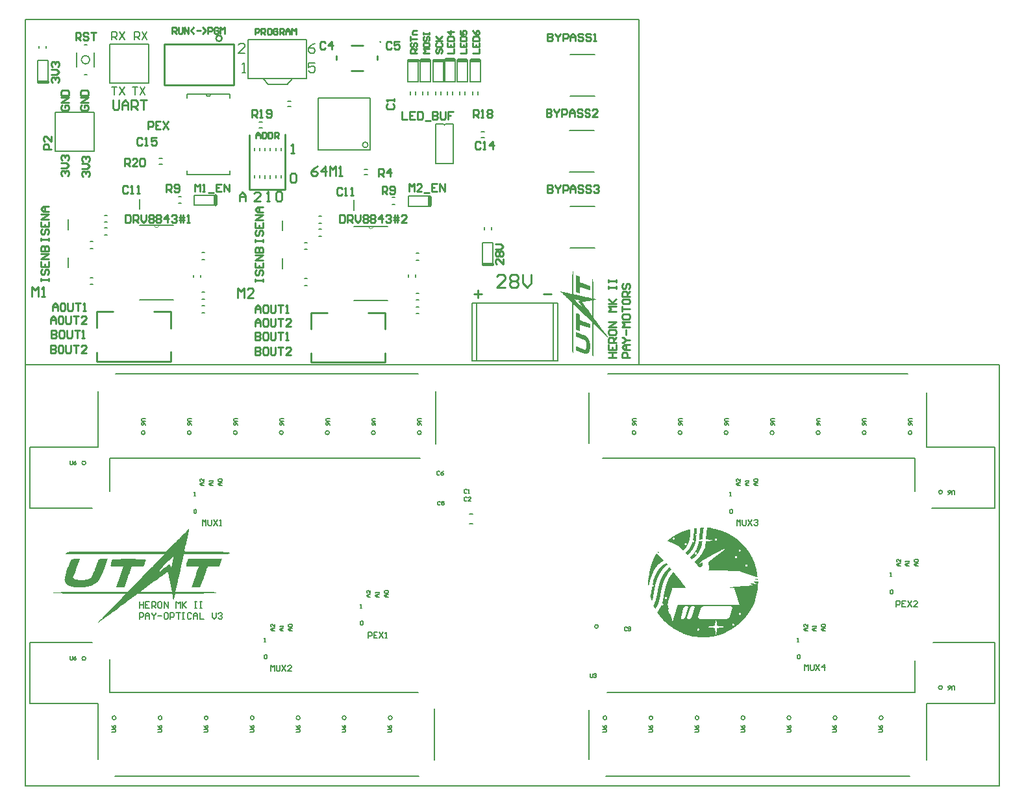
<source format=gto>
G04*
G04 #@! TF.GenerationSoftware,Altium Limited,Altium Designer,18.1.9 (240)*
G04*
G04 Layer_Color=65535*
%FSLAX44Y44*%
%MOMM*%
G71*
G01*
G75*
%ADD30C,0.4000*%
%ADD34C,0.1524*%
%ADD35C,0.2540*%
%ADD36C,0.2000*%
%ADD38C,0.5000*%
%ADD77C,0.0000*%
%ADD78C,0.1270*%
%ADD79C,0.2032*%
G36*
X920513Y865607D02*
X922953Y864825D01*
Y857210D01*
X923051D01*
X923344Y857112D01*
X923930Y856917D01*
X924613Y856624D01*
X925590Y856331D01*
X926761Y855940D01*
X928128Y855452D01*
X929788Y854866D01*
X929886D01*
X929983Y854769D01*
X930569Y854573D01*
X931350Y854280D01*
X932327Y853988D01*
X933498Y853597D01*
X934572Y853109D01*
X935646Y852718D01*
X936623Y852328D01*
Y848325D01*
X936525Y847739D01*
Y847348D01*
X936428Y846958D01*
X936330Y846860D01*
X936135D01*
X935939Y846958D01*
X935353Y847153D01*
X934572Y847446D01*
X934084Y847641D01*
X933401Y847836D01*
X932620Y848032D01*
X931839Y848325D01*
X930764Y848715D01*
X929690Y849106D01*
X929593D01*
X929398Y849203D01*
X929105Y849301D01*
X928714Y849496D01*
X927640Y849789D01*
X926469Y850277D01*
X925199Y850668D01*
X924125Y850961D01*
X923735Y851156D01*
X923344Y851254D01*
X923149Y851351D01*
X923051D01*
Y850668D01*
X922953Y850180D01*
Y845200D01*
X922856Y844419D01*
Y843248D01*
X922758Y843150D01*
Y843052D01*
X922661D01*
X922172Y843150D01*
X921880Y843248D01*
X921391Y843345D01*
X920903Y843540D01*
X920220Y843833D01*
X918169Y844712D01*
Y866485D01*
X920513Y865607D01*
D02*
G37*
G36*
X914557Y871562D02*
X914654Y871270D01*
X914752Y870976D01*
X914850Y870488D01*
X914947Y869805D01*
Y849203D01*
X915045Y846372D01*
Y843931D01*
X915143Y842954D01*
Y841783D01*
X915240Y841588D01*
X915533D01*
X915924Y841490D01*
X916607Y841392D01*
X917486Y841197D01*
X918169Y841099D01*
X918853Y840904D01*
X919634Y840709D01*
X920513Y840514D01*
X921489Y840318D01*
X922661Y840025D01*
X922856D01*
X923442Y839830D01*
X924321Y839635D01*
X925590Y839342D01*
X927347Y838951D01*
X929398Y838561D01*
X931839Y837975D01*
X933205Y837682D01*
X934670Y837389D01*
X939552Y836315D01*
Y853890D01*
X939650Y856429D01*
Y858869D01*
X939747Y859943D01*
Y861018D01*
X939845Y861799D01*
Y862482D01*
X939942Y862873D01*
X940040Y863068D01*
X940138Y862873D01*
Y862677D01*
X940235Y862384D01*
X940333Y861896D01*
Y861408D01*
X940431Y860627D01*
X940528Y859748D01*
Y858674D01*
X940626Y857307D01*
Y855745D01*
X940724Y853890D01*
X940821Y851840D01*
Y849399D01*
X940919Y836022D01*
X942774Y835729D01*
X942872D01*
X943067Y835632D01*
X943653Y835436D01*
X944336Y835241D01*
X944629Y835046D01*
X944727Y834948D01*
X944629Y834851D01*
X944434Y834753D01*
X944141Y834655D01*
X943165D01*
X942774Y834558D01*
X941798Y834362D01*
X940821Y833874D01*
Y811418D01*
X941993Y809758D01*
X942091Y809660D01*
X942383Y809270D01*
X942774Y808684D01*
X943457Y807903D01*
X944141Y806926D01*
X945117Y805755D01*
X946094Y804388D01*
X947265Y802923D01*
X948535Y801166D01*
X949902Y799408D01*
X951268Y797455D01*
X952733Y795405D01*
X954295Y793257D01*
X955955Y791011D01*
X959275Y786325D01*
X959714Y785592D01*
X959861Y785446D01*
Y785348D01*
X959714Y785592D01*
X959665Y785641D01*
X959177Y786032D01*
X958884Y786325D01*
X958396Y786715D01*
X958201Y786911D01*
X957908Y787204D01*
X957322Y787789D01*
X956931Y788180D01*
X956346Y788668D01*
X955662Y789352D01*
X954979Y790133D01*
X954002Y791011D01*
X952928Y791988D01*
X951757Y793159D01*
X950390Y794526D01*
X950292Y794624D01*
X949999Y794819D01*
X949609Y795210D01*
X949120Y795698D01*
X948535Y796381D01*
X947851Y796967D01*
X946289Y798432D01*
X944727Y799994D01*
X943262Y801263D01*
X942676Y801849D01*
X942188Y802337D01*
X941798Y802630D01*
X941505Y802825D01*
X940821Y803411D01*
Y772265D01*
X940724Y770117D01*
Y763673D01*
X940626Y761720D01*
X940528Y759963D01*
Y758400D01*
X940431Y757815D01*
Y756838D01*
X940333Y756545D01*
Y756350D01*
X940235Y756252D01*
Y756350D01*
X940138Y756448D01*
Y756643D01*
X940040Y757033D01*
Y757522D01*
X939942Y758303D01*
X939845Y759279D01*
Y760646D01*
X939747Y762208D01*
Y764259D01*
X939650Y765333D01*
Y769433D01*
X939552Y770996D01*
Y804778D01*
X932424Y812003D01*
X932327Y812101D01*
X932034Y812394D01*
X931546Y812882D01*
X930764Y813566D01*
X929886Y814444D01*
X928714Y815518D01*
X927347Y816885D01*
X925785Y818350D01*
X925687Y818447D01*
X925590Y818545D01*
X925102Y819033D01*
X924321Y819814D01*
X923344Y820693D01*
X922465Y821572D01*
X921489Y822451D01*
X920708Y823232D01*
X920122Y823818D01*
X914947Y828797D01*
Y769629D01*
X914850Y768555D01*
Y764649D01*
X914654D01*
X914361Y764845D01*
X914069Y765040D01*
X913873Y765430D01*
X913678Y765821D01*
X913580Y766407D01*
Y766504D01*
X913483Y766797D01*
Y767285D01*
X913385Y768066D01*
Y769043D01*
X913287Y770410D01*
Y778807D01*
X913385Y779783D01*
Y788180D01*
X913483Y790328D01*
Y829969D01*
X907722Y835729D01*
X907527Y835925D01*
X907331Y836120D01*
X906941Y836510D01*
X906453Y836901D01*
X905867Y837487D01*
X905183Y838170D01*
X904305Y839049D01*
X904207Y839147D01*
X903914Y839440D01*
X903426Y839928D01*
X902840Y840514D01*
X901376Y841880D01*
X900009Y843248D01*
X899911Y843345D01*
X899716Y843540D01*
X899032Y844126D01*
X898447Y844810D01*
X898251Y845103D01*
X898154Y845200D01*
X899032D01*
X899520Y845103D01*
X900106Y844907D01*
X900204D01*
X900594Y844810D01*
X901180Y844712D01*
X901766Y844517D01*
X901961D01*
X902157Y844419D01*
X902547D01*
X902938Y844322D01*
X903621Y844224D01*
X904305Y844029D01*
X905183Y843833D01*
X905281D01*
X905574Y843736D01*
X906062Y843638D01*
X906550Y843540D01*
X907820Y843248D01*
X908308Y843150D01*
X908796Y843052D01*
X912995Y841978D01*
X913092Y842173D01*
Y842466D01*
X913190Y842759D01*
Y843833D01*
X913287Y844614D01*
Y845591D01*
X913385Y846860D01*
Y848325D01*
X913483Y849985D01*
Y866973D01*
X913580Y867950D01*
Y870098D01*
X913678Y870781D01*
X913873Y871465D01*
X914069Y871660D01*
X914264Y871758D01*
X914361D01*
X914557Y871562D01*
D02*
G37*
G36*
X919048Y816788D02*
X919341Y816690D01*
X919732Y816592D01*
X920220Y816397D01*
X920806Y816202D01*
X922758Y815616D01*
Y815421D01*
X922856Y815128D01*
Y814152D01*
X922953Y813468D01*
Y809074D01*
X923051Y808488D01*
Y807903D01*
X925004Y807122D01*
X925102D01*
X925297Y807024D01*
X925785Y806829D01*
X926469Y806633D01*
X927347Y806340D01*
X928519Y805852D01*
X929983Y805364D01*
X931741Y804778D01*
X936623Y803118D01*
Y799115D01*
X936525Y798627D01*
Y798139D01*
X936428Y797846D01*
X936330Y797748D01*
X929495Y799994D01*
X922953Y802240D01*
Y795991D01*
X922856Y795210D01*
Y794526D01*
X922758Y794038D01*
X922661Y793941D01*
Y793843D01*
X922563D01*
X922368Y793941D01*
X922075Y794038D01*
X921489Y794136D01*
X920806Y794429D01*
X919829Y794722D01*
X918560Y795112D01*
X918462Y795307D01*
Y795796D01*
X918365Y796186D01*
Y797260D01*
X918267Y797944D01*
Y799896D01*
X918169Y801166D01*
Y809563D01*
X918267Y811515D01*
Y813468D01*
X918365Y814444D01*
Y815226D01*
X918462Y815909D01*
Y816397D01*
X918560Y816788D01*
X918658Y816885D01*
X918755D01*
X919048Y816788D01*
D02*
G37*
G36*
X924027Y789937D02*
X924125D01*
X924321Y789840D01*
X924711Y789644D01*
X925297Y789449D01*
X925883Y789254D01*
X926566Y788961D01*
X928128Y788278D01*
X929788Y787496D01*
X931350Y786520D01*
X932717Y785641D01*
X933303Y785153D01*
X933694Y784665D01*
X933791Y784470D01*
X934182Y783981D01*
X934670Y783200D01*
X935158Y782029D01*
X935744Y780564D01*
X936232Y778709D01*
X936623Y776561D01*
X936720Y774022D01*
Y772948D01*
X936623Y771874D01*
X936428Y770508D01*
X936135Y769043D01*
X935744Y767578D01*
X935256Y766309D01*
X934865Y765723D01*
X934475Y765235D01*
X934377Y765137D01*
X934279Y765040D01*
X933987Y764845D01*
X933596Y764649D01*
X932620Y764161D01*
X932034Y764063D01*
X931448Y763966D01*
X931350D01*
X930960Y764063D01*
X930569D01*
X930179Y764161D01*
X929690Y764259D01*
X929007Y764454D01*
X928324Y764649D01*
X927445Y764942D01*
X926469Y765235D01*
X925297Y765626D01*
X923930Y766016D01*
X922465Y766602D01*
X920903Y767188D01*
X919048Y767871D01*
X918950Y767969D01*
X918755Y768164D01*
X918560Y768359D01*
X918462Y768750D01*
X918267Y769336D01*
X918169Y770019D01*
Y773827D01*
X918267D01*
X918365Y773729D01*
X918658Y773632D01*
X919048Y773534D01*
X919536Y773339D01*
X920122Y773144D01*
X921587Y772655D01*
X923344Y771972D01*
X925395Y771191D01*
X927640Y770410D01*
X930179Y769433D01*
X930276Y769531D01*
X930569Y769922D01*
Y770019D01*
X930764Y770117D01*
X930960Y770312D01*
X931057Y770410D01*
X931253Y770605D01*
X931350Y770703D01*
X931448Y770996D01*
Y771191D01*
X931643Y771581D01*
Y771777D01*
X931741Y772265D01*
Y772558D01*
X931839Y773046D01*
Y773437D01*
X931936Y773827D01*
Y776170D01*
X931839Y776952D01*
X931741Y777830D01*
X931546Y778807D01*
X931253Y779783D01*
X930862Y780662D01*
X930276Y781345D01*
X930179D01*
X929983Y781541D01*
X929690Y781736D01*
X929105Y782029D01*
X928226Y782419D01*
X927054Y782907D01*
X925687Y783493D01*
X924809Y783786D01*
X923832Y784177D01*
X918267Y786325D01*
Y786520D01*
X918169Y787008D01*
Y790230D01*
X918072Y791207D01*
Y791597D01*
X917974Y791988D01*
X924027Y789937D01*
D02*
G37*
G36*
X1084367Y536951D02*
X1084781D01*
Y536537D01*
Y536123D01*
Y535708D01*
Y535294D01*
X1084367D01*
Y534880D01*
Y534466D01*
Y534052D01*
Y533638D01*
Y533224D01*
X1083953D01*
Y532810D01*
Y532396D01*
Y531982D01*
Y531568D01*
Y531154D01*
Y530740D01*
Y530326D01*
Y529912D01*
X1083539D01*
Y529497D01*
Y529084D01*
Y528669D01*
Y528255D01*
Y527841D01*
Y527427D01*
Y527013D01*
Y526599D01*
Y526185D01*
Y525771D01*
Y525357D01*
Y524943D01*
Y524529D01*
Y524115D01*
Y523701D01*
Y523287D01*
Y522873D01*
X1083125D01*
Y522458D01*
Y522044D01*
Y521630D01*
X1081054D01*
Y521216D01*
X1078984D01*
Y521630D01*
Y522044D01*
Y522458D01*
X1079398D01*
Y522873D01*
Y523287D01*
Y523701D01*
Y524115D01*
Y524529D01*
Y524943D01*
Y525357D01*
Y525771D01*
Y526185D01*
Y526599D01*
Y527013D01*
Y527427D01*
Y527841D01*
Y528255D01*
Y528669D01*
Y529084D01*
Y529497D01*
X1079812D01*
Y529912D01*
Y530326D01*
Y530740D01*
Y531154D01*
Y531568D01*
Y531982D01*
Y532396D01*
Y532810D01*
Y533224D01*
Y533638D01*
Y534052D01*
X1080226D01*
Y534466D01*
Y534880D01*
Y535294D01*
Y535708D01*
Y536123D01*
Y536537D01*
X1080640D01*
Y536951D01*
X1081468D01*
Y537365D01*
X1081882D01*
Y536951D01*
X1082297D01*
Y537365D01*
X1082711D01*
Y536951D01*
X1083125D01*
Y537365D01*
X1083539D01*
Y536951D01*
X1083953D01*
Y537365D01*
X1084367D01*
Y536951D01*
D02*
G37*
G36*
X1093890Y536537D02*
X1094304D01*
Y536123D01*
X1094718D01*
Y536537D01*
X1095132D01*
Y536123D01*
X1097203D01*
Y535708D01*
X1097617D01*
Y536123D01*
X1098031D01*
Y535708D01*
X1098445D01*
Y535294D01*
X1098859D01*
Y535708D01*
X1099273D01*
Y535294D01*
X1101343D01*
Y534880D01*
X1101757D01*
Y535294D01*
X1102171D01*
Y534880D01*
X1102586D01*
Y534466D01*
X1103828D01*
Y534052D01*
X1104242D01*
Y534466D01*
X1104656D01*
Y534052D01*
X1105070D01*
Y533638D01*
X1105484D01*
Y534052D01*
X1105898D01*
Y533638D01*
X1107140D01*
Y533224D01*
X1107554D01*
Y532810D01*
X1107968D01*
Y533224D01*
X1108382D01*
Y532810D01*
X1109624D01*
Y532396D01*
X1110039D01*
Y531982D01*
X1111281D01*
Y531568D01*
X1111695D01*
Y531982D01*
X1112109D01*
Y531568D01*
X1112523D01*
Y531154D01*
X1113765D01*
Y530740D01*
X1114179D01*
Y530326D01*
X1115421D01*
Y529912D01*
X1115835D01*
Y529497D01*
X1117078D01*
Y529084D01*
X1117492D01*
Y528669D01*
X1118734D01*
Y528255D01*
X1119148D01*
Y527841D01*
X1119562D01*
Y527427D01*
X1119976D01*
Y527013D01*
X1121218D01*
Y526599D01*
X1121632D01*
Y526185D01*
X1122874D01*
Y525771D01*
X1123288D01*
Y525357D01*
X1123703D01*
Y524943D01*
X1124117D01*
Y524529D01*
X1125359D01*
Y524115D01*
X1125773D01*
Y523701D01*
X1126187D01*
Y523287D01*
X1126601D01*
Y522873D01*
X1127015D01*
Y522458D01*
X1127843D01*
Y522044D01*
X1128671D01*
Y521630D01*
X1129085D01*
Y521216D01*
X1129499D01*
Y520802D01*
X1129913D01*
Y520388D01*
X1130328D01*
Y519974D01*
X1130742D01*
Y519560D01*
X1131156D01*
Y519146D01*
X1131570D01*
Y518732D01*
X1132398D01*
Y518318D01*
Y517904D01*
X1133226D01*
Y517490D01*
Y517076D01*
X1134054D01*
Y516662D01*
Y516248D01*
X1134882D01*
Y515834D01*
Y515420D01*
X1135710D01*
Y515005D01*
Y514591D01*
X1136538D01*
Y514177D01*
Y513763D01*
X1137367D01*
Y513349D01*
Y512935D01*
X1137781D01*
Y512521D01*
X1138195D01*
Y512107D01*
X1138609D01*
Y511693D01*
X1139023D01*
Y511279D01*
X1139437D01*
Y510865D01*
X1139851D01*
Y510451D01*
X1140265D01*
Y510037D01*
X1140679D01*
Y509623D01*
X1141093D01*
Y509209D01*
X1140679D01*
Y508795D01*
X1141093D01*
Y508381D01*
X1141507D01*
Y507966D01*
X1141921D01*
Y507552D01*
X1142335D01*
Y507138D01*
X1142749D01*
Y506724D01*
Y506310D01*
X1143163D01*
Y505896D01*
Y505482D01*
X1143577D01*
Y505068D01*
X1143991D01*
Y504654D01*
X1144406D01*
Y504240D01*
Y503826D01*
X1144820D01*
Y503412D01*
Y502998D01*
X1145234D01*
Y502584D01*
X1145648D01*
Y502170D01*
X1146062D01*
Y501755D01*
X1145648D01*
Y501341D01*
X1146062D01*
Y500927D01*
X1146476D01*
Y500513D01*
X1146890D01*
Y500099D01*
Y499685D01*
Y499271D01*
X1147304D01*
Y498857D01*
X1147718D01*
Y498443D01*
Y498029D01*
X1148132D01*
Y497615D01*
Y497201D01*
X1148546D01*
Y496787D01*
Y496373D01*
Y495959D01*
X1148960D01*
Y495545D01*
X1149374D01*
Y495131D01*
Y494716D01*
Y494302D01*
X1149788D01*
Y493888D01*
X1150202D01*
Y493474D01*
X1149788D01*
Y493060D01*
X1150202D01*
Y492646D01*
X1150617D01*
Y492232D01*
Y491818D01*
Y491404D01*
X1151031D01*
Y490990D01*
Y490576D01*
Y490162D01*
X1151445D01*
Y489748D01*
Y489334D01*
Y488920D01*
X1151859D01*
Y488506D01*
Y488092D01*
Y487677D01*
X1152273D01*
Y487263D01*
X1152687D01*
Y486849D01*
X1152273D01*
Y486435D01*
X1152687D01*
Y486021D01*
Y485607D01*
Y485193D01*
X1153101D01*
Y484779D01*
Y484365D01*
Y483951D01*
X1153515D01*
Y483537D01*
Y483123D01*
Y482709D01*
Y482295D01*
Y481881D01*
X1153929D01*
Y481467D01*
Y481053D01*
Y480639D01*
X1154343D01*
Y480224D01*
X1153929D01*
Y479810D01*
X1154343D01*
Y479396D01*
Y478982D01*
Y478568D01*
Y478154D01*
Y477740D01*
X1154757D01*
Y477326D01*
Y476912D01*
Y476498D01*
X1155171D01*
Y476084D01*
X1154757D01*
Y475670D01*
X1155171D01*
Y475256D01*
X1154757D01*
Y474842D01*
X1155171D01*
Y474427D01*
X1154757D01*
Y474013D01*
X1155171D01*
Y473599D01*
Y473185D01*
Y472771D01*
X1153101D01*
Y473185D01*
X1151859D01*
Y473599D01*
X1150617D01*
Y474013D01*
X1149374D01*
Y474427D01*
X1148132D01*
Y474842D01*
X1146890D01*
Y475256D01*
X1145234D01*
Y475670D01*
X1143991D01*
Y476084D01*
X1142749D01*
Y476498D01*
X1141507D01*
Y476912D01*
X1140265D01*
Y477326D01*
X1139023D01*
Y477740D01*
X1137781D01*
Y478154D01*
X1136538D01*
Y478568D01*
X1135296D01*
Y478982D01*
X1134468D01*
Y479396D01*
X1133226D01*
Y479810D01*
X1131984D01*
Y480224D01*
X1129913D01*
Y480639D01*
X1116664D01*
Y481053D01*
X1101343D01*
Y481467D01*
X1090578D01*
Y481881D01*
X1090992D01*
Y482295D01*
X1091406D01*
Y482709D01*
Y483123D01*
X1091820D01*
Y483537D01*
Y483951D01*
Y484365D01*
Y484779D01*
Y485193D01*
X1091406D01*
Y485607D01*
Y486021D01*
Y486435D01*
Y486849D01*
Y487263D01*
Y487677D01*
Y488092D01*
X1090992D01*
Y488506D01*
Y488920D01*
Y489334D01*
Y489748D01*
Y490162D01*
X1090578D01*
Y490576D01*
Y490990D01*
Y491404D01*
Y491818D01*
X1090992D01*
Y492232D01*
Y492646D01*
X1091406D01*
Y493060D01*
X1092234D01*
Y493474D01*
X1092648D01*
Y493888D01*
X1093062D01*
Y494302D01*
X1093476D01*
Y494716D01*
X1094304D01*
Y495131D01*
X1094718D01*
Y495545D01*
X1095132D01*
Y495959D01*
X1095960D01*
Y496373D01*
X1096375D01*
Y496787D01*
X1096789D01*
Y497201D01*
X1097617D01*
Y497615D01*
X1098031D01*
Y498029D01*
X1098445D01*
Y498443D01*
X1099273D01*
Y498857D01*
X1099687D01*
Y499271D01*
X1100101D01*
Y499685D01*
X1100929D01*
Y500099D01*
X1101343D01*
Y500513D01*
X1101757D01*
Y500927D01*
X1102586D01*
Y501341D01*
X1102999D01*
Y501755D01*
X1103414D01*
Y502170D01*
X1104242D01*
Y502584D01*
X1104656D01*
Y502998D01*
X1105070D01*
Y503412D01*
X1105898D01*
Y503826D01*
X1106312D01*
Y504240D01*
X1106726D01*
Y504654D01*
X1107554D01*
Y505068D01*
X1107968D01*
Y505482D01*
X1108382D01*
Y505896D01*
X1109211D01*
Y506310D01*
X1109624D01*
Y506724D01*
X1110039D01*
Y507138D01*
X1110453D01*
Y507552D01*
X1110867D01*
Y507966D01*
Y508381D01*
X1111281D01*
Y508795D01*
X1111695D01*
Y509209D01*
X1110453D01*
Y508795D01*
X1109624D01*
Y508381D01*
X1108796D01*
Y507966D01*
X1107968D01*
Y507552D01*
X1107554D01*
Y507138D01*
X1106726D01*
Y506724D01*
X1105898D01*
Y506310D01*
X1105070D01*
Y505896D01*
X1104242D01*
Y505482D01*
X1103414D01*
Y505068D01*
X1102586D01*
Y504654D01*
X1101757D01*
Y504240D01*
X1101343D01*
Y503826D01*
X1100515D01*
Y503412D01*
X1099687D01*
Y502998D01*
X1098859D01*
Y502584D01*
X1098031D01*
Y502170D01*
X1097203D01*
Y501755D01*
X1096375D01*
Y501341D01*
X1095546D01*
Y500927D01*
X1095132D01*
Y500513D01*
X1094304D01*
Y500099D01*
X1093476D01*
Y499685D01*
X1092648D01*
Y499271D01*
X1091820D01*
Y498857D01*
X1090992D01*
Y498443D01*
X1090164D01*
Y498029D01*
X1089336D01*
Y497615D01*
X1088922D01*
Y497201D01*
X1088093D01*
Y496787D01*
X1087265D01*
Y496373D01*
X1086437D01*
Y495959D01*
X1085609D01*
Y495545D01*
X1084781D01*
Y495131D01*
X1083953D01*
Y494716D01*
X1083539D01*
Y494302D01*
X1083125D01*
Y493888D01*
X1082711D01*
Y493474D01*
X1082297D01*
Y493060D01*
X1081882D01*
Y492646D01*
X1081468D01*
Y492232D01*
X1081054D01*
Y491818D01*
X1080226D01*
Y491404D01*
X1079812D01*
Y490990D01*
X1079398D01*
Y490576D01*
X1078984D01*
Y490162D01*
X1078156D01*
Y489748D01*
Y489334D01*
X1078984D01*
Y489748D01*
X1079812D01*
Y490162D01*
X1080226D01*
Y490576D01*
X1081054D01*
Y490990D01*
X1081882D01*
Y491404D01*
X1082297D01*
Y491818D01*
X1083125D01*
Y491404D01*
Y490990D01*
Y490576D01*
Y490162D01*
Y489748D01*
Y489334D01*
Y488920D01*
Y488506D01*
Y488092D01*
Y487677D01*
Y487263D01*
X1082711D01*
Y486849D01*
Y486435D01*
Y486021D01*
X1081882D01*
Y485607D01*
X1081054D01*
Y485193D01*
X1079812D01*
Y485607D01*
X1078570D01*
Y486021D01*
X1078156D01*
Y486435D01*
X1077742D01*
Y486849D01*
X1077328D01*
Y487263D01*
X1076914D01*
Y487677D01*
X1076500D01*
Y488092D01*
Y488506D01*
X1076086D01*
Y488920D01*
X1075672D01*
Y489334D01*
X1075257D01*
Y489748D01*
X1074844D01*
Y490162D01*
X1074429D01*
Y490576D01*
X1074015D01*
Y490990D01*
X1073601D01*
Y491404D01*
X1073187D01*
Y491818D01*
X1072773D01*
Y492232D01*
X1072359D01*
Y492646D01*
X1072773D01*
Y493060D01*
X1073187D01*
Y493474D01*
X1073601D01*
Y493888D01*
X1074429D01*
Y494302D01*
X1074844D01*
Y494716D01*
X1075257D01*
Y495131D01*
X1075672D01*
Y495545D01*
X1076086D01*
Y495959D01*
X1076500D01*
Y496373D01*
X1076914D01*
Y496787D01*
X1077328D01*
Y497201D01*
X1077742D01*
Y497615D01*
X1078156D01*
Y498029D01*
X1078570D01*
Y498443D01*
X1078984D01*
Y498857D01*
X1079398D01*
Y499271D01*
X1079812D01*
Y499685D01*
X1080226D01*
Y500099D01*
Y500513D01*
X1080640D01*
Y500927D01*
X1081054D01*
Y501341D01*
X1081468D01*
Y501755D01*
Y502170D01*
X1081882D01*
Y502584D01*
X1082297D01*
Y502998D01*
Y503412D01*
X1082711D01*
Y503826D01*
Y504240D01*
X1083125D01*
Y504654D01*
Y505068D01*
X1083539D01*
Y505482D01*
Y505896D01*
X1083953D01*
Y506310D01*
X1084367D01*
Y506724D01*
Y507138D01*
Y507552D01*
X1084781D01*
Y507966D01*
Y508381D01*
X1085195D01*
Y508795D01*
Y509209D01*
Y509623D01*
X1085609D01*
Y510037D01*
Y510451D01*
Y510865D01*
X1086023D01*
Y510451D01*
X1086437D01*
Y510865D01*
Y511279D01*
Y511693D01*
Y512107D01*
Y512521D01*
Y512935D01*
Y513349D01*
X1086851D01*
Y513763D01*
Y514177D01*
Y514591D01*
Y515005D01*
Y515420D01*
Y515834D01*
X1087265D01*
Y516248D01*
Y516662D01*
Y517076D01*
Y517490D01*
Y517904D01*
Y518318D01*
Y518732D01*
Y519146D01*
X1090164D01*
Y519560D01*
X1093062D01*
Y519974D01*
X1095960D01*
Y520388D01*
Y520802D01*
X1093890D01*
Y521216D01*
X1090992D01*
Y521630D01*
X1088093D01*
Y522044D01*
X1087679D01*
Y522458D01*
Y522873D01*
Y523287D01*
Y523701D01*
Y524115D01*
Y524529D01*
Y524943D01*
Y525357D01*
Y525771D01*
Y526185D01*
X1088093D01*
Y526599D01*
Y527013D01*
Y527427D01*
Y527841D01*
Y528255D01*
Y528669D01*
Y529084D01*
Y529497D01*
Y529912D01*
Y530326D01*
Y530740D01*
X1088508D01*
Y531154D01*
Y531568D01*
Y531982D01*
Y532396D01*
Y532810D01*
Y533224D01*
Y533638D01*
X1088922D01*
Y534052D01*
Y534466D01*
Y534880D01*
Y535294D01*
X1089336D01*
Y535708D01*
Y536123D01*
Y536537D01*
Y536951D01*
X1091406D01*
Y536537D01*
X1091820D01*
Y536951D01*
X1092234D01*
Y536537D01*
X1092648D01*
Y536951D01*
X1093062D01*
Y536537D01*
X1093476D01*
Y536951D01*
X1093890D01*
Y536537D01*
D02*
G37*
G36*
X1075672D02*
Y536123D01*
Y535708D01*
Y535294D01*
Y534880D01*
Y534466D01*
Y534052D01*
Y533638D01*
X1075257D01*
Y533224D01*
Y532810D01*
Y532396D01*
Y531982D01*
Y531568D01*
Y531154D01*
Y530740D01*
Y530326D01*
Y529912D01*
Y529497D01*
Y529084D01*
X1074429D01*
Y528669D01*
X1074015D01*
Y528255D01*
Y527841D01*
Y527427D01*
Y527013D01*
X1074429D01*
Y526599D01*
X1075257D01*
Y526185D01*
X1074844D01*
Y525771D01*
Y525357D01*
Y524943D01*
Y524529D01*
Y524115D01*
Y523701D01*
Y523287D01*
Y522873D01*
Y522458D01*
Y522044D01*
X1074429D01*
Y521630D01*
Y521216D01*
Y520802D01*
Y520388D01*
Y519974D01*
Y519560D01*
Y519146D01*
X1074015D01*
Y518732D01*
Y518318D01*
Y517904D01*
Y517490D01*
X1073601D01*
Y517076D01*
Y516662D01*
Y516248D01*
Y515834D01*
X1073187D01*
Y515420D01*
Y515005D01*
Y514591D01*
X1072773D01*
Y514177D01*
Y513763D01*
X1072359D01*
Y513349D01*
Y512935D01*
Y512521D01*
X1071945D01*
Y512107D01*
Y511693D01*
X1071531D01*
Y511279D01*
Y510865D01*
X1071117D01*
Y510451D01*
Y510037D01*
X1070703D01*
Y509623D01*
Y509209D01*
X1070289D01*
Y508795D01*
X1069875D01*
Y508381D01*
Y507966D01*
X1069461D01*
Y507552D01*
X1069047D01*
Y507138D01*
Y506724D01*
X1068633D01*
Y506310D01*
X1068219D01*
Y505896D01*
X1067804D01*
Y505482D01*
Y505068D01*
X1067390D01*
Y504654D01*
X1066976D01*
Y504240D01*
X1066562D01*
Y503826D01*
X1066148D01*
Y503412D01*
X1065734D01*
Y502998D01*
X1065320D01*
Y502584D01*
X1064906D01*
Y502170D01*
X1064492D01*
Y501755D01*
X1063664D01*
Y501341D01*
X1063250D01*
Y501755D01*
X1062836D01*
Y502170D01*
X1062422D01*
Y502584D01*
X1062008D01*
Y502998D01*
X1061593D01*
Y503412D01*
X1061180D01*
Y503826D01*
Y504240D01*
X1061593D01*
Y504654D01*
X1062008D01*
Y505068D01*
X1062422D01*
Y505482D01*
X1062836D01*
Y505896D01*
X1063250D01*
Y506310D01*
X1063664D01*
Y506724D01*
X1064078D01*
Y507138D01*
Y507552D01*
X1064492D01*
Y507966D01*
X1064906D01*
Y508381D01*
X1065320D01*
Y508795D01*
Y509209D01*
X1065734D01*
Y509623D01*
X1066148D01*
Y510037D01*
Y510451D01*
X1066562D01*
Y510865D01*
X1066976D01*
Y511279D01*
Y511693D01*
X1067390D01*
Y512107D01*
Y512521D01*
X1067804D01*
Y512935D01*
Y513349D01*
X1068219D01*
Y513763D01*
Y514177D01*
X1068633D01*
Y514591D01*
Y515005D01*
Y515420D01*
X1069047D01*
Y515834D01*
Y516248D01*
X1069461D01*
Y516662D01*
Y517076D01*
Y517490D01*
X1069875D01*
Y517904D01*
Y518318D01*
X1070289D01*
Y517904D01*
X1071531D01*
Y518318D01*
X1072359D01*
Y518732D01*
Y519146D01*
Y519560D01*
Y519974D01*
Y520388D01*
X1071531D01*
Y520802D01*
X1070703D01*
Y521216D01*
Y521630D01*
Y522044D01*
Y522458D01*
X1071117D01*
Y522873D01*
Y523287D01*
Y523701D01*
Y524115D01*
Y524529D01*
Y524943D01*
X1071531D01*
Y525357D01*
Y525771D01*
Y526185D01*
Y526599D01*
Y527013D01*
Y527427D01*
Y527841D01*
Y528255D01*
Y528669D01*
Y529084D01*
Y529497D01*
X1071945D01*
Y529912D01*
Y530326D01*
Y530740D01*
Y531154D01*
Y531568D01*
Y531982D01*
Y532396D01*
Y532810D01*
Y533224D01*
Y533638D01*
Y534052D01*
Y534466D01*
Y534880D01*
Y535294D01*
Y535708D01*
X1072359D01*
Y536123D01*
Y536537D01*
X1072773D01*
Y536123D01*
X1073187D01*
Y536537D01*
X1075257D01*
Y536951D01*
X1075672D01*
Y536537D01*
D02*
G37*
G36*
X1067390Y534880D02*
Y534466D01*
Y534052D01*
Y533638D01*
Y533224D01*
Y532810D01*
Y532396D01*
Y531982D01*
Y531568D01*
Y531154D01*
Y530740D01*
Y530326D01*
Y529912D01*
Y529497D01*
Y529084D01*
Y528669D01*
Y528255D01*
Y527841D01*
X1066976D01*
Y527427D01*
Y527013D01*
Y526599D01*
Y526185D01*
Y525771D01*
Y525357D01*
Y524943D01*
Y524529D01*
X1066562D01*
Y524115D01*
Y523701D01*
Y523287D01*
Y522873D01*
Y522458D01*
Y522044D01*
X1066148D01*
Y521630D01*
Y521216D01*
Y520802D01*
Y520388D01*
X1065734D01*
Y519974D01*
Y519560D01*
Y519146D01*
X1065320D01*
Y518732D01*
Y518318D01*
Y517904D01*
X1064906D01*
Y517490D01*
Y517076D01*
X1064492D01*
Y516662D01*
Y516248D01*
Y515834D01*
X1064078D01*
Y515420D01*
Y515005D01*
X1063664D01*
Y514591D01*
Y514177D01*
X1063250D01*
Y513763D01*
Y513349D01*
X1062836D01*
Y512935D01*
Y512521D01*
X1062422D01*
Y512107D01*
X1062008D01*
Y511693D01*
Y511279D01*
X1061593D01*
Y510865D01*
X1061180D01*
Y510451D01*
X1060765D01*
Y510037D01*
Y509623D01*
X1060351D01*
Y509209D01*
X1059937D01*
Y508795D01*
X1059523D01*
Y508381D01*
X1059109D01*
Y507966D01*
X1058695D01*
Y507552D01*
X1058281D01*
Y507138D01*
X1057453D01*
Y507552D01*
X1057039D01*
Y507966D01*
X1056625D01*
Y508381D01*
X1056211D01*
Y508795D01*
X1055797D01*
Y509209D01*
X1055383D01*
Y509623D01*
X1054969D01*
Y510037D01*
X1054555D01*
Y510451D01*
X1054140D01*
Y510865D01*
X1053726D01*
Y511279D01*
X1053312D01*
Y511693D01*
X1052898D01*
Y512107D01*
X1052484D01*
Y512521D01*
X1052070D01*
Y512935D01*
X1051656D01*
Y513349D01*
X1050828D01*
Y513763D01*
X1050414D01*
Y514177D01*
X1049586D01*
Y514591D01*
X1048758D01*
Y515005D01*
X1047930D01*
Y515420D01*
X1046687D01*
Y515834D01*
X1045859D01*
Y516248D01*
X1045031D01*
Y516662D01*
X1044203D01*
Y517076D01*
X1043375D01*
Y517490D01*
X1042133D01*
Y517904D01*
X1041305D01*
Y518318D01*
X1040477D01*
Y518732D01*
X1039234D01*
Y519146D01*
X1038406D01*
Y519560D01*
X1037578D01*
Y519974D01*
X1037992D01*
Y520388D01*
X1038406D01*
Y520802D01*
X1038820D01*
Y521216D01*
X1039234D01*
Y521630D01*
X1039648D01*
Y522044D01*
X1040062D01*
Y522458D01*
X1040477D01*
Y522873D01*
X1041719D01*
Y523287D01*
X1042133D01*
Y523701D01*
X1042547D01*
Y524115D01*
X1042961D01*
Y524529D01*
X1043789D01*
Y524943D01*
X1044203D01*
Y525357D01*
X1045031D01*
Y525771D01*
X1045445D01*
Y526185D01*
X1046687D01*
Y526599D01*
X1047102D01*
Y527013D01*
X1047515D01*
Y527427D01*
X1047930D01*
Y527841D01*
X1049172D01*
Y528255D01*
X1049586D01*
Y528669D01*
X1050828D01*
Y529084D01*
X1051242D01*
Y529497D01*
X1052484D01*
Y529912D01*
X1052898D01*
Y530326D01*
X1054140D01*
Y530740D01*
X1054555D01*
Y531154D01*
X1055797D01*
Y531568D01*
X1056211D01*
Y531982D01*
X1056625D01*
Y531568D01*
X1057039D01*
Y531982D01*
X1058281D01*
Y532396D01*
X1058695D01*
Y532810D01*
X1059937D01*
Y533224D01*
X1060351D01*
Y533638D01*
X1060765D01*
Y533224D01*
X1061180D01*
Y533638D01*
X1062422D01*
Y534052D01*
X1063664D01*
Y534466D01*
X1065734D01*
Y534880D01*
X1066148D01*
Y535294D01*
X1066562D01*
Y534880D01*
X1066976D01*
Y535294D01*
X1067390D01*
Y534880D01*
D02*
G37*
G36*
X413919Y535217D02*
Y535022D01*
Y534436D01*
X413723Y533459D01*
X413333Y532287D01*
Y532092D01*
X413138Y531311D01*
X412942Y530139D01*
X412552Y528967D01*
Y528577D01*
X412356Y528186D01*
Y527405D01*
X412161Y526624D01*
X411966Y525257D01*
X411575Y523890D01*
X411185Y522132D01*
Y521937D01*
X410989Y521351D01*
X410794Y520374D01*
X410599Y519398D01*
X410013Y516859D01*
X409818Y515882D01*
X409622Y514906D01*
X407474Y506508D01*
X407864Y506312D01*
X408450D01*
X409036Y506117D01*
X411185D01*
X412747Y505922D01*
X414700D01*
X417239Y505727D01*
X420168D01*
X423489Y505531D01*
X457471Y505531D01*
X459424Y505336D01*
X463721D01*
X465088Y505141D01*
X466455Y504750D01*
X466845Y504360D01*
X467041Y503969D01*
Y503774D01*
X466650Y503383D01*
X466064Y503188D01*
X465478Y502992D01*
X464502Y502797D01*
X463135Y502602D01*
X421926Y502602D01*
X416262Y502407D01*
X411380D01*
X409427Y502211D01*
X407083D01*
X406693Y502016D01*
Y501821D01*
Y501430D01*
X406497Y500649D01*
X406302Y499282D01*
X405911Y497524D01*
X405716Y496157D01*
X405326Y494790D01*
X404935Y493227D01*
X404544Y491470D01*
X404154Y489517D01*
X403568Y487173D01*
Y486782D01*
X403177Y485611D01*
X402787Y483853D01*
X402201Y481314D01*
X401420Y477799D01*
X400638Y473697D01*
X399467Y468815D01*
X398881Y466081D01*
X398295Y463151D01*
X396147Y453386D01*
X431301D01*
X436378Y453191D01*
X441261D01*
X443409Y452995D01*
X445558D01*
X447120Y452800D01*
X448487D01*
X449268Y452605D01*
X449659Y452410D01*
X449268Y452214D01*
X448878D01*
X448292Y452019D01*
X447315Y451824D01*
X446339D01*
X444776Y451628D01*
X443019Y451433D01*
X440870D01*
X438136Y451238D01*
X435011D01*
X431301Y451043D01*
X427199Y450847D01*
X422317D01*
X395561Y450652D01*
X394975Y446941D01*
Y446746D01*
X394779Y446355D01*
X394389Y445183D01*
X393998Y443816D01*
X393608Y443230D01*
X393412Y443035D01*
X393217Y443230D01*
X393022Y443621D01*
X392826Y444207D01*
Y444793D01*
Y444988D01*
Y445379D01*
Y446160D01*
X392631Y446941D01*
X392240Y448894D01*
X391264Y450847D01*
X346345D01*
X343025Y448503D01*
X342829Y448308D01*
X342048Y447722D01*
X340876Y446941D01*
X339314Y445574D01*
X337361Y444207D01*
X335017Y442254D01*
X332283Y440301D01*
X329354Y437957D01*
X325838Y435418D01*
X322323Y432684D01*
X318417Y429950D01*
X314316Y427020D01*
X310019Y423896D01*
X305527Y420575D01*
X296153Y413935D01*
X294688Y413056D01*
X294785Y413154D01*
X295567Y414131D01*
X296153Y414716D01*
X296934Y415693D01*
X297324Y416084D01*
X297910Y416670D01*
X299082Y417841D01*
X299863Y418623D01*
X300840Y419794D01*
X302207Y421161D01*
X303769Y422528D01*
X305527Y424482D01*
X307480Y426630D01*
X309824Y428974D01*
X312558Y431708D01*
X312753Y431903D01*
X313144Y432489D01*
X313925Y433270D01*
X314902Y434247D01*
X316269Y435418D01*
X317440Y436786D01*
X320370Y439910D01*
X323495Y443035D01*
X326034Y445965D01*
X327205Y447136D01*
X328182Y448113D01*
X328768Y448894D01*
X329158Y449480D01*
X330330Y450847D01*
X268029Y450847D01*
X263733Y451042D01*
X250843D01*
X246937Y451238D01*
X243421Y451433D01*
X240297D01*
X239125Y451628D01*
X237172D01*
X236586Y451824D01*
X236195D01*
X236000Y452019D01*
X236195D01*
X236391Y452214D01*
X236781D01*
X237562Y452410D01*
X238539D01*
X240101Y452605D01*
X242054Y452800D01*
X244788D01*
X247913Y452995D01*
X252015D01*
X254163Y453191D01*
X262366D01*
X265490Y453386D01*
X333064Y453386D01*
X347517Y467643D01*
X347712Y467838D01*
X348298Y468424D01*
X349274Y469401D01*
X350641Y470963D01*
X352399Y472721D01*
X354547Y475064D01*
X357282Y477799D01*
X360211Y480923D01*
X360406Y481119D01*
X360602Y481314D01*
X361578Y482291D01*
X363141Y483853D01*
X364898Y485806D01*
X366656Y487564D01*
X368414Y489517D01*
X369976Y491079D01*
X371148Y492251D01*
X381108Y502602D01*
X262756Y502602D01*
X260608Y502797D01*
X252796D01*
Y503188D01*
X253186Y503774D01*
X253577Y504360D01*
X254358Y504750D01*
X255139Y505141D01*
X256311Y505336D01*
X256507D01*
X257092Y505531D01*
X258069D01*
X259631Y505727D01*
X261584D01*
X264319Y505922D01*
X281114D01*
X283067Y505727D01*
X299863D01*
X304160Y505531D01*
X383452Y505531D01*
X394975Y517054D01*
X395365Y517445D01*
X395756Y517835D01*
X396537Y518616D01*
X397318Y519593D01*
X398490Y520765D01*
X399857Y522132D01*
X401615Y523890D01*
X401810Y524085D01*
X402396Y524671D01*
X403373Y525647D01*
X404544Y526819D01*
X407279Y529749D01*
X410013Y532483D01*
X410208Y532678D01*
X410599Y533069D01*
X411771Y534436D01*
X413138Y535608D01*
X413723Y535998D01*
X413919Y536194D01*
Y535217D01*
D02*
G37*
G36*
X1025156Y505896D02*
X1025570D01*
Y505482D01*
Y505068D01*
X1025984D01*
Y504654D01*
X1026398D01*
Y504240D01*
Y503826D01*
X1025984D01*
Y504240D01*
X1024742D01*
Y504654D01*
X1024328D01*
Y505068D01*
X1024742D01*
Y505482D01*
Y505896D01*
Y506310D01*
X1025156D01*
Y505896D01*
D02*
G37*
G36*
X1081882Y519146D02*
X1083125D01*
Y518732D01*
Y518318D01*
X1082711D01*
Y517904D01*
Y517490D01*
Y517076D01*
Y516662D01*
Y516248D01*
Y515834D01*
X1082297D01*
Y515420D01*
Y515005D01*
Y514591D01*
Y514177D01*
Y513763D01*
X1081882D01*
Y513349D01*
Y512935D01*
Y512521D01*
X1081468D01*
Y512107D01*
Y511693D01*
Y511279D01*
X1081054D01*
Y510865D01*
Y510451D01*
Y510037D01*
X1080640D01*
Y509623D01*
Y509209D01*
X1080226D01*
Y508795D01*
Y508381D01*
Y507966D01*
X1079812D01*
Y507552D01*
Y507138D01*
X1079398D01*
Y506724D01*
Y506310D01*
X1078984D01*
Y505896D01*
X1078570D01*
Y505482D01*
Y505068D01*
X1078156D01*
Y504654D01*
Y504240D01*
X1077742D01*
Y503826D01*
X1077328D01*
Y503412D01*
X1076914D01*
Y502998D01*
Y502584D01*
X1076500D01*
Y502170D01*
X1076086D01*
Y501755D01*
X1075672D01*
Y501341D01*
X1075257D01*
Y500927D01*
X1074844D01*
Y500513D01*
X1074429D01*
Y500099D01*
Y499685D01*
X1073601D01*
Y499271D01*
X1073187D01*
Y498857D01*
X1072773D01*
Y498443D01*
X1072359D01*
Y498029D01*
X1071945D01*
Y497615D01*
X1071531D01*
Y497201D01*
X1070703D01*
Y496787D01*
X1070289D01*
Y496373D01*
X1069461D01*
Y495959D01*
X1068633D01*
Y496373D01*
X1068219D01*
Y496787D01*
X1067804D01*
Y497201D01*
X1067390D01*
Y497615D01*
X1066976D01*
Y498029D01*
X1066562D01*
Y498443D01*
X1066976D01*
Y498857D01*
X1067804D01*
Y499271D01*
X1068219D01*
Y499685D01*
X1068633D01*
Y500099D01*
X1069047D01*
Y500513D01*
X1069461D01*
Y500927D01*
X1069875D01*
Y501341D01*
X1070289D01*
Y501755D01*
X1070703D01*
Y502170D01*
Y502584D01*
X1071117D01*
Y502998D01*
X1071531D01*
Y503412D01*
X1071945D01*
Y503826D01*
X1072359D01*
Y504240D01*
Y504654D01*
X1072773D01*
Y505068D01*
X1073187D01*
Y505482D01*
X1073601D01*
Y505896D01*
Y506310D01*
X1074015D01*
Y506724D01*
Y507138D01*
X1074429D01*
Y507552D01*
X1074844D01*
Y507966D01*
Y508381D01*
X1075257D01*
Y508795D01*
Y509209D01*
X1075672D01*
Y509623D01*
Y510037D01*
X1076086D01*
Y510451D01*
Y510865D01*
X1076500D01*
Y511279D01*
Y511693D01*
Y512107D01*
X1076914D01*
Y512521D01*
Y512935D01*
Y513349D01*
X1077328D01*
Y513763D01*
Y514177D01*
Y514591D01*
X1077742D01*
Y515005D01*
Y515420D01*
Y515834D01*
X1078156D01*
Y516248D01*
Y516662D01*
Y517076D01*
Y517490D01*
X1078570D01*
Y517904D01*
Y518318D01*
Y518732D01*
Y519146D01*
Y519560D01*
X1081882D01*
Y519146D01*
D02*
G37*
G36*
X1155585Y470287D02*
Y469873D01*
Y469459D01*
Y469045D01*
Y468631D01*
X1154757D01*
Y469045D01*
X1153515D01*
Y469459D01*
X1151859D01*
Y469873D01*
X1153101D01*
Y470287D01*
X1155171D01*
Y470701D01*
X1155585D01*
Y470287D01*
D02*
G37*
G36*
X303379Y484439D02*
Y484244D01*
X303183Y483853D01*
X302793Y483072D01*
X302402Y481900D01*
X302012Y480728D01*
X301426Y479361D01*
X300059Y476236D01*
X298496Y472916D01*
X296543Y469791D01*
X294785Y467057D01*
X293809Y465885D01*
X292833Y465104D01*
X292442Y464909D01*
X291465Y464128D01*
X289903Y463151D01*
X287559Y462175D01*
X284630Y461003D01*
X280919Y460026D01*
X276623Y459245D01*
X271545Y459050D01*
X269396D01*
X267248Y459245D01*
X264514Y459636D01*
X261584Y460222D01*
X258655Y461003D01*
X256116Y461979D01*
X254944Y462761D01*
X253968Y463542D01*
X253772Y463737D01*
X253577Y463932D01*
X253186Y464518D01*
X252796Y465299D01*
X251819Y467252D01*
X251624Y468424D01*
X251429Y469596D01*
Y469791D01*
X251624Y470573D01*
Y471354D01*
X251819Y472135D01*
X252015Y473111D01*
X252405Y474478D01*
X252796Y475846D01*
X253382Y477603D01*
X253968Y479556D01*
X254749Y481900D01*
X255530Y484634D01*
X256702Y487564D01*
X257874Y490689D01*
X259241Y494399D01*
X259436Y494594D01*
X259827Y494985D01*
X260217Y495376D01*
X260998Y495571D01*
X262170Y495962D01*
X263537Y496157D01*
X271154D01*
Y495962D01*
X270959Y495766D01*
X270763Y495180D01*
X270568Y494399D01*
X270178Y493423D01*
X269787Y492251D01*
X268811Y489321D01*
X267443Y485806D01*
X265881Y481705D01*
X264319Y477213D01*
X262366Y472135D01*
X262561Y471940D01*
X263342Y471354D01*
X263537D01*
X263733Y470963D01*
X264123Y470573D01*
X264319Y470377D01*
X264709Y469987D01*
X264904Y469791D01*
X265490Y469596D01*
X265881D01*
X266662Y469205D01*
X267053D01*
X268029Y469010D01*
X268615D01*
X269592Y468815D01*
X270373D01*
X271154Y468619D01*
X275841D01*
X277404Y468815D01*
X279161Y469010D01*
X281114Y469401D01*
X283067Y469987D01*
X284825Y470768D01*
X286192Y471940D01*
Y472135D01*
X286583Y472525D01*
X286973Y473111D01*
X287559Y474283D01*
X288340Y476041D01*
X289317Y478385D01*
X290489Y481119D01*
X291075Y482876D01*
X291856Y484829D01*
X296153Y495962D01*
X296543D01*
X297520Y496157D01*
X303965D01*
X305918Y496352D01*
X306699D01*
X307480Y496548D01*
X303379Y484439D01*
D02*
G37*
G36*
X1023914Y502584D02*
X1024328D01*
Y502170D01*
X1024742D01*
Y501755D01*
X1025156D01*
Y501341D01*
X1025570D01*
Y500927D01*
X1025984D01*
Y500513D01*
X1026398D01*
Y500099D01*
X1026813D01*
Y499685D01*
X1027227D01*
Y499271D01*
X1027641D01*
Y498857D01*
X1028055D01*
Y498443D01*
X1028469D01*
Y498029D01*
X1028883D01*
Y497615D01*
X1029297D01*
Y497201D01*
X1029711D01*
Y496787D01*
X1030125D01*
Y496373D01*
X1030539D01*
Y495959D01*
X1030953D01*
Y495545D01*
X1031367D01*
Y495131D01*
X1031781D01*
Y494716D01*
X1032195D01*
Y494302D01*
X1032609D01*
Y493888D01*
X1031781D01*
Y493474D01*
X1031367D01*
Y493060D01*
X1030539D01*
Y492646D01*
X1030125D01*
Y492232D01*
X1029297D01*
Y491818D01*
X1028883D01*
Y491404D01*
X1028469D01*
Y490990D01*
X1028055D01*
Y490576D01*
X1027227D01*
Y490162D01*
X1026813D01*
Y489748D01*
X1026398D01*
Y489334D01*
X1025984D01*
Y488920D01*
X1025570D01*
Y488506D01*
X1025156D01*
Y488092D01*
X1024742D01*
Y487677D01*
X1024328D01*
Y487263D01*
X1023914D01*
Y486849D01*
Y486435D01*
X1023500D01*
Y486021D01*
X1023086D01*
Y485607D01*
X1022672D01*
Y485193D01*
Y484779D01*
X1022258D01*
Y484365D01*
X1021844D01*
Y483951D01*
X1021430D01*
Y483537D01*
Y483123D01*
X1021016D01*
Y482709D01*
X1020602D01*
Y482295D01*
Y481881D01*
X1020188D01*
Y481467D01*
Y481053D01*
X1019773D01*
Y480639D01*
Y480224D01*
X1019359D01*
Y479810D01*
X1018945D01*
Y479396D01*
Y478982D01*
X1018531D01*
Y478568D01*
Y478154D01*
X1018117D01*
Y477740D01*
Y477326D01*
X1017703D01*
Y476912D01*
Y476498D01*
Y476084D01*
X1017289D01*
Y475670D01*
Y475256D01*
X1016875D01*
Y474842D01*
Y474427D01*
Y474013D01*
X1016461D01*
Y473599D01*
Y473185D01*
X1016047D01*
Y472771D01*
Y472357D01*
Y471943D01*
X1015633D01*
Y471529D01*
Y471115D01*
Y470701D01*
X1015219D01*
Y470287D01*
Y469873D01*
Y469459D01*
X1014805D01*
Y469045D01*
Y468631D01*
Y468217D01*
Y467803D01*
X1014391D01*
Y467388D01*
Y466974D01*
Y466560D01*
Y466146D01*
X1013977D01*
Y465732D01*
Y465318D01*
Y464904D01*
Y464490D01*
X1013563D01*
Y464076D01*
Y463662D01*
Y463248D01*
Y462834D01*
X1013148D01*
Y462420D01*
Y462006D01*
Y461592D01*
Y461178D01*
Y460764D01*
X1012735D01*
Y461178D01*
Y461592D01*
Y462006D01*
X1012320D01*
Y462420D01*
X1012735D01*
Y462834D01*
X1012320D01*
Y463248D01*
X1012735D01*
Y463662D01*
X1012320D01*
Y464076D01*
X1012735D01*
Y464490D01*
X1012320D01*
Y464904D01*
X1012735D01*
Y465318D01*
X1012320D01*
Y465732D01*
X1012735D01*
Y466146D01*
X1012320D01*
Y466560D01*
X1012735D01*
Y466974D01*
X1012320D01*
Y467388D01*
X1012735D01*
Y467803D01*
X1012320D01*
Y468217D01*
X1012735D01*
Y468631D01*
X1012320D01*
Y469045D01*
X1012735D01*
Y469459D01*
Y469873D01*
Y470287D01*
X1012320D01*
Y470701D01*
X1012735D01*
Y471115D01*
Y471529D01*
Y471943D01*
Y472357D01*
Y472771D01*
X1013148D01*
Y473185D01*
X1012735D01*
Y473599D01*
X1013148D01*
Y474013D01*
Y474427D01*
Y474842D01*
X1013563D01*
Y475256D01*
X1013148D01*
Y475670D01*
X1013563D01*
Y476084D01*
X1013148D01*
Y476498D01*
X1013563D01*
Y476912D01*
X1013148D01*
Y477326D01*
X1013563D01*
Y477740D01*
Y478154D01*
Y478568D01*
X1013977D01*
Y478982D01*
Y479396D01*
Y479810D01*
Y480224D01*
Y480639D01*
X1014391D01*
Y481053D01*
X1013977D01*
Y481467D01*
X1014391D01*
Y481881D01*
Y482295D01*
Y482709D01*
X1014805D01*
Y483123D01*
Y483537D01*
Y483951D01*
X1015219D01*
Y484365D01*
X1014805D01*
Y484779D01*
X1015219D01*
Y485193D01*
Y485607D01*
Y486021D01*
X1015633D01*
Y486435D01*
Y486849D01*
Y487263D01*
X1016047D01*
Y487677D01*
Y488092D01*
Y488506D01*
X1016461D01*
Y488920D01*
Y489334D01*
Y489748D01*
X1016875D01*
Y490162D01*
Y490576D01*
Y490990D01*
X1017289D01*
Y491404D01*
X1017703D01*
Y491818D01*
X1017289D01*
Y492232D01*
X1017703D01*
Y492646D01*
X1018117D01*
Y493060D01*
Y493474D01*
Y493888D01*
X1018531D01*
Y494302D01*
Y494716D01*
X1018945D01*
Y495131D01*
Y495545D01*
X1019359D01*
Y495959D01*
Y496373D01*
Y496787D01*
X1019773D01*
Y497201D01*
X1020188D01*
Y497615D01*
Y498029D01*
Y498443D01*
X1020602D01*
Y498857D01*
X1021016D01*
Y499271D01*
Y499685D01*
Y500099D01*
X1021430D01*
Y500513D01*
X1021844D01*
Y500927D01*
Y501341D01*
X1022258D01*
Y501755D01*
Y502170D01*
X1022672D01*
Y502584D01*
X1023086D01*
Y502998D01*
X1023914D01*
Y502584D01*
D02*
G37*
G36*
X1036336Y490162D02*
X1036750D01*
Y489748D01*
X1037164D01*
Y489334D01*
X1037578D01*
Y488920D01*
Y488506D01*
X1037164D01*
Y488092D01*
X1036336D01*
Y487677D01*
X1035922D01*
Y487263D01*
X1035508D01*
Y486849D01*
X1035094D01*
Y486435D01*
X1034680D01*
Y486021D01*
X1034266D01*
Y485607D01*
X1033851D01*
Y485193D01*
X1033438D01*
Y484779D01*
X1033023D01*
Y484365D01*
X1032609D01*
Y483951D01*
X1032195D01*
Y483537D01*
X1031781D01*
Y483123D01*
X1031367D01*
Y482709D01*
X1030953D01*
Y482295D01*
Y481881D01*
X1030539D01*
Y481467D01*
X1030125D01*
Y481053D01*
X1029711D01*
Y480639D01*
Y480224D01*
X1029297D01*
Y479810D01*
X1028883D01*
Y479396D01*
Y478982D01*
X1028469D01*
Y478568D01*
X1028055D01*
Y478154D01*
Y477740D01*
X1027641D01*
Y477326D01*
Y476912D01*
X1027227D01*
Y476498D01*
X1026813D01*
Y476084D01*
Y475670D01*
X1026398D01*
Y475256D01*
Y474842D01*
X1025984D01*
Y474427D01*
Y474013D01*
Y473599D01*
X1025570D01*
Y473185D01*
Y472771D01*
X1025156D01*
Y472357D01*
Y471943D01*
X1024742D01*
Y471529D01*
Y471115D01*
Y470701D01*
X1024328D01*
Y470287D01*
Y469873D01*
X1023914D01*
Y469459D01*
Y469045D01*
Y468631D01*
X1023500D01*
Y468217D01*
Y467803D01*
Y467388D01*
X1023086D01*
Y466974D01*
Y466560D01*
Y466146D01*
X1022672D01*
Y465732D01*
Y465318D01*
Y464904D01*
Y464490D01*
X1022258D01*
Y464076D01*
Y463662D01*
Y463248D01*
X1021844D01*
Y462834D01*
Y462420D01*
Y462006D01*
Y461592D01*
X1021430D01*
Y461178D01*
Y460764D01*
Y460350D01*
Y459935D01*
Y459521D01*
X1021016D01*
Y459107D01*
Y458693D01*
Y458279D01*
Y457865D01*
Y457451D01*
X1020602D01*
Y457037D01*
Y456623D01*
Y456209D01*
Y455795D01*
Y455381D01*
X1020188D01*
Y454967D01*
Y454553D01*
Y454139D01*
Y453725D01*
Y453311D01*
Y452896D01*
X1019773D01*
Y452482D01*
Y452068D01*
Y451654D01*
Y451240D01*
Y450826D01*
Y450412D01*
Y449998D01*
X1019359D01*
Y449584D01*
Y449170D01*
Y448756D01*
Y448342D01*
Y447928D01*
X1018945D01*
Y447514D01*
Y447100D01*
Y446685D01*
Y446271D01*
X1018531D01*
Y445857D01*
Y445443D01*
Y445029D01*
Y444615D01*
X1018117D01*
Y444201D01*
Y443787D01*
Y443373D01*
X1017703D01*
Y442959D01*
Y442545D01*
Y442131D01*
X1017289D01*
Y441717D01*
Y441303D01*
X1016461D01*
Y441717D01*
X1016875D01*
Y442131D01*
X1016461D01*
Y442545D01*
Y442959D01*
Y443373D01*
X1016047D01*
Y443787D01*
X1015633D01*
Y444201D01*
X1016047D01*
Y444615D01*
X1015633D01*
Y445029D01*
Y445443D01*
Y445857D01*
X1015219D01*
Y446271D01*
X1014805D01*
Y446685D01*
X1015219D01*
Y447100D01*
X1014805D01*
Y447514D01*
Y447928D01*
X1015219D01*
Y448342D01*
Y448756D01*
Y449170D01*
X1015633D01*
Y449584D01*
Y449998D01*
Y450412D01*
Y450826D01*
X1016047D01*
Y451240D01*
Y451654D01*
Y452068D01*
Y452482D01*
Y452896D01*
Y453311D01*
X1016461D01*
Y453725D01*
Y454139D01*
Y454553D01*
Y454967D01*
Y455381D01*
Y455795D01*
X1016875D01*
Y456209D01*
Y456623D01*
Y457037D01*
Y457451D01*
Y457865D01*
Y458279D01*
Y458693D01*
X1017289D01*
Y459107D01*
Y459521D01*
Y459935D01*
Y460350D01*
X1017703D01*
Y459935D01*
X1018945D01*
Y460350D01*
X1019359D01*
Y460764D01*
X1019773D01*
Y461178D01*
Y461592D01*
Y462006D01*
X1019359D01*
Y462420D01*
X1018945D01*
Y462834D01*
X1018117D01*
Y463248D01*
Y463662D01*
Y464076D01*
Y464490D01*
X1018531D01*
Y464904D01*
Y465318D01*
Y465732D01*
Y466146D01*
X1018945D01*
Y466560D01*
Y466974D01*
Y467388D01*
X1019359D01*
Y467803D01*
Y468217D01*
Y468631D01*
Y469045D01*
X1019773D01*
Y469459D01*
Y469873D01*
Y470287D01*
X1020188D01*
Y470701D01*
Y471115D01*
Y471529D01*
X1020602D01*
Y471943D01*
Y472357D01*
Y472771D01*
X1021016D01*
Y473185D01*
Y473599D01*
X1021430D01*
Y474013D01*
Y474427D01*
X1021844D01*
Y474842D01*
Y475256D01*
Y475670D01*
X1022258D01*
Y476084D01*
Y476498D01*
X1022672D01*
Y476912D01*
Y477326D01*
X1023086D01*
Y477740D01*
Y478154D01*
X1023500D01*
Y478568D01*
Y478982D01*
X1023914D01*
Y479396D01*
X1024328D01*
Y479810D01*
Y480224D01*
X1024742D01*
Y480639D01*
X1025156D01*
Y481053D01*
Y481467D01*
X1025570D01*
Y481881D01*
X1025984D01*
Y482295D01*
Y482709D01*
X1026398D01*
Y483123D01*
X1026813D01*
Y483537D01*
X1027227D01*
Y483951D01*
Y484365D01*
X1027641D01*
Y484779D01*
X1028055D01*
Y485193D01*
X1028469D01*
Y485607D01*
X1028883D01*
Y486021D01*
X1029297D01*
Y486435D01*
X1029711D01*
Y486849D01*
X1030125D01*
Y487263D01*
X1030953D01*
Y487677D01*
X1031367D01*
Y488092D01*
X1031781D01*
Y488506D01*
X1032195D01*
Y488920D01*
X1033023D01*
Y489334D01*
X1033438D01*
Y489748D01*
X1034266D01*
Y490162D01*
X1035094D01*
Y490576D01*
X1036336D01*
Y490162D01*
D02*
G37*
G36*
X454737Y491470D02*
X453174Y486587D01*
X437941D01*
Y486392D01*
X437746Y485806D01*
X437355Y484634D01*
X436769Y483267D01*
X436183Y481314D01*
X435402Y478970D01*
X434425Y476236D01*
X433254Y472916D01*
Y472721D01*
X433058Y472525D01*
X432668Y471354D01*
X432082Y469791D01*
X431496Y467838D01*
X430715Y465495D01*
X429738Y463346D01*
X428957Y461198D01*
X428176Y459245D01*
X420168D01*
X418997Y459440D01*
X418215D01*
X417434Y459636D01*
X417239Y459831D01*
Y460222D01*
X417434Y460612D01*
X417825Y461784D01*
X418411Y463346D01*
X418801Y464323D01*
X419192Y465690D01*
X419582Y467252D01*
X420168Y468815D01*
X420950Y470963D01*
X421731Y473111D01*
Y473307D01*
X421926Y473697D01*
X422122Y474283D01*
X422512Y475064D01*
X423098Y477213D01*
X424075Y479556D01*
X424856Y482095D01*
X425442Y484244D01*
X425832Y485025D01*
X426027Y485806D01*
X426223Y486197D01*
Y486392D01*
X424856D01*
X423879Y486587D01*
X413919D01*
X412356Y486782D01*
X410013D01*
X409818Y486978D01*
X409622D01*
Y487173D01*
X409818Y488150D01*
X410013Y488736D01*
X410208Y489712D01*
X410599Y490689D01*
X411185Y492056D01*
X412942Y496157D01*
X456494Y496157D01*
X454737Y491470D01*
D02*
G37*
G36*
X346540Y495962D02*
X350446D01*
X352399Y495766D01*
X353961D01*
X355329Y495571D01*
X356305D01*
X357086Y495376D01*
X357282Y495180D01*
Y494985D01*
X357086Y494399D01*
X356891Y493813D01*
X356696Y493032D01*
X356305Y492056D01*
X355915Y490884D01*
X354743Y486978D01*
X354352D01*
X353766Y486782D01*
X351813D01*
X350446Y486587D01*
X341658D01*
X340486Y486392D01*
X339314D01*
X337752Y482486D01*
Y482291D01*
X337556Y481900D01*
X337166Y480923D01*
X336775Y479556D01*
X336189Y477799D01*
X335213Y475455D01*
X334236Y472525D01*
X333064Y469010D01*
X329744Y459245D01*
X321737D01*
X320760Y459440D01*
X319784D01*
X319198Y459636D01*
X319003Y459831D01*
X323495Y473502D01*
X327987Y486587D01*
X315487D01*
X313925Y486782D01*
X312558D01*
X311581Y486978D01*
X311386Y487173D01*
X311191D01*
Y487368D01*
X311386Y487759D01*
X311581Y488345D01*
X311777Y489517D01*
X312362Y490884D01*
X312948Y492837D01*
X313730Y495376D01*
X314120Y495571D01*
X315097D01*
X315878Y495766D01*
X318026D01*
X319393Y495962D01*
X323299D01*
X325838Y496157D01*
X342634D01*
X346540Y495962D01*
D02*
G37*
G36*
X1045859Y478568D02*
Y478154D01*
X1046273D01*
Y477740D01*
X1046687D01*
Y477326D01*
X1047102D01*
Y476912D01*
X1047515D01*
Y476498D01*
Y476084D01*
X1047930D01*
Y475670D01*
X1048344D01*
Y475256D01*
X1048758D01*
Y474842D01*
X1049172D01*
Y474427D01*
Y474013D01*
X1049586D01*
Y473599D01*
X1050000D01*
Y473185D01*
X1050414D01*
Y472771D01*
X1050828D01*
Y472357D01*
Y471943D01*
X1051242D01*
Y471529D01*
X1051656D01*
Y471115D01*
X1052070D01*
Y470701D01*
X1052484D01*
Y470287D01*
Y469873D01*
X1052898D01*
Y469459D01*
X1053312D01*
Y469045D01*
X1053726D01*
Y468631D01*
Y468217D01*
X1054140D01*
Y467803D01*
X1054555D01*
Y467388D01*
X1054969D01*
Y466974D01*
X1055383D01*
Y466560D01*
Y466146D01*
X1055797D01*
Y465732D01*
X1056211D01*
Y465318D01*
X1056625D01*
Y464904D01*
X1057039D01*
Y464490D01*
Y464076D01*
X1057453D01*
Y463662D01*
X1057867D01*
Y463248D01*
X1058281D01*
Y462834D01*
X1058695D01*
Y462420D01*
Y462006D01*
X1059109D01*
Y461592D01*
X1059523D01*
Y461178D01*
X1059937D01*
Y460764D01*
X1060351D01*
Y460350D01*
Y459935D01*
X1060765D01*
Y459521D01*
X1061180D01*
Y459107D01*
X1061593D01*
Y458693D01*
X1062008D01*
Y458279D01*
X1061593D01*
Y458693D01*
X1044203D01*
Y458279D01*
X1043789D01*
Y457865D01*
Y457451D01*
Y457037D01*
X1043375D01*
Y456623D01*
Y456209D01*
Y455795D01*
Y455381D01*
X1042961D01*
Y454967D01*
Y454553D01*
Y454139D01*
X1042547D01*
Y453725D01*
Y453311D01*
Y452896D01*
X1042133D01*
Y452482D01*
Y452068D01*
Y451654D01*
X1041719D01*
Y451240D01*
Y450826D01*
Y450412D01*
Y449998D01*
X1041305D01*
Y449584D01*
Y449170D01*
Y448756D01*
X1040891D01*
Y448342D01*
Y447928D01*
Y447514D01*
X1040477D01*
Y447100D01*
Y446685D01*
Y446271D01*
X1040062D01*
Y445857D01*
Y445443D01*
Y445029D01*
Y444615D01*
X1039648D01*
Y444201D01*
Y443787D01*
Y443373D01*
X1039234D01*
Y442959D01*
Y442545D01*
Y442131D01*
X1038820D01*
Y441717D01*
Y441303D01*
Y440889D01*
X1038406D01*
Y440475D01*
Y440061D01*
Y439646D01*
Y439232D01*
X1037992D01*
Y438818D01*
Y438404D01*
Y437990D01*
X1037578D01*
Y437576D01*
Y437162D01*
Y436748D01*
Y436334D01*
Y435920D01*
X1037992D01*
Y435506D01*
Y435092D01*
Y434678D01*
X1038406D01*
Y434264D01*
Y433850D01*
Y433436D01*
Y433022D01*
X1038820D01*
Y432607D01*
Y432193D01*
Y431779D01*
X1039234D01*
Y431365D01*
Y430951D01*
Y430537D01*
Y430123D01*
X1038820D01*
Y429709D01*
Y429295D01*
Y428881D01*
Y428467D01*
Y428053D01*
X1039234D01*
Y427639D01*
Y427225D01*
Y426811D01*
X1039648D01*
Y426397D01*
Y425983D01*
Y425569D01*
Y425154D01*
X1040062D01*
Y424740D01*
X1041305D01*
Y424326D01*
Y423912D01*
X1041719D01*
Y423498D01*
Y423084D01*
Y422670D01*
X1042133D01*
Y422256D01*
Y421842D01*
Y421428D01*
Y421014D01*
X1042547D01*
Y420600D01*
Y420186D01*
Y419772D01*
X1042961D01*
Y419358D01*
Y418943D01*
Y418529D01*
X1043375D01*
Y418115D01*
Y417701D01*
Y417287D01*
X1043789D01*
Y416873D01*
Y416459D01*
Y416045D01*
Y415631D01*
X1044617D01*
Y416045D01*
Y416459D01*
X1045031D01*
Y416873D01*
Y417287D01*
Y417701D01*
Y418115D01*
X1045445D01*
Y418529D01*
Y418943D01*
Y419358D01*
X1045859D01*
Y419772D01*
Y420186D01*
Y420600D01*
X1046273D01*
Y421014D01*
Y421428D01*
Y421842D01*
X1046687D01*
Y422256D01*
Y422670D01*
Y423084D01*
X1047102D01*
Y423498D01*
Y423912D01*
Y424326D01*
Y424740D01*
X1047515D01*
Y425154D01*
Y425569D01*
Y425983D01*
X1047930D01*
Y426397D01*
Y426811D01*
Y427225D01*
X1048344D01*
Y427639D01*
Y428053D01*
Y428467D01*
X1048758D01*
Y428881D01*
Y429295D01*
Y429709D01*
Y430123D01*
X1049172D01*
Y430537D01*
Y430951D01*
Y431365D01*
X1049586D01*
Y431779D01*
Y432193D01*
Y432607D01*
X1050000D01*
Y433022D01*
Y433436D01*
Y433850D01*
X1050414D01*
Y434264D01*
Y434678D01*
Y435092D01*
Y435506D01*
X1050828D01*
Y435920D01*
Y436334D01*
Y436748D01*
X1131156D01*
Y437162D01*
X1130742D01*
Y437576D01*
Y437990D01*
Y438404D01*
X1130328D01*
Y438818D01*
Y439232D01*
Y439646D01*
Y440061D01*
X1129913D01*
Y440475D01*
Y440889D01*
Y441303D01*
X1129499D01*
Y441717D01*
Y442131D01*
Y442545D01*
X1129085D01*
Y442959D01*
Y443373D01*
Y443787D01*
X1128671D01*
Y444201D01*
Y444615D01*
Y445029D01*
Y445443D01*
X1128257D01*
Y445857D01*
Y446271D01*
Y446685D01*
X1127843D01*
Y447100D01*
Y447514D01*
Y447928D01*
X1127429D01*
Y448342D01*
Y448756D01*
Y449170D01*
X1127015D01*
Y449584D01*
Y449998D01*
Y450412D01*
Y450826D01*
X1126601D01*
Y451240D01*
Y451654D01*
Y452068D01*
X1126187D01*
Y452482D01*
Y452896D01*
Y453311D01*
X1125773D01*
Y453725D01*
Y454139D01*
Y454553D01*
X1125359D01*
Y454967D01*
Y455381D01*
Y455795D01*
Y456209D01*
X1124945D01*
Y456623D01*
Y457037D01*
Y457451D01*
X1124531D01*
Y457865D01*
Y458279D01*
X1124117D01*
Y458693D01*
X1119148D01*
Y459107D01*
X1121218D01*
Y459521D01*
X1122874D01*
Y459935D01*
X1126601D01*
Y460350D01*
X1132812D01*
Y460764D01*
X1138609D01*
Y461178D01*
X1144406D01*
Y461592D01*
X1148132D01*
Y462006D01*
Y462420D01*
X1147718D01*
Y462834D01*
X1146890D01*
Y463248D01*
X1146476D01*
Y463662D01*
X1146062D01*
Y464076D01*
X1145648D01*
Y464490D01*
X1146062D01*
Y464076D01*
X1150202D01*
Y463662D01*
X1153515D01*
Y464076D01*
Y464490D01*
X1152273D01*
Y464904D01*
X1151859D01*
Y465318D01*
X1151031D01*
Y465732D01*
X1150617D01*
Y466146D01*
X1149788D01*
Y466560D01*
X1148960D01*
Y466974D01*
X1155171D01*
Y466560D01*
X1155999D01*
Y466146D01*
X1155585D01*
Y465732D01*
X1155999D01*
Y465318D01*
X1155585D01*
Y464904D01*
X1155999D01*
Y464490D01*
X1155585D01*
Y464076D01*
Y463662D01*
Y463248D01*
Y462834D01*
Y462420D01*
Y462006D01*
Y461592D01*
Y461178D01*
Y460764D01*
Y460350D01*
Y459935D01*
X1155171D01*
Y459521D01*
Y459107D01*
Y458693D01*
X1155585D01*
Y458279D01*
X1155171D01*
Y457865D01*
Y457451D01*
Y457037D01*
Y456623D01*
Y456209D01*
X1154757D01*
Y455795D01*
X1155171D01*
Y455381D01*
X1154757D01*
Y454967D01*
Y454553D01*
Y454139D01*
Y453725D01*
Y453311D01*
X1154343D01*
Y452896D01*
Y452482D01*
Y452068D01*
X1153929D01*
Y451654D01*
X1154343D01*
Y451240D01*
X1153929D01*
Y450826D01*
X1154343D01*
Y450412D01*
X1153929D01*
Y449998D01*
Y449584D01*
Y449170D01*
X1153515D01*
Y448756D01*
Y448342D01*
Y447928D01*
X1153101D01*
Y447514D01*
X1153515D01*
Y447100D01*
X1153101D01*
Y446685D01*
Y446271D01*
Y445857D01*
X1152687D01*
Y445443D01*
Y445029D01*
Y444615D01*
X1152273D01*
Y444201D01*
Y443787D01*
Y443373D01*
X1151859D01*
Y442959D01*
X1151445D01*
Y442545D01*
X1151859D01*
Y442131D01*
X1151445D01*
Y441717D01*
Y441303D01*
Y440889D01*
X1151031D01*
Y440475D01*
Y440061D01*
Y439646D01*
X1150617D01*
Y439232D01*
Y438818D01*
Y438404D01*
X1150202D01*
Y437990D01*
X1149788D01*
Y437576D01*
X1150202D01*
Y437162D01*
X1149788D01*
Y436748D01*
X1149374D01*
Y436334D01*
X1148960D01*
Y435920D01*
X1149374D01*
Y435506D01*
X1148960D01*
Y435092D01*
X1148546D01*
Y434678D01*
X1148132D01*
Y434264D01*
X1148546D01*
Y433850D01*
X1148132D01*
Y433436D01*
X1147718D01*
Y433022D01*
Y432607D01*
Y432193D01*
X1147304D01*
Y431779D01*
X1146890D01*
Y431365D01*
X1146476D01*
Y430951D01*
X1146890D01*
Y430537D01*
X1146476D01*
Y430123D01*
X1146062D01*
Y429709D01*
X1145648D01*
Y429295D01*
Y428881D01*
Y428467D01*
X1145234D01*
Y428053D01*
X1144820D01*
Y427639D01*
X1144406D01*
Y427225D01*
X1143991D01*
Y426811D01*
X1144406D01*
Y426397D01*
X1143991D01*
Y425983D01*
X1143577D01*
Y425569D01*
X1143163D01*
Y425154D01*
X1142749D01*
Y424740D01*
X1142335D01*
Y424326D01*
Y423912D01*
Y423498D01*
X1141921D01*
Y423084D01*
X1141507D01*
Y422670D01*
X1141093D01*
Y422256D01*
X1140679D01*
Y421842D01*
X1140265D01*
Y421428D01*
X1139851D01*
Y421014D01*
X1140265D01*
Y420600D01*
X1139437D01*
Y420186D01*
Y419772D01*
X1139023D01*
Y419358D01*
X1138609D01*
Y418943D01*
X1138195D01*
Y418529D01*
X1137781D01*
Y418115D01*
X1137367D01*
Y417701D01*
X1136953D01*
Y417287D01*
X1136538D01*
Y416873D01*
X1136124D01*
Y416459D01*
X1135710D01*
Y416045D01*
X1135296D01*
Y415631D01*
X1134882D01*
Y415217D01*
X1134468D01*
Y414803D01*
X1134054D01*
Y414389D01*
X1133640D01*
Y413975D01*
X1133226D01*
Y413561D01*
X1132812D01*
Y413147D01*
X1132398D01*
Y412733D01*
X1131984D01*
Y412318D01*
X1131570D01*
Y411904D01*
X1131156D01*
Y411490D01*
X1130742D01*
Y411076D01*
X1130328D01*
Y410662D01*
X1129499D01*
Y410248D01*
Y409834D01*
X1128257D01*
Y409420D01*
X1127843D01*
Y409006D01*
X1127429D01*
Y408592D01*
X1127015D01*
Y408178D01*
X1126601D01*
Y407764D01*
X1126187D01*
Y407350D01*
X1124945D01*
Y406936D01*
X1124531D01*
Y406522D01*
X1124117D01*
Y406108D01*
X1123703D01*
Y405694D01*
X1122460D01*
Y405280D01*
X1122046D01*
Y404865D01*
X1121632D01*
Y404451D01*
X1121218D01*
Y404037D01*
X1119976D01*
Y403623D01*
X1119562D01*
Y403209D01*
X1118320D01*
Y402795D01*
X1117906D01*
Y402381D01*
X1117492D01*
Y401967D01*
X1117078D01*
Y402381D01*
X1116664D01*
Y401967D01*
X1116249D01*
Y401553D01*
X1115007D01*
Y401139D01*
X1114593D01*
Y400725D01*
X1113351D01*
Y400311D01*
X1112937D01*
Y399897D01*
X1111695D01*
Y399483D01*
X1111281D01*
Y399069D01*
X1110039D01*
Y398655D01*
X1109624D01*
Y399069D01*
X1109211D01*
Y398655D01*
X1108796D01*
Y398241D01*
X1107554D01*
Y397826D01*
X1107140D01*
Y398241D01*
X1106726D01*
Y397826D01*
X1107140D01*
Y397412D01*
X1106726D01*
Y397826D01*
X1106312D01*
Y397412D01*
X1105070D01*
Y396998D01*
X1104656D01*
Y397412D01*
X1104242D01*
Y396998D01*
X1103828D01*
Y396584D01*
X1101757D01*
Y396170D01*
X1100515D01*
Y395756D01*
X1098445D01*
Y395342D01*
X1098031D01*
Y395756D01*
X1097617D01*
Y395342D01*
X1096375D01*
Y394928D01*
X1095960D01*
Y395342D01*
X1095546D01*
Y394928D01*
X1093476D01*
Y394514D01*
X1093062D01*
Y394928D01*
X1092648D01*
Y394514D01*
X1092234D01*
Y394928D01*
X1091820D01*
Y394514D01*
X1092234D01*
Y394100D01*
X1091820D01*
Y394514D01*
X1091406D01*
Y394100D01*
X1090992D01*
Y394514D01*
X1090578D01*
Y394100D01*
X1090164D01*
Y394514D01*
X1089750D01*
Y394100D01*
X1078570D01*
Y394514D01*
X1078156D01*
Y394100D01*
X1077742D01*
Y394514D01*
X1077328D01*
Y394100D01*
X1076914D01*
Y394514D01*
X1075672D01*
Y394928D01*
X1075257D01*
Y394514D01*
X1074844D01*
Y394928D01*
X1071945D01*
Y395342D01*
X1071531D01*
Y394928D01*
X1071117D01*
Y395342D01*
X1069875D01*
Y395756D01*
X1069461D01*
Y395342D01*
X1069047D01*
Y395756D01*
X1067804D01*
Y396170D01*
X1067390D01*
Y395756D01*
X1066976D01*
Y396170D01*
X1066562D01*
Y396584D01*
X1064492D01*
Y396998D01*
X1063250D01*
Y397412D01*
X1062008D01*
Y397826D01*
X1061593D01*
Y397412D01*
X1061180D01*
Y397826D01*
X1060765D01*
Y398241D01*
X1059523D01*
Y398655D01*
X1058281D01*
Y399069D01*
X1057039D01*
Y399483D01*
X1056625D01*
Y399897D01*
X1055383D01*
Y400311D01*
X1054969D01*
Y400725D01*
X1054555D01*
Y400311D01*
X1054140D01*
Y400725D01*
X1053726D01*
Y401139D01*
X1052484D01*
Y401553D01*
X1052070D01*
Y401967D01*
X1051656D01*
Y402381D01*
X1051242D01*
Y401967D01*
X1050828D01*
Y402381D01*
X1050414D01*
Y402795D01*
X1050000D01*
Y403209D01*
X1048758D01*
Y403623D01*
X1048344D01*
Y404037D01*
X1047102D01*
Y404451D01*
X1046687D01*
Y404865D01*
X1046273D01*
Y405280D01*
X1045445D01*
Y405694D01*
X1044617D01*
Y406108D01*
X1044203D01*
Y406522D01*
X1043375D01*
Y406936D01*
Y407350D01*
X1042133D01*
Y407764D01*
X1041719D01*
Y408178D01*
X1041305D01*
Y408592D01*
X1040891D01*
Y409006D01*
X1040062D01*
Y409420D01*
X1039648D01*
Y409834D01*
X1038820D01*
Y410248D01*
X1038406D01*
Y410662D01*
X1037992D01*
Y411076D01*
X1037578D01*
Y411490D01*
X1037164D01*
Y411904D01*
X1036750D01*
Y412318D01*
X1036336D01*
Y412733D01*
X1035922D01*
Y413147D01*
X1035094D01*
Y413561D01*
Y413975D01*
X1033851D01*
Y414389D01*
X1034266D01*
Y414803D01*
X1033438D01*
Y415217D01*
Y415631D01*
X1032609D01*
Y416045D01*
Y416459D01*
X1031781D01*
Y416873D01*
Y417287D01*
X1031367D01*
Y417701D01*
X1030953D01*
Y418115D01*
X1030539D01*
Y418529D01*
X1030125D01*
Y418943D01*
X1029711D01*
Y419358D01*
X1029297D01*
Y419772D01*
X1028883D01*
Y420186D01*
X1028469D01*
Y420600D01*
X1028055D01*
Y421014D01*
Y421428D01*
X1027641D01*
Y421842D01*
Y422256D01*
X1027227D01*
Y422670D01*
X1026813D01*
Y423084D01*
X1026398D01*
Y423498D01*
X1025984D01*
Y423912D01*
X1025570D01*
Y424326D01*
X1025984D01*
Y424740D01*
X1025156D01*
Y425154D01*
Y425569D01*
X1024742D01*
Y425983D01*
X1024328D01*
Y426397D01*
X1023914D01*
Y426811D01*
X1024742D01*
Y427225D01*
Y427639D01*
X1025156D01*
Y428053D01*
X1025570D01*
Y428467D01*
Y428881D01*
X1025984D01*
Y429295D01*
X1026398D01*
Y429709D01*
Y430123D01*
X1026813D01*
Y430537D01*
Y430951D01*
X1027227D01*
Y431365D01*
Y431779D01*
X1027641D01*
Y432193D01*
X1028055D01*
Y432607D01*
Y433022D01*
X1028469D01*
Y433436D01*
Y433850D01*
Y434264D01*
X1028883D01*
Y434678D01*
Y435092D01*
X1029297D01*
Y435506D01*
Y435920D01*
X1029711D01*
Y435506D01*
X1031781D01*
Y435920D01*
Y436334D01*
X1032195D01*
Y436748D01*
Y437162D01*
Y437576D01*
X1031781D01*
Y437990D01*
X1030953D01*
Y438404D01*
X1030539D01*
Y438818D01*
Y439232D01*
Y439646D01*
X1030953D01*
Y440061D01*
Y440475D01*
Y440889D01*
X1031367D01*
Y441303D01*
Y441717D01*
Y442131D01*
Y442545D01*
X1031781D01*
Y442959D01*
Y443373D01*
Y443787D01*
Y444201D01*
Y444615D01*
X1032195D01*
Y445029D01*
Y445443D01*
Y445857D01*
Y446271D01*
Y446685D01*
X1032609D01*
Y447100D01*
Y447514D01*
Y447928D01*
Y448342D01*
Y448756D01*
Y449170D01*
Y449584D01*
X1033023D01*
Y449998D01*
Y450412D01*
Y450826D01*
Y451240D01*
Y451654D01*
Y452068D01*
X1033438D01*
Y452482D01*
Y452896D01*
Y453311D01*
Y453725D01*
Y454139D01*
X1033851D01*
Y454553D01*
Y454967D01*
Y455381D01*
Y455795D01*
Y456209D01*
X1034266D01*
Y456623D01*
Y457037D01*
Y457451D01*
Y457865D01*
X1034680D01*
Y458279D01*
Y458693D01*
Y459107D01*
Y459521D01*
X1035094D01*
Y459935D01*
Y460350D01*
Y460764D01*
X1035508D01*
Y461178D01*
Y461592D01*
Y462006D01*
X1035922D01*
Y462420D01*
Y462834D01*
Y463248D01*
Y463662D01*
X1036336D01*
Y464076D01*
Y464490D01*
X1036750D01*
Y464904D01*
Y465318D01*
Y465732D01*
X1037164D01*
Y466146D01*
Y466560D01*
X1037578D01*
Y466974D01*
Y467388D01*
Y467803D01*
X1037992D01*
Y468217D01*
Y468631D01*
X1038406D01*
Y469045D01*
Y469459D01*
X1038820D01*
Y469873D01*
Y470287D01*
X1039234D01*
Y470701D01*
Y471115D01*
X1039648D01*
Y471529D01*
Y471943D01*
X1040062D01*
Y472357D01*
X1040477D01*
Y472771D01*
Y473185D01*
X1040891D01*
Y473599D01*
Y474013D01*
X1041305D01*
Y474427D01*
X1041719D01*
Y474842D01*
Y475256D01*
X1042133D01*
Y475670D01*
X1042547D01*
Y476084D01*
X1042961D01*
Y476498D01*
X1043375D01*
Y476912D01*
Y477326D01*
X1043789D01*
Y477740D01*
X1044203D01*
Y478154D01*
X1044617D01*
Y478568D01*
X1045031D01*
Y478982D01*
X1045859D01*
Y478568D01*
D02*
G37*
G36*
X1040891Y484779D02*
X1041305D01*
Y484365D01*
Y483951D01*
X1041719D01*
Y483537D01*
X1042133D01*
Y483123D01*
X1042547D01*
Y482709D01*
Y482295D01*
X1042133D01*
Y481881D01*
X1041719D01*
Y481467D01*
X1041305D01*
Y481053D01*
X1040891D01*
Y480639D01*
X1040477D01*
Y480224D01*
Y479810D01*
X1040062D01*
Y479396D01*
X1039648D01*
Y478982D01*
X1039234D01*
Y478568D01*
X1038820D01*
Y478154D01*
Y477740D01*
X1038406D01*
Y477326D01*
X1037992D01*
Y476912D01*
X1037578D01*
Y476498D01*
Y476084D01*
X1037164D01*
Y475670D01*
X1036750D01*
Y475256D01*
Y474842D01*
X1036336D01*
Y474427D01*
Y474013D01*
X1035922D01*
Y473599D01*
X1035508D01*
Y473185D01*
Y472771D01*
X1035094D01*
Y472357D01*
Y471943D01*
X1034680D01*
Y471529D01*
Y471115D01*
X1034266D01*
Y470701D01*
Y470287D01*
X1033851D01*
Y469873D01*
Y469459D01*
X1033438D01*
Y469045D01*
Y468631D01*
Y468217D01*
X1033023D01*
Y467803D01*
Y467388D01*
X1032609D01*
Y466974D01*
Y466560D01*
Y466146D01*
X1032195D01*
Y465732D01*
Y465318D01*
Y464904D01*
X1031781D01*
Y464490D01*
Y464076D01*
Y463662D01*
X1031367D01*
Y463248D01*
Y462834D01*
Y462420D01*
X1030953D01*
Y462006D01*
Y461592D01*
Y461178D01*
X1030539D01*
Y460764D01*
Y460350D01*
Y459935D01*
Y459521D01*
X1030125D01*
Y459107D01*
Y458693D01*
Y458279D01*
Y457865D01*
X1029711D01*
Y457451D01*
Y457037D01*
Y456623D01*
Y456209D01*
X1029297D01*
Y455795D01*
Y455381D01*
Y454967D01*
Y454553D01*
Y454139D01*
X1028883D01*
Y453725D01*
Y453311D01*
Y452896D01*
Y452482D01*
Y452068D01*
X1028469D01*
Y451654D01*
Y451240D01*
Y450826D01*
Y450412D01*
Y449998D01*
Y449584D01*
Y449170D01*
X1028055D01*
Y448756D01*
Y448342D01*
Y447928D01*
Y447514D01*
Y447100D01*
Y446685D01*
X1027641D01*
Y446271D01*
Y445857D01*
Y445443D01*
Y445029D01*
Y444615D01*
X1027227D01*
Y444201D01*
Y443787D01*
Y443373D01*
Y442959D01*
X1026813D01*
Y442545D01*
Y442131D01*
Y441717D01*
Y441303D01*
X1026398D01*
Y440889D01*
Y440475D01*
Y440061D01*
X1025984D01*
Y439646D01*
Y439232D01*
Y438818D01*
X1025570D01*
Y438404D01*
Y437990D01*
Y437576D01*
X1025156D01*
Y437162D01*
Y436748D01*
X1024742D01*
Y436334D01*
Y435920D01*
Y435506D01*
X1024328D01*
Y435092D01*
Y434678D01*
X1023914D01*
Y434264D01*
Y433850D01*
X1023500D01*
Y433436D01*
Y433022D01*
X1023086D01*
Y432607D01*
X1022672D01*
Y432193D01*
Y431779D01*
X1022258D01*
Y431365D01*
Y430951D01*
X1021844D01*
Y430537D01*
X1021430D01*
Y430951D01*
Y431365D01*
Y431779D01*
X1021016D01*
Y432193D01*
X1020602D01*
Y432607D01*
Y433022D01*
X1020188D01*
Y433436D01*
Y433850D01*
X1019773D01*
Y434264D01*
Y434678D01*
Y435092D01*
X1019359D01*
Y435506D01*
Y435920D01*
X1019773D01*
Y436334D01*
Y436748D01*
X1020188D01*
Y437162D01*
Y437576D01*
X1020602D01*
Y437990D01*
Y438404D01*
Y438818D01*
X1021016D01*
Y439232D01*
Y439646D01*
X1021430D01*
Y440061D01*
Y440475D01*
Y440889D01*
X1021844D01*
Y441303D01*
Y441717D01*
X1022258D01*
Y442131D01*
Y442545D01*
Y442959D01*
X1022672D01*
Y443373D01*
Y443787D01*
Y444201D01*
Y444615D01*
X1023086D01*
Y445029D01*
Y445443D01*
Y445857D01*
Y446271D01*
X1023500D01*
Y446685D01*
Y447100D01*
Y447514D01*
Y447928D01*
X1023914D01*
Y448342D01*
Y448756D01*
Y449170D01*
Y449584D01*
Y449998D01*
Y450412D01*
X1024328D01*
Y450826D01*
Y451240D01*
Y451654D01*
Y452068D01*
Y452482D01*
Y452896D01*
X1024742D01*
Y453311D01*
Y453725D01*
Y454139D01*
Y454553D01*
Y454967D01*
Y455381D01*
X1025156D01*
Y455795D01*
Y456209D01*
Y456623D01*
Y457037D01*
Y457451D01*
Y457865D01*
X1025570D01*
Y458279D01*
Y458693D01*
Y459107D01*
Y459521D01*
X1025984D01*
Y459935D01*
Y460350D01*
Y460764D01*
Y461178D01*
X1026398D01*
Y461592D01*
Y462006D01*
Y462420D01*
Y462834D01*
X1026813D01*
Y463248D01*
Y463662D01*
Y464076D01*
Y464490D01*
X1027227D01*
Y464904D01*
Y465318D01*
Y465732D01*
X1027641D01*
Y466146D01*
Y466560D01*
Y466974D01*
X1028055D01*
Y467388D01*
Y467803D01*
Y468217D01*
X1028469D01*
Y468631D01*
Y469045D01*
X1028883D01*
Y469459D01*
Y469873D01*
Y470287D01*
X1029297D01*
Y470701D01*
Y471115D01*
X1029711D01*
Y471529D01*
Y471943D01*
Y472357D01*
X1030125D01*
Y472771D01*
Y473185D01*
X1030539D01*
Y473599D01*
Y474013D01*
X1030953D01*
Y474427D01*
Y474842D01*
X1031367D01*
Y475256D01*
X1031781D01*
Y475670D01*
Y476084D01*
X1032195D01*
Y476498D01*
Y476912D01*
X1032609D01*
Y477326D01*
X1033023D01*
Y477740D01*
Y478154D01*
X1033438D01*
Y478568D01*
X1033851D01*
Y478982D01*
X1034266D01*
Y479396D01*
Y479810D01*
X1034680D01*
Y480224D01*
X1035094D01*
Y480639D01*
X1035508D01*
Y481053D01*
X1035922D01*
Y481467D01*
X1036336D01*
Y481881D01*
X1036750D01*
Y482295D01*
X1037164D01*
Y482709D01*
X1037578D01*
Y483123D01*
X1037992D01*
Y483537D01*
X1038406D01*
Y483951D01*
X1038820D01*
Y484365D01*
X1039234D01*
Y484779D01*
X1040062D01*
Y485193D01*
X1040891D01*
Y484779D01*
D02*
G37*
G36*
X294395Y412763D02*
X294200D01*
X294688Y413056D01*
X294395Y412763D01*
D02*
G37*
%LPC*%
G36*
X916900Y834948D02*
X916607D01*
X916705Y834851D01*
X916900Y834558D01*
X917290Y834070D01*
X917779Y833484D01*
X918462Y832800D01*
X919146Y832019D01*
X920610Y830359D01*
X922270Y828699D01*
X923149Y827918D01*
X923930Y827235D01*
X924613Y826649D01*
X925297Y826161D01*
X925883Y825868D01*
X926371Y825770D01*
X926273Y825966D01*
Y826063D01*
X926176Y826258D01*
X925980Y826454D01*
X925883Y826551D01*
X925687Y826747D01*
X925199Y827333D01*
X925102Y827430D01*
X924906Y827723D01*
X924516Y828114D01*
X924125Y828602D01*
X924027Y828699D01*
X923735Y829090D01*
X923344Y829676D01*
X922953Y830262D01*
X922856Y830359D01*
X922758Y830555D01*
X922270Y831238D01*
X921782Y831921D01*
X921684Y832214D01*
X921587Y832312D01*
X921782Y832507D01*
X921977Y832605D01*
X922172Y832800D01*
X922563Y832996D01*
X923051Y833191D01*
X923149Y833288D01*
X923442Y833386D01*
Y833484D01*
X923344Y833581D01*
X922953D01*
X922758Y833679D01*
X922270Y833874D01*
X921587Y834070D01*
X920806D01*
X920513Y834167D01*
X920317D01*
X919927Y834265D01*
X919439Y834460D01*
X918755Y834558D01*
X918072Y834753D01*
X917388Y834851D01*
X916900Y834948D01*
D02*
G37*
G36*
X939454Y833874D02*
X933108Y832703D01*
X932815D01*
X932522Y832605D01*
X932034Y832507D01*
X931057Y832312D01*
X929788Y832117D01*
X928616Y831824D01*
X927542Y831629D01*
X927152Y831531D01*
X926859Y831433D01*
X926664D01*
X926566Y831336D01*
X926664Y831140D01*
X926859Y830750D01*
X927054Y830457D01*
X927347Y829969D01*
X927738Y829481D01*
X928128Y828895D01*
X928616Y828114D01*
X929300Y827235D01*
X929983Y826258D01*
X930862Y825087D01*
X931839Y823720D01*
X933010Y822158D01*
X939454Y813370D01*
X939552Y818545D01*
Y828797D01*
X939454Y833874D01*
D02*
G37*
G36*
X1101757Y522873D02*
X1100101D01*
Y522458D01*
X1099687D01*
Y522044D01*
X1099273D01*
Y521630D01*
Y521216D01*
Y520802D01*
X1099687D01*
Y520388D01*
X1100515D01*
Y519974D01*
X1100929D01*
Y520388D01*
X1101757D01*
Y520802D01*
X1102171D01*
Y521216D01*
Y521630D01*
Y522044D01*
Y522458D01*
X1101757D01*
Y522873D01*
D02*
G37*
G36*
X1132398Y508381D02*
X1131156D01*
Y507966D01*
X1130742D01*
Y507552D01*
X1130328D01*
Y507138D01*
Y506724D01*
Y506310D01*
X1130742D01*
Y505896D01*
X1131156D01*
Y505482D01*
X1132398D01*
Y505896D01*
X1132812D01*
Y506310D01*
X1133226D01*
Y506724D01*
Y507138D01*
Y507552D01*
X1132812D01*
Y507966D01*
X1132398D01*
Y508381D01*
D02*
G37*
G36*
X1127015Y500099D02*
X1126187D01*
Y499685D01*
X1125359D01*
Y499271D01*
Y498857D01*
Y498443D01*
Y498029D01*
Y497615D01*
X1126187D01*
Y497201D01*
X1127015D01*
Y497615D01*
X1127843D01*
Y498029D01*
Y498443D01*
Y498857D01*
Y499271D01*
Y499685D01*
X1127015D01*
Y500099D01*
D02*
G37*
G36*
X1141507Y488920D02*
X1139851D01*
Y488506D01*
X1139437D01*
Y488092D01*
X1139023D01*
Y487677D01*
Y487263D01*
X1139437D01*
Y486849D01*
Y486435D01*
X1141507D01*
Y486849D01*
X1141921D01*
Y487263D01*
Y487677D01*
Y488092D01*
Y488506D01*
X1141507D01*
Y488920D01*
D02*
G37*
G36*
X1046273Y524115D02*
X1045031D01*
Y523701D01*
X1044617D01*
Y523287D01*
X1044203D01*
Y522873D01*
Y522458D01*
Y522044D01*
X1044617D01*
Y521630D01*
X1045031D01*
Y521216D01*
X1046273D01*
Y521630D01*
X1046687D01*
Y522044D01*
X1047102D01*
Y522458D01*
Y522873D01*
Y523287D01*
X1046687D01*
Y523701D01*
X1046273D01*
Y524115D01*
D02*
G37*
G36*
X1062008Y517076D02*
X1060765D01*
Y516662D01*
X1060351D01*
Y516248D01*
X1059937D01*
Y515834D01*
Y515420D01*
Y515005D01*
X1060351D01*
Y514591D01*
X1060765D01*
Y514177D01*
X1062008D01*
Y514591D01*
X1062422D01*
Y515005D01*
X1062836D01*
Y515420D01*
Y515834D01*
Y516248D01*
X1062422D01*
Y516662D01*
X1062008D01*
Y517076D01*
D02*
G37*
G36*
X393412Y499282D02*
X393217Y499086D01*
X392631Y498696D01*
X391655Y497915D01*
X390483Y496938D01*
X389116Y495571D01*
X387553Y494204D01*
X384233Y491274D01*
X380913Y487954D01*
X379351Y486197D01*
X377984Y484634D01*
X376812Y483267D01*
X375835Y481900D01*
X375249Y480728D01*
X375054Y479752D01*
X375445Y479947D01*
X375640D01*
X376031Y480142D01*
X376421Y480533D01*
X376616Y480728D01*
X377007Y481119D01*
X378179Y482095D01*
X378374Y482291D01*
X378960Y482681D01*
X379741Y483462D01*
X380718Y484244D01*
X380913Y484439D01*
X381694Y485025D01*
X382866Y485806D01*
X384038Y486587D01*
X384233Y486782D01*
X384624Y486978D01*
X385991Y487954D01*
X387358Y488931D01*
X387944Y489126D01*
X388139Y489321D01*
X388530Y488931D01*
X388725Y488540D01*
X389116Y488150D01*
X389506Y487368D01*
X389897Y486392D01*
X390092Y486197D01*
X390288Y485611D01*
X390483D01*
X390678Y485806D01*
Y486392D01*
Y486587D01*
X390873Y486978D01*
X391264Y487954D01*
X391655Y489321D01*
Y489517D01*
Y490103D01*
Y490884D01*
X391850Y491470D01*
Y491860D01*
X392045Y492641D01*
X392436Y493618D01*
X392631Y494985D01*
X393022Y496352D01*
X393217Y497719D01*
X393412Y498696D01*
Y499282D01*
D02*
G37*
G36*
X386186Y479361D02*
X385796Y479166D01*
X385014Y478775D01*
X384428Y478385D01*
X383452Y477799D01*
X382475Y477017D01*
X381304Y476236D01*
X379741Y475260D01*
X377984Y473893D01*
X376031Y472525D01*
X373687Y470768D01*
X370953Y468815D01*
X367828Y466471D01*
X350251Y453581D01*
X360602Y453386D01*
X381108D01*
X391264Y453581D01*
X388920Y466276D01*
Y466471D01*
Y466862D01*
X388725Y467448D01*
X388530Y468424D01*
X388139Y470377D01*
X387749Y472916D01*
X387163Y475260D01*
X386772Y477408D01*
X386577Y478189D01*
X386381Y478775D01*
Y479166D01*
X386186Y479361D01*
D02*
G37*
G36*
X1075257Y504654D02*
X1073187D01*
Y504240D01*
X1072773D01*
Y503826D01*
Y503412D01*
Y502998D01*
Y502584D01*
X1073187D01*
Y502170D01*
X1074015D01*
Y501755D01*
X1074429D01*
Y502170D01*
X1075257D01*
Y502584D01*
X1075672D01*
Y502998D01*
Y503412D01*
Y503826D01*
X1075257D01*
Y504240D01*
Y504654D01*
D02*
G37*
G36*
X1035922Y446685D02*
X1034680D01*
Y446271D01*
X1034266D01*
Y445857D01*
X1033851D01*
Y445443D01*
Y445029D01*
Y444615D01*
X1034266D01*
Y444201D01*
X1034680D01*
Y443787D01*
X1035922D01*
Y444201D01*
X1036336D01*
Y444615D01*
X1036750D01*
Y445029D01*
Y445443D01*
Y445857D01*
X1036336D01*
Y446271D01*
X1035922D01*
Y446685D01*
D02*
G37*
G36*
X1132398Y425983D02*
X1131156D01*
Y425569D01*
X1130742D01*
Y425154D01*
X1130328D01*
Y424740D01*
Y424326D01*
Y423912D01*
X1130742D01*
Y423498D01*
X1131156D01*
Y423084D01*
X1132398D01*
Y423498D01*
X1132812D01*
Y423912D01*
X1133226D01*
Y424326D01*
Y424740D01*
Y425154D01*
X1132812D01*
Y425569D01*
X1132398D01*
Y425983D01*
D02*
G37*
G36*
X1120390Y434678D02*
X1084367D01*
Y434264D01*
X1083125D01*
Y433850D01*
X1082711D01*
Y433436D01*
X1082297D01*
Y433022D01*
X1081882D01*
Y432607D01*
X1081468D01*
Y432193D01*
X1081054D01*
Y431779D01*
Y431365D01*
Y430951D01*
X1080640D01*
Y430537D01*
Y430123D01*
Y429709D01*
X1080226D01*
Y429295D01*
Y428881D01*
Y428467D01*
X1079812D01*
Y428053D01*
Y427639D01*
Y427225D01*
X1079398D01*
Y426811D01*
Y426397D01*
Y425983D01*
Y425569D01*
X1078984D01*
Y425154D01*
Y424740D01*
Y424326D01*
X1078570D01*
Y423912D01*
Y423498D01*
Y423084D01*
X1078156D01*
Y422670D01*
Y422256D01*
Y421842D01*
X1077742D01*
Y421428D01*
Y421014D01*
Y420600D01*
Y420186D01*
Y419772D01*
Y419358D01*
X1078156D01*
Y418943D01*
X1078570D01*
Y418529D01*
X1079398D01*
Y418115D01*
X1115835D01*
Y418529D01*
X1116664D01*
Y418943D01*
X1117078D01*
Y419358D01*
X1117492D01*
Y419772D01*
X1117906D01*
Y420186D01*
X1118320D01*
Y420600D01*
X1118734D01*
Y421014D01*
Y421428D01*
Y421842D01*
X1119148D01*
Y422256D01*
Y422670D01*
Y423084D01*
X1119562D01*
Y423498D01*
Y423912D01*
Y424326D01*
X1119976D01*
Y424740D01*
Y425154D01*
Y425569D01*
X1120390D01*
Y425983D01*
Y426397D01*
Y426811D01*
Y427225D01*
X1120804D01*
Y427639D01*
Y428053D01*
Y428467D01*
X1121218D01*
Y428881D01*
Y429295D01*
Y429709D01*
X1121632D01*
Y430123D01*
Y430537D01*
Y430951D01*
X1122046D01*
Y431365D01*
Y431779D01*
Y432193D01*
Y432607D01*
Y433022D01*
X1121632D01*
Y433436D01*
Y433850D01*
X1121218D01*
Y434264D01*
X1120390D01*
Y434678D01*
D02*
G37*
G36*
X1071945D02*
X1069047D01*
Y434264D01*
X1068219D01*
Y433850D01*
X1067804D01*
Y433436D01*
X1067390D01*
Y433022D01*
X1066976D01*
Y432607D01*
Y432193D01*
Y431779D01*
Y431365D01*
X1066562D01*
Y430951D01*
Y430537D01*
Y430123D01*
X1066148D01*
Y429709D01*
Y429295D01*
Y428881D01*
X1065734D01*
Y428467D01*
Y428053D01*
Y427639D01*
X1065320D01*
Y427225D01*
Y426811D01*
Y426397D01*
X1064906D01*
Y425983D01*
Y425569D01*
Y425154D01*
Y424740D01*
X1064492D01*
Y424326D01*
Y423912D01*
Y423498D01*
X1064078D01*
Y423084D01*
Y422670D01*
Y422256D01*
X1063664D01*
Y421842D01*
Y421428D01*
Y421014D01*
X1063250D01*
Y420600D01*
Y420186D01*
Y419772D01*
Y419358D01*
Y418943D01*
Y418529D01*
X1063664D01*
Y418115D01*
X1067390D01*
Y418529D01*
X1067804D01*
Y418943D01*
X1068219D01*
Y419358D01*
X1068633D01*
Y419772D01*
X1069047D01*
Y420186D01*
Y420600D01*
Y421014D01*
X1069461D01*
Y421428D01*
Y421842D01*
Y422256D01*
Y422670D01*
X1069875D01*
Y423084D01*
Y423498D01*
Y423912D01*
X1070289D01*
Y424326D01*
Y424740D01*
Y425154D01*
X1070703D01*
Y425569D01*
Y425983D01*
Y426397D01*
X1071117D01*
Y426811D01*
Y427225D01*
Y427639D01*
Y428053D01*
X1071531D01*
Y428467D01*
Y428881D01*
Y429295D01*
X1071945D01*
Y429709D01*
Y430123D01*
Y430537D01*
X1072359D01*
Y430951D01*
Y431365D01*
Y431779D01*
X1072773D01*
Y432193D01*
Y432607D01*
Y433022D01*
Y433436D01*
Y433850D01*
X1072359D01*
Y434264D01*
X1071945D01*
Y434678D01*
D02*
G37*
G36*
X1063664D02*
X1060351D01*
Y434264D01*
X1059937D01*
Y433850D01*
X1059523D01*
Y433436D01*
X1059109D01*
Y433022D01*
X1058695D01*
Y432607D01*
Y432193D01*
Y431779D01*
X1058281D01*
Y431365D01*
Y430951D01*
Y430537D01*
X1057867D01*
Y430123D01*
Y429709D01*
Y429295D01*
X1057453D01*
Y428881D01*
Y428467D01*
Y428053D01*
Y427639D01*
X1057039D01*
Y427225D01*
Y426811D01*
Y426397D01*
X1056625D01*
Y425983D01*
Y425569D01*
Y425154D01*
X1056211D01*
Y424740D01*
Y424326D01*
Y423912D01*
X1055797D01*
Y423498D01*
Y423084D01*
Y422670D01*
Y422256D01*
X1055383D01*
Y421842D01*
Y421428D01*
Y421014D01*
X1054969D01*
Y420600D01*
Y420186D01*
Y419772D01*
Y419358D01*
Y418943D01*
Y418529D01*
X1055383D01*
Y418115D01*
X1059109D01*
Y418529D01*
X1059523D01*
Y418943D01*
X1059937D01*
Y419358D01*
X1060351D01*
Y419772D01*
Y420186D01*
X1060765D01*
Y420600D01*
Y421014D01*
Y421428D01*
X1061180D01*
Y421842D01*
Y422256D01*
Y422670D01*
X1061593D01*
Y423084D01*
Y423498D01*
Y423912D01*
X1062008D01*
Y424326D01*
Y424740D01*
Y425154D01*
X1062422D01*
Y425569D01*
Y425983D01*
Y426397D01*
Y426811D01*
X1062836D01*
Y427225D01*
Y427639D01*
Y428053D01*
X1063250D01*
Y428467D01*
Y428881D01*
Y429295D01*
X1063664D01*
Y429709D01*
Y430123D01*
Y430537D01*
X1064078D01*
Y430951D01*
Y431365D01*
Y431779D01*
Y432193D01*
X1064492D01*
Y432607D01*
Y433022D01*
Y433436D01*
Y433850D01*
X1064078D01*
Y434264D01*
X1063664D01*
Y434678D01*
D02*
G37*
G36*
X1124117Y411490D02*
X1122460D01*
Y411076D01*
X1122046D01*
Y410662D01*
Y410248D01*
Y409834D01*
Y409420D01*
X1122460D01*
Y409006D01*
X1124117D01*
Y409420D01*
X1124531D01*
Y409834D01*
Y410248D01*
Y410662D01*
Y411076D01*
X1124117D01*
Y411490D01*
D02*
G37*
G36*
X1078156Y405694D02*
X1077328D01*
Y405280D01*
X1076500D01*
Y404865D01*
Y404451D01*
Y404037D01*
Y403623D01*
Y403209D01*
X1076914D01*
Y402795D01*
X1078570D01*
Y403209D01*
X1078984D01*
Y403623D01*
Y404037D01*
Y404451D01*
Y404865D01*
Y405280D01*
X1078156D01*
Y405694D01*
D02*
G37*
G36*
X1101343Y416045D02*
X1100515D01*
Y415631D01*
X1100101D01*
Y415217D01*
Y414803D01*
Y414389D01*
Y413975D01*
Y413561D01*
Y413147D01*
Y412733D01*
X1099687D01*
Y412318D01*
Y411904D01*
Y411490D01*
Y411076D01*
Y410662D01*
Y410248D01*
X1099273D01*
Y409834D01*
Y409420D01*
Y409006D01*
X1097617D01*
Y408592D01*
X1094718D01*
Y408178D01*
X1091820D01*
Y407764D01*
X1090992D01*
Y407350D01*
Y406936D01*
X1094718D01*
Y406522D01*
X1097617D01*
Y406108D01*
X1099273D01*
Y405694D01*
Y405280D01*
Y404865D01*
X1099687D01*
Y404451D01*
Y404037D01*
Y403623D01*
Y403209D01*
Y402795D01*
Y402381D01*
X1100101D01*
Y401967D01*
Y401553D01*
Y401139D01*
Y400725D01*
Y400311D01*
Y399897D01*
Y399483D01*
Y399069D01*
X1100515D01*
Y398655D01*
Y398241D01*
Y397826D01*
X1101343D01*
Y398241D01*
Y398655D01*
Y399069D01*
Y399483D01*
Y399897D01*
Y400311D01*
Y400725D01*
X1101757D01*
Y401139D01*
Y401553D01*
Y401967D01*
Y402381D01*
Y402795D01*
Y403209D01*
Y403623D01*
X1102171D01*
Y404037D01*
Y404451D01*
Y404865D01*
Y405280D01*
Y405694D01*
Y406108D01*
X1104242D01*
Y406522D01*
X1107140D01*
Y406936D01*
X1110453D01*
Y407350D01*
Y407764D01*
X1110039D01*
Y408178D01*
X1106726D01*
Y408592D01*
X1103828D01*
Y409006D01*
X1102171D01*
Y409420D01*
Y409834D01*
Y410248D01*
Y410662D01*
Y411076D01*
Y411490D01*
X1101757D01*
Y411904D01*
Y412318D01*
Y412733D01*
Y413147D01*
Y413561D01*
Y413975D01*
Y414389D01*
X1101343D01*
Y414803D01*
Y415217D01*
Y415631D01*
Y416045D01*
D02*
G37*
%LPD*%
D30*
X732882Y1146899D02*
X744382D01*
X699710Y1146900D02*
X711210D01*
X217110Y1118612D02*
X228610D01*
X797423Y880966D02*
X808923D01*
D34*
X647089Y1036488D02*
G03*
X647089Y1036488I-3592J0D01*
G01*
X435712Y1102749D02*
G03*
X441808Y1102749I3048J0D01*
G01*
X582065Y1029920D02*
X650065D01*
Y1097920D01*
X582065D02*
X650065D01*
X582065Y1029920D02*
Y1097920D01*
X628752Y930260D02*
X647802D01*
X653898D01*
X672948D01*
X628752Y833232D02*
X672948D01*
X349352Y834502D02*
X393548D01*
X374498Y931530D02*
X393548D01*
X368402D02*
X374498D01*
X349352D02*
X368402D01*
X410820Y1097923D02*
Y1102749D01*
X435712D01*
X441808D01*
X466700D01*
Y997593D02*
Y1002419D01*
X410820Y997593D02*
X466700D01*
X410820D02*
Y1002419D01*
X466700Y1097923D02*
Y1102749D01*
X953014Y270826D02*
X957179D01*
X958012Y271659D01*
Y273325D01*
X957179Y274158D01*
X953014D01*
Y279157D02*
X953847Y277491D01*
X955513Y275824D01*
X957179D01*
X958012Y276657D01*
Y278323D01*
X957179Y279157D01*
X956346D01*
X955513Y278323D01*
Y275824D01*
X1411671Y580507D02*
Y584672D01*
X1410838Y585505D01*
X1409172D01*
X1408339Y584672D01*
Y580507D01*
X1403341D02*
X1405007Y581340D01*
X1406673Y583006D01*
Y584672D01*
X1405840Y585505D01*
X1404174D01*
X1403341Y584672D01*
Y583839D01*
X1404174Y583006D01*
X1406673D01*
X258326Y369486D02*
Y365321D01*
X259159Y364488D01*
X260825D01*
X261658Y365321D01*
Y369486D01*
X266657D02*
X264991Y368653D01*
X263324Y366987D01*
Y365321D01*
X264158Y364488D01*
X265824D01*
X266657Y365321D01*
Y366154D01*
X265824Y366987D01*
X263324D01*
X716986Y679174D02*
X712821D01*
X711988Y678341D01*
Y676675D01*
X712821Y675842D01*
X716986D01*
Y670843D02*
X716153Y672510D01*
X714487Y674176D01*
X712821D01*
X711988Y673343D01*
Y671676D01*
X712821Y670843D01*
X713654D01*
X714487Y671676D01*
Y674176D01*
X1013014Y270826D02*
X1017179D01*
X1018012Y271659D01*
Y273325D01*
X1017179Y274158D01*
X1013014D01*
Y279157D02*
X1013847Y277491D01*
X1015513Y275824D01*
X1017179D01*
X1018012Y276657D01*
Y278323D01*
X1017179Y279157D01*
X1016346D01*
X1015513Y278323D01*
Y275824D01*
X1356906Y679171D02*
X1352741D01*
X1351908Y678337D01*
Y676671D01*
X1352741Y675838D01*
X1356906D01*
Y670840D02*
X1356073Y672506D01*
X1354407Y674172D01*
X1352741D01*
X1351908Y673339D01*
Y671673D01*
X1352741Y670840D01*
X1353574D01*
X1354407Y671673D01*
Y674172D01*
X313014Y270829D02*
X317179D01*
X318012Y271662D01*
Y273328D01*
X317179Y274161D01*
X313014D01*
Y279160D02*
X313847Y277493D01*
X315513Y275827D01*
X317179D01*
X318012Y276660D01*
Y278326D01*
X317179Y279160D01*
X316346D01*
X315513Y278326D01*
Y275827D01*
X656986Y679174D02*
X652821D01*
X651988Y678341D01*
Y676675D01*
X652821Y675842D01*
X656986D01*
Y670843D02*
X656153Y672510D01*
X654487Y674176D01*
X652821D01*
X651988Y673343D01*
Y671676D01*
X652821Y670843D01*
X653654D01*
X654487Y671676D01*
Y674176D01*
X1073014Y270826D02*
X1077179D01*
X1078012Y271659D01*
Y273325D01*
X1077179Y274158D01*
X1073014D01*
Y279157D02*
X1073847Y277491D01*
X1075513Y275824D01*
X1077179D01*
X1078012Y276657D01*
Y278323D01*
X1077179Y279157D01*
X1076346D01*
X1075513Y278323D01*
Y275824D01*
X1296906Y679171D02*
X1292741D01*
X1291908Y678337D01*
Y676671D01*
X1292741Y675838D01*
X1296906D01*
Y670840D02*
X1296073Y672506D01*
X1294407Y674172D01*
X1292741D01*
X1291908Y673339D01*
Y671673D01*
X1292741Y670840D01*
X1293574D01*
X1294407Y671673D01*
Y674172D01*
X373014Y270829D02*
X377179D01*
X378012Y271662D01*
Y273328D01*
X377179Y274161D01*
X373014D01*
Y279160D02*
X373847Y277493D01*
X375513Y275827D01*
X377179D01*
X378012Y276660D01*
Y278326D01*
X377179Y279160D01*
X376346D01*
X375513Y278326D01*
Y275827D01*
X596986Y679174D02*
X592821D01*
X591988Y678341D01*
Y676675D01*
X592821Y675842D01*
X596986D01*
Y670843D02*
X596153Y672510D01*
X594487Y674176D01*
X592821D01*
X591988Y673343D01*
Y671676D01*
X592821Y670843D01*
X593654D01*
X594487Y671676D01*
Y674176D01*
X1133014Y270826D02*
X1137179D01*
X1138012Y271659D01*
Y273325D01*
X1137179Y274158D01*
X1133014D01*
Y279157D02*
X1133847Y277491D01*
X1135513Y275824D01*
X1137179D01*
X1138012Y276657D01*
Y278323D01*
X1137179Y279157D01*
X1136346D01*
X1135513Y278323D01*
Y275824D01*
X1236906Y679171D02*
X1232741D01*
X1231908Y678337D01*
Y676671D01*
X1232741Y675838D01*
X1236906D01*
Y670840D02*
X1236073Y672506D01*
X1234407Y674172D01*
X1232741D01*
X1231908Y673339D01*
Y671673D01*
X1232741Y670840D01*
X1233574D01*
X1234407Y671673D01*
Y674172D01*
X433014Y270829D02*
X437179D01*
X438012Y271662D01*
Y273328D01*
X437179Y274161D01*
X433014D01*
Y279160D02*
X433847Y277493D01*
X435513Y275827D01*
X437179D01*
X438012Y276660D01*
Y278326D01*
X437179Y279160D01*
X436346D01*
X435513Y278326D01*
Y275827D01*
X536986Y679174D02*
X532821D01*
X531988Y678341D01*
Y676675D01*
X532821Y675842D01*
X536986D01*
Y670843D02*
X536153Y672510D01*
X534487Y674176D01*
X532821D01*
X531988Y673343D01*
Y671676D01*
X532821Y670843D01*
X533654D01*
X534487Y671676D01*
Y674176D01*
X1193014Y270826D02*
X1197179D01*
X1198012Y271659D01*
Y273325D01*
X1197179Y274158D01*
X1193014D01*
Y279157D02*
X1193847Y277491D01*
X1195513Y275824D01*
X1197179D01*
X1198012Y276657D01*
Y278323D01*
X1197179Y279157D01*
X1196346D01*
X1195513Y278323D01*
Y275824D01*
X1176906Y679171D02*
X1172741D01*
X1171908Y678337D01*
Y676671D01*
X1172741Y675838D01*
X1176906D01*
Y670840D02*
X1176073Y672506D01*
X1174407Y674172D01*
X1172741D01*
X1171908Y673339D01*
Y671673D01*
X1172741Y670840D01*
X1173574D01*
X1174407Y671673D01*
Y674172D01*
X493014Y270829D02*
X497179D01*
X498012Y271662D01*
Y273328D01*
X497179Y274161D01*
X493014D01*
Y279160D02*
X493847Y277493D01*
X495513Y275827D01*
X497179D01*
X498012Y276660D01*
Y278326D01*
X497179Y279160D01*
X496346D01*
X495513Y278326D01*
Y275827D01*
X476986Y679174D02*
X472821D01*
X471988Y678341D01*
Y676675D01*
X472821Y675842D01*
X476986D01*
Y670843D02*
X476153Y672510D01*
X474487Y674176D01*
X472821D01*
X471988Y673343D01*
Y671676D01*
X472821Y670843D01*
X473654D01*
X474487Y671676D01*
Y674176D01*
X1253014Y270826D02*
X1257179D01*
X1258012Y271659D01*
Y273325D01*
X1257179Y274158D01*
X1253014D01*
Y279157D02*
X1253847Y277491D01*
X1255513Y275824D01*
X1257179D01*
X1258012Y276657D01*
Y278323D01*
X1257179Y279157D01*
X1256346D01*
X1255513Y278323D01*
Y275824D01*
X1116906Y679171D02*
X1112741D01*
X1111908Y678337D01*
Y676671D01*
X1112741Y675838D01*
X1116906D01*
Y670840D02*
X1116073Y672506D01*
X1114407Y674172D01*
X1112741D01*
X1111908Y673339D01*
Y671673D01*
X1112741Y670840D01*
X1113574D01*
X1114407Y671673D01*
Y674172D01*
X553014Y270829D02*
X557179D01*
X558012Y271662D01*
Y273328D01*
X557179Y274161D01*
X553014D01*
Y279160D02*
X553847Y277493D01*
X555513Y275827D01*
X557179D01*
X558012Y276660D01*
Y278326D01*
X557179Y279160D01*
X556346D01*
X555513Y278326D01*
Y275827D01*
X416986Y679174D02*
X412821D01*
X411988Y678341D01*
Y676675D01*
X412821Y675842D01*
X416986D01*
Y670843D02*
X416153Y672510D01*
X414487Y674176D01*
X412821D01*
X411988Y673343D01*
Y671676D01*
X412821Y670843D01*
X413654D01*
X414487Y671676D01*
Y674176D01*
X1313014Y270826D02*
X1317180D01*
X1318013Y271659D01*
Y273325D01*
X1317180Y274158D01*
X1313014D01*
Y279157D02*
X1313847Y277491D01*
X1315513Y275824D01*
X1317180D01*
X1318013Y276657D01*
Y278323D01*
X1317180Y279157D01*
X1316346D01*
X1315513Y278323D01*
Y275824D01*
X1056906Y679171D02*
X1052741D01*
X1051908Y678337D01*
Y676671D01*
X1052741Y675838D01*
X1056906D01*
Y670840D02*
X1056073Y672506D01*
X1054407Y674172D01*
X1052741D01*
X1051908Y673339D01*
Y671673D01*
X1052741Y670840D01*
X1053574D01*
X1054407Y671673D01*
Y674172D01*
X613014Y270829D02*
X617179D01*
X618012Y271662D01*
Y273328D01*
X617179Y274161D01*
X613014D01*
Y279160D02*
X613847Y277493D01*
X615513Y275827D01*
X617179D01*
X618012Y276660D01*
Y278326D01*
X617179Y279160D01*
X616346D01*
X615513Y278326D01*
Y275827D01*
X356986Y679174D02*
X352821D01*
X351988Y678341D01*
Y676675D01*
X352821Y675842D01*
X356986D01*
Y670843D02*
X356153Y672510D01*
X354487Y674176D01*
X352821D01*
X351988Y673343D01*
Y671676D01*
X352821Y670843D01*
X353654D01*
X354487Y671676D01*
Y674176D01*
X1411674Y325514D02*
Y329679D01*
X1410841Y330512D01*
X1409175D01*
X1408342Y329679D01*
Y325514D01*
X1403343D02*
X1405009Y326347D01*
X1406676Y328013D01*
Y329679D01*
X1405843Y330512D01*
X1404176D01*
X1403343Y329679D01*
Y328846D01*
X1404176Y328013D01*
X1406676D01*
X996906Y679171D02*
X992741D01*
X991908Y678337D01*
Y676671D01*
X992741Y675838D01*
X996906D01*
Y670840D02*
X996073Y672506D01*
X994407Y674172D01*
X992741D01*
X991908Y673339D01*
Y671673D01*
X992741Y670840D01*
X993574D01*
X994407Y671673D01*
Y674172D01*
X673014Y270829D02*
X677179D01*
X678012Y271662D01*
Y273328D01*
X677179Y274161D01*
X673014D01*
Y279160D02*
X673847Y277493D01*
X675513Y275827D01*
X677179D01*
X678012Y276660D01*
Y278326D01*
X677179Y279160D01*
X676346D01*
X675513Y278326D01*
Y275827D01*
X258326Y624486D02*
Y620321D01*
X259159Y619488D01*
X260825D01*
X261658Y620321D01*
Y624486D01*
X266657D02*
X264991Y623653D01*
X263324Y621987D01*
Y620321D01*
X264157Y619488D01*
X265823D01*
X266657Y620321D01*
Y621154D01*
X265823Y621987D01*
X263324D01*
X936482Y346515D02*
Y342350D01*
X937315Y341517D01*
X938981D01*
X939814Y342350D01*
Y346515D01*
X941480Y345682D02*
X942314Y346515D01*
X943980D01*
X944813Y345682D01*
Y344849D01*
X943980Y344016D01*
X943147D01*
X943980D01*
X944813Y343183D01*
Y342350D01*
X943980Y341517D01*
X942314D01*
X941480Y342350D01*
X984648Y406555D02*
X983815Y407388D01*
X982149D01*
X981316Y406555D01*
Y403223D01*
X982149Y402390D01*
X983815D01*
X984648Y403223D01*
X986314D02*
X987147Y402390D01*
X988813D01*
X989647Y403223D01*
Y406555D01*
X988813Y407388D01*
X987147D01*
X986314Y406555D01*
Y405722D01*
X987147Y404889D01*
X989647D01*
X740536Y609765D02*
X739703Y610598D01*
X738037D01*
X737204Y609765D01*
Y606433D01*
X738037Y605600D01*
X739703D01*
X740536Y606433D01*
X745535Y610598D02*
X743868Y609765D01*
X742202Y608099D01*
Y606433D01*
X743035Y605600D01*
X744702D01*
X745535Y606433D01*
Y607266D01*
X744702Y608099D01*
X742202D01*
X740898Y570557D02*
X740065Y571390D01*
X738399D01*
X737566Y570557D01*
Y567225D01*
X738399Y566392D01*
X740065D01*
X740898Y567225D01*
X745897Y571390D02*
X742564D01*
Y568891D01*
X744230Y569724D01*
X745063D01*
X745897Y568891D01*
Y567225D01*
X745063Y566392D01*
X743397D01*
X742564Y567225D01*
X775979Y576351D02*
X775146Y577184D01*
X773480D01*
X772647Y576351D01*
Y573019D01*
X773480Y572186D01*
X775146D01*
X775979Y573019D01*
X780977Y572186D02*
X777645D01*
X780977Y575518D01*
Y576351D01*
X780144Y577184D01*
X778478D01*
X777645Y576351D01*
X776069Y585871D02*
X775236Y586704D01*
X773570D01*
X772737Y585871D01*
Y582539D01*
X773570Y581706D01*
X775236D01*
X776069Y582539D01*
X777735Y581706D02*
X779401D01*
X778568D01*
Y586704D01*
X777735Y585871D01*
D35*
X456540Y1175450D02*
G03*
X456540Y1175450I-3810J0D01*
G01*
X572428Y752818D02*
X669138D01*
Y765050D01*
X572428Y752818D02*
Y764668D01*
Y817818D02*
X593700D01*
X572428Y796546D02*
Y817818D01*
X668884Y795910D02*
Y817818D01*
X647104D02*
X668884D01*
X293028Y754088D02*
X389738D01*
Y766320D01*
X293028Y754088D02*
Y765938D01*
Y819088D02*
X314300D01*
X293028Y797816D02*
Y819088D01*
X389484Y797180D02*
Y819088D01*
X367704D02*
X389484D01*
X492100Y978600D02*
Y1049795D01*
Y978600D02*
X539090D01*
X539090Y978600D01*
Y1050276D01*
X659232Y1147465D02*
Y1152545D01*
X624942Y1166515D02*
X640182D01*
X605892Y1147465D02*
Y1152545D01*
X624942Y1133495D02*
X640182D01*
X381610Y1114490D02*
X472288D01*
X381610Y1167830D02*
X472288D01*
Y1114490D02*
Y1167830D01*
X381610Y1114490D02*
Y1167830D01*
X391770Y1181800D02*
Y1189797D01*
X395769D01*
X397102Y1188465D01*
Y1185799D01*
X395769Y1184466D01*
X391770D01*
X394436D02*
X397102Y1181800D01*
X399767Y1189797D02*
Y1183133D01*
X401100Y1181800D01*
X403766D01*
X405099Y1183133D01*
Y1189797D01*
X407765Y1181800D02*
Y1189797D01*
X413097Y1181800D01*
Y1189797D01*
X419761Y1181800D02*
X415762Y1185799D01*
X419761Y1189797D01*
X423760Y1185799D02*
X429091D01*
X431757Y1181800D02*
X435756Y1185799D01*
X431757Y1189797D01*
X438422Y1181800D02*
Y1189797D01*
X442420D01*
X443753Y1188465D01*
Y1185799D01*
X442420Y1184466D01*
X438422D01*
X451751Y1188465D02*
X450418Y1189797D01*
X447752D01*
X446419Y1188465D01*
Y1183133D01*
X447752Y1181800D01*
X450418D01*
X451751Y1183133D01*
Y1185799D01*
X449085D01*
X454417Y1181800D02*
Y1189797D01*
X457082Y1187132D01*
X459748Y1189797D01*
Y1181800D01*
X499720Y1180530D02*
Y1188527D01*
X503719D01*
X505052Y1187195D01*
Y1184529D01*
X503719Y1183196D01*
X499720D01*
X507718Y1180530D02*
Y1188527D01*
X511716D01*
X513049Y1187195D01*
Y1184529D01*
X511716Y1183196D01*
X507718D01*
X510383D02*
X513049Y1180530D01*
X519714Y1188527D02*
X517048D01*
X515715Y1187195D01*
Y1181863D01*
X517048Y1180530D01*
X519714D01*
X521046Y1181863D01*
Y1187195D01*
X519714Y1188527D01*
X529044Y1187195D02*
X527711Y1188527D01*
X525045D01*
X523712Y1187195D01*
Y1181863D01*
X525045Y1180530D01*
X527711D01*
X529044Y1181863D01*
Y1184529D01*
X526378D01*
X531710Y1180530D02*
Y1188527D01*
X535708D01*
X537041Y1187195D01*
Y1184529D01*
X535708Y1183196D01*
X531710D01*
X534375D02*
X537041Y1180530D01*
X539707D02*
Y1185862D01*
X542373Y1188527D01*
X545039Y1185862D01*
Y1180530D01*
Y1184529D01*
X539707D01*
X547705Y1180530D02*
Y1188527D01*
X550370Y1185862D01*
X553036Y1188527D01*
Y1180530D01*
X960581Y758890D02*
X970578D01*
X965580D01*
Y765555D01*
X960581D01*
X970578D01*
X960581Y775551D02*
Y768887D01*
X970578D01*
Y775551D01*
X965580Y768887D02*
Y772219D01*
X970578Y778884D02*
X960581D01*
Y783882D01*
X962247Y785548D01*
X965580D01*
X967246Y783882D01*
Y778884D01*
Y782216D02*
X970578Y785548D01*
X960581Y793879D02*
Y790546D01*
X962247Y788880D01*
X968912D01*
X970578Y790546D01*
Y793879D01*
X968912Y795545D01*
X962247D01*
X960581Y793879D01*
X970578Y798877D02*
X960581D01*
X970578Y805542D01*
X960581D01*
X970578Y818871D02*
X960581D01*
X963913Y822203D01*
X960581Y825535D01*
X970578D01*
X960581Y828867D02*
X970578D01*
X967246D01*
X960581Y835532D01*
X965580Y830534D01*
X970578Y835532D01*
X960581Y848861D02*
Y852193D01*
Y850527D01*
X970578D01*
Y848861D01*
Y852193D01*
X960581Y857192D02*
Y860524D01*
Y858858D01*
X970578D01*
Y857192D01*
Y860524D01*
X988670Y758890D02*
X978673D01*
Y763888D01*
X980339Y765555D01*
X983672D01*
X985338Y763888D01*
Y758890D01*
X988670Y768887D02*
X982005D01*
X978673Y772219D01*
X982005Y775551D01*
X988670D01*
X983672D01*
Y768887D01*
X978673Y778884D02*
X980339D01*
X983672Y782216D01*
X980339Y785548D01*
X978673D01*
X983672Y782216D02*
X988670D01*
X983672Y788880D02*
Y795545D01*
X988670Y798877D02*
X978673D01*
X982005Y802209D01*
X978673Y805542D01*
X988670D01*
X978673Y813872D02*
Y810540D01*
X980339Y808874D01*
X987004D01*
X988670Y810540D01*
Y813872D01*
X987004Y815538D01*
X980339D01*
X978673Y813872D01*
Y818871D02*
Y825535D01*
Y822203D01*
X988670D01*
X978673Y833866D02*
Y830534D01*
X980339Y828867D01*
X987004D01*
X988670Y830534D01*
Y833866D01*
X987004Y835532D01*
X980339D01*
X978673Y833866D01*
X988670Y838864D02*
X978673D01*
Y843863D01*
X980339Y845529D01*
X983672D01*
X985338Y843863D01*
Y838864D01*
Y842197D02*
X988670Y845529D01*
X980339Y855526D02*
X978673Y853859D01*
Y850527D01*
X980339Y848861D01*
X982005D01*
X983672Y850527D01*
Y853859D01*
X985338Y855526D01*
X987004D01*
X988670Y853859D01*
Y850527D01*
X987004Y848861D01*
X875640Y841771D02*
X885797D01*
X785470D02*
X795627D01*
X790548Y846850D02*
Y836693D01*
X499840Y817310D02*
Y823975D01*
X503172Y827307D01*
X506505Y823975D01*
Y817310D01*
Y822308D01*
X499840D01*
X514835Y827307D02*
X511503D01*
X509837Y825641D01*
Y818976D01*
X511503Y817310D01*
X514835D01*
X516501Y818976D01*
Y825641D01*
X514835Y827307D01*
X519834D02*
Y818976D01*
X521500Y817310D01*
X524832D01*
X526498Y818976D01*
Y827307D01*
X529830D02*
X536495D01*
X533163D01*
Y817310D01*
X539827D02*
X543159D01*
X541493D01*
Y827307D01*
X539827Y825641D01*
X499840Y799530D02*
Y806195D01*
X503172Y809527D01*
X506505Y806195D01*
Y799530D01*
Y804528D01*
X499840D01*
X514835Y809527D02*
X511503D01*
X509837Y807861D01*
Y801196D01*
X511503Y799530D01*
X514835D01*
X516501Y801196D01*
Y807861D01*
X514835Y809527D01*
X519834D02*
Y801196D01*
X521500Y799530D01*
X524832D01*
X526498Y801196D01*
Y809527D01*
X529830D02*
X536495D01*
X533163D01*
Y799530D01*
X546492D02*
X539827D01*
X546492Y806195D01*
Y807861D01*
X544826Y809527D01*
X541493D01*
X539827Y807861D01*
X499840Y791747D02*
Y781750D01*
X504838D01*
X506505Y783416D01*
Y785082D01*
X504838Y786748D01*
X499840D01*
X504838D01*
X506505Y788415D01*
Y790081D01*
X504838Y791747D01*
X499840D01*
X514835D02*
X511503D01*
X509837Y790081D01*
Y783416D01*
X511503Y781750D01*
X514835D01*
X516501Y783416D01*
Y790081D01*
X514835Y791747D01*
X519834D02*
Y783416D01*
X521500Y781750D01*
X524832D01*
X526498Y783416D01*
Y791747D01*
X529830D02*
X536495D01*
X533163D01*
Y781750D01*
X539827D02*
X543159D01*
X541493D01*
Y791747D01*
X539827Y790081D01*
X499840Y772697D02*
Y762700D01*
X504838D01*
X506505Y764366D01*
Y766032D01*
X504838Y767698D01*
X499840D01*
X504838D01*
X506505Y769364D01*
Y771031D01*
X504838Y772697D01*
X499840D01*
X514835D02*
X511503D01*
X509837Y771031D01*
Y764366D01*
X511503Y762700D01*
X514835D01*
X516501Y764366D01*
Y771031D01*
X514835Y772697D01*
X519834D02*
Y764366D01*
X521500Y762700D01*
X524832D01*
X526498Y764366D01*
Y772697D01*
X529830D02*
X536495D01*
X533163D01*
Y762700D01*
X546492D02*
X539827D01*
X546492Y769364D01*
Y771031D01*
X544826Y772697D01*
X541493D01*
X539827Y771031D01*
X526899Y973357D02*
X528899Y975356D01*
X532897D01*
X534897Y973357D01*
Y965359D01*
X532897Y963360D01*
X528899D01*
X526899Y965359D01*
Y973357D01*
X514840Y963360D02*
X518839D01*
X516839D01*
Y975356D01*
X514840Y973357D01*
X506447Y963026D02*
X498450D01*
X506447Y971024D01*
Y973023D01*
X504448Y975023D01*
X500449D01*
X498450Y973023D01*
X479400Y963026D02*
Y971024D01*
X483399Y975023D01*
X487397Y971024D01*
Y963026D01*
Y969024D01*
X479400D01*
X545440Y997296D02*
X547439Y999295D01*
X551438D01*
X553438Y997296D01*
Y989298D01*
X551438Y987299D01*
X547439D01*
X545440Y989298D01*
Y997296D01*
X546710Y1025590D02*
X550709D01*
X548709D01*
Y1037586D01*
X546710Y1035587D01*
X500990Y1045145D02*
Y1050477D01*
X503656Y1053142D01*
X506322Y1050477D01*
Y1045145D01*
Y1049144D01*
X500990D01*
X508988Y1053142D02*
Y1045145D01*
X512986D01*
X514319Y1046478D01*
Y1051809D01*
X512986Y1053142D01*
X508988D01*
X516985D02*
Y1045145D01*
X520984D01*
X522317Y1046478D01*
Y1051809D01*
X520984Y1053142D01*
X516985D01*
X524982Y1045145D02*
Y1053142D01*
X528981D01*
X530314Y1051809D01*
Y1049144D01*
X528981Y1047811D01*
X524982D01*
X527648D02*
X530314Y1045145D01*
X233020Y775237D02*
Y765240D01*
X238018D01*
X239685Y766906D01*
Y768572D01*
X238018Y770238D01*
X233020D01*
X238018D01*
X239685Y771905D01*
Y773571D01*
X238018Y775237D01*
X233020D01*
X248015D02*
X244683D01*
X243017Y773571D01*
Y766906D01*
X244683Y765240D01*
X248015D01*
X249681Y766906D01*
Y773571D01*
X248015Y775237D01*
X253014D02*
Y766906D01*
X254680Y765240D01*
X258012D01*
X259678Y766906D01*
Y775237D01*
X263010D02*
X269675D01*
X266343D01*
Y765240D01*
X279672D02*
X273007D01*
X279672Y771905D01*
Y773571D01*
X278006Y775237D01*
X274673D01*
X273007Y773571D01*
X234290Y794287D02*
Y784290D01*
X239288D01*
X240954Y785956D01*
Y787622D01*
X239288Y789288D01*
X234290D01*
X239288D01*
X240954Y790955D01*
Y792621D01*
X239288Y794287D01*
X234290D01*
X249285D02*
X245953D01*
X244287Y792621D01*
Y785956D01*
X245953Y784290D01*
X249285D01*
X250951Y785956D01*
Y792621D01*
X249285Y794287D01*
X254284D02*
Y785956D01*
X255950Y784290D01*
X259282D01*
X260948Y785956D01*
Y794287D01*
X264280D02*
X270945D01*
X267613D01*
Y784290D01*
X274277D02*
X277609D01*
X275943D01*
Y794287D01*
X274277Y792621D01*
X233020Y803340D02*
Y810005D01*
X236352Y813337D01*
X239685Y810005D01*
Y803340D01*
Y808338D01*
X233020D01*
X248015Y813337D02*
X244683D01*
X243017Y811671D01*
Y805006D01*
X244683Y803340D01*
X248015D01*
X249681Y805006D01*
Y811671D01*
X248015Y813337D01*
X253014D02*
Y805006D01*
X254680Y803340D01*
X258012D01*
X259678Y805006D01*
Y813337D01*
X263010D02*
X269675D01*
X266343D01*
Y803340D01*
X279672D02*
X273007D01*
X279672Y810005D01*
Y811671D01*
X278006Y813337D01*
X274673D01*
X273007Y811671D01*
X235560Y819850D02*
Y826515D01*
X238892Y829847D01*
X242225Y826515D01*
Y819850D01*
Y824848D01*
X235560D01*
X250555Y829847D02*
X247223D01*
X245557Y828181D01*
Y821516D01*
X247223Y819850D01*
X250555D01*
X252221Y821516D01*
Y828181D01*
X250555Y829847D01*
X255554D02*
Y821516D01*
X257220Y819850D01*
X260552D01*
X262218Y821516D01*
Y829847D01*
X265550D02*
X272215D01*
X268883D01*
Y819850D01*
X275547D02*
X278879D01*
X277213D01*
Y829847D01*
X275547Y828181D01*
X248819Y996380D02*
X247153Y998046D01*
Y1001378D01*
X248819Y1003045D01*
X250485D01*
X252152Y1001378D01*
Y999712D01*
Y1001378D01*
X253818Y1003045D01*
X255484D01*
X257150Y1001378D01*
Y998046D01*
X255484Y996380D01*
X247153Y1006377D02*
X253818D01*
X257150Y1009709D01*
X253818Y1013041D01*
X247153D01*
X248819Y1016374D02*
X247153Y1018040D01*
Y1021372D01*
X248819Y1023038D01*
X250485D01*
X252152Y1021372D01*
Y1019706D01*
Y1021372D01*
X253818Y1023038D01*
X255484D01*
X257150Y1021372D01*
Y1018040D01*
X255484Y1016374D01*
X248819Y1088135D02*
X247153Y1086468D01*
Y1083136D01*
X248819Y1081470D01*
X255484D01*
X257150Y1083136D01*
Y1086468D01*
X255484Y1088135D01*
X252152D01*
Y1084802D01*
X257150Y1091467D02*
X247153D01*
X257150Y1098131D01*
X247153D01*
Y1101464D02*
X257150D01*
Y1106462D01*
X255484Y1108128D01*
X248819D01*
X247153Y1106462D01*
Y1101464D01*
X274219Y1088135D02*
X272553Y1086468D01*
Y1083136D01*
X274219Y1081470D01*
X280884D01*
X282550Y1083136D01*
Y1086468D01*
X280884Y1088135D01*
X277552D01*
Y1084802D01*
X282550Y1091467D02*
X272553D01*
X282550Y1098131D01*
X272553D01*
Y1101464D02*
X282550D01*
Y1106462D01*
X280884Y1108128D01*
X274219D01*
X272553Y1106462D01*
Y1101464D01*
X275489Y995110D02*
X273823Y996776D01*
Y1000108D01*
X275489Y1001775D01*
X277155D01*
X278822Y1000108D01*
Y998442D01*
Y1000108D01*
X280488Y1001775D01*
X282154D01*
X283820Y1000108D01*
Y996776D01*
X282154Y995110D01*
X273823Y1005107D02*
X280488D01*
X283820Y1008439D01*
X280488Y1011771D01*
X273823D01*
X275489Y1015104D02*
X273823Y1016770D01*
Y1020102D01*
X275489Y1021768D01*
X277155D01*
X278822Y1020102D01*
Y1018436D01*
Y1020102D01*
X280488Y1021768D01*
X282154D01*
X283820Y1020102D01*
Y1016770D01*
X282154Y1015104D01*
X672954Y1090024D02*
X671288Y1088358D01*
Y1085026D01*
X672954Y1083360D01*
X679619D01*
X681285Y1085026D01*
Y1088358D01*
X679619Y1090024D01*
X681285Y1093357D02*
Y1096689D01*
Y1095023D01*
X671288D01*
X672954Y1093357D01*
X581062Y1008376D02*
X577063Y1006377D01*
X573065Y1002378D01*
Y998379D01*
X575064Y996380D01*
X579063D01*
X581062Y998379D01*
Y1000379D01*
X579063Y1002378D01*
X573065D01*
X591059Y996380D02*
Y1008376D01*
X585061Y1002378D01*
X593058D01*
X597057Y996380D02*
Y1008376D01*
X601056Y1004377D01*
X605054Y1008376D01*
Y996380D01*
X609053D02*
X613052D01*
X611052D01*
Y1008376D01*
X609053Y1006377D01*
X880974Y1181891D02*
Y1171894D01*
X885972D01*
X887638Y1173560D01*
Y1175226D01*
X885972Y1176892D01*
X880974D01*
X885972D01*
X887638Y1178559D01*
Y1180225D01*
X885972Y1181891D01*
X880974D01*
X890971D02*
Y1180225D01*
X894303Y1176892D01*
X897635Y1180225D01*
Y1181891D01*
X894303Y1176892D02*
Y1171894D01*
X900968D02*
Y1181891D01*
X905966D01*
X907632Y1180225D01*
Y1176892D01*
X905966Y1175226D01*
X900968D01*
X910964Y1171894D02*
Y1178559D01*
X914297Y1181891D01*
X917629Y1178559D01*
Y1171894D01*
Y1176892D01*
X910964D01*
X927626Y1180225D02*
X925959Y1181891D01*
X922627D01*
X920961Y1180225D01*
Y1178559D01*
X922627Y1176892D01*
X925959D01*
X927626Y1175226D01*
Y1173560D01*
X925959Y1171894D01*
X922627D01*
X920961Y1173560D01*
X937622Y1180225D02*
X935956Y1181891D01*
X932624D01*
X930958Y1180225D01*
Y1178559D01*
X932624Y1176892D01*
X935956D01*
X937622Y1175226D01*
Y1173560D01*
X935956Y1171894D01*
X932624D01*
X930958Y1173560D01*
X940955Y1171894D02*
X944287D01*
X942621D01*
Y1181891D01*
X940955Y1180225D01*
X880974Y983961D02*
Y973964D01*
X885972D01*
X887638Y975630D01*
Y977297D01*
X885972Y978963D01*
X880974D01*
X885972D01*
X887638Y980629D01*
Y982295D01*
X885972Y983961D01*
X880974D01*
X890971D02*
Y982295D01*
X894303Y978963D01*
X897635Y982295D01*
Y983961D01*
X894303Y978963D02*
Y973964D01*
X900968D02*
Y983961D01*
X905966D01*
X907632Y982295D01*
Y978963D01*
X905966Y977297D01*
X900968D01*
X910964Y973964D02*
Y980629D01*
X914297Y983961D01*
X917629Y980629D01*
Y973964D01*
Y978963D01*
X910964D01*
X927626Y982295D02*
X925959Y983961D01*
X922627D01*
X920961Y982295D01*
Y980629D01*
X922627Y978963D01*
X925959D01*
X927626Y977297D01*
Y975630D01*
X925959Y973964D01*
X922627D01*
X920961Y975630D01*
X937622Y982295D02*
X935956Y983961D01*
X932624D01*
X930958Y982295D01*
Y980629D01*
X932624Y978963D01*
X935956D01*
X937622Y977297D01*
Y975630D01*
X935956Y973964D01*
X932624D01*
X930958Y975630D01*
X940955Y982295D02*
X942621Y983961D01*
X945953D01*
X947619Y982295D01*
Y980629D01*
X945953Y978963D01*
X944287D01*
X945953D01*
X947619Y977297D01*
Y975630D01*
X945953Y973964D01*
X942621D01*
X940955Y975630D01*
X476860Y837296D02*
Y849832D01*
X481039Y845654D01*
X485217Y849832D01*
Y837296D01*
X497753D02*
X489396D01*
X497753Y845654D01*
Y847743D01*
X495664Y849832D01*
X491485D01*
X489396Y847743D01*
X783823Y1156400D02*
X791820D01*
Y1161732D01*
X783823Y1169729D02*
Y1164397D01*
X791820D01*
Y1169729D01*
X787821Y1164397D02*
Y1167063D01*
X783823Y1172395D02*
X791820D01*
Y1176394D01*
X790487Y1177726D01*
X785155D01*
X783823Y1176394D01*
Y1172395D01*
Y1185724D02*
X785155Y1183058D01*
X787821Y1180392D01*
X790487D01*
X791820Y1181725D01*
Y1184391D01*
X790487Y1185724D01*
X789154D01*
X787821Y1184391D01*
Y1180392D01*
X767313Y1156400D02*
X775310D01*
Y1161732D01*
X767313Y1169729D02*
Y1164397D01*
X775310D01*
Y1169729D01*
X771311Y1164397D02*
Y1167063D01*
X767313Y1172395D02*
X775310D01*
Y1176394D01*
X773977Y1177726D01*
X768645D01*
X767313Y1176394D01*
Y1172395D01*
Y1185724D02*
Y1180392D01*
X771311D01*
X769978Y1183058D01*
Y1184391D01*
X771311Y1185724D01*
X773977D01*
X775310Y1184391D01*
Y1181725D01*
X773977Y1180392D01*
X750803Y1156400D02*
X758800D01*
Y1161732D01*
X750803Y1169729D02*
Y1164397D01*
X758800D01*
Y1169729D01*
X754801Y1164397D02*
Y1167063D01*
X750803Y1172395D02*
X758800D01*
Y1176394D01*
X757467Y1177726D01*
X752135D01*
X750803Y1176394D01*
Y1172395D01*
X758800Y1184391D02*
X750803D01*
X754801Y1180392D01*
Y1185724D01*
X879704Y1082917D02*
Y1072920D01*
X884702D01*
X886368Y1074586D01*
Y1076253D01*
X884702Y1077919D01*
X879704D01*
X884702D01*
X886368Y1079585D01*
Y1081251D01*
X884702Y1082917D01*
X879704D01*
X889701D02*
Y1081251D01*
X893033Y1077919D01*
X896365Y1081251D01*
Y1082917D01*
X893033Y1077919D02*
Y1072920D01*
X899698D02*
Y1082917D01*
X904696D01*
X906362Y1081251D01*
Y1077919D01*
X904696Y1076253D01*
X899698D01*
X909694Y1072920D02*
Y1079585D01*
X913027Y1082917D01*
X916359Y1079585D01*
Y1072920D01*
Y1077919D01*
X909694D01*
X926356Y1081251D02*
X924689Y1082917D01*
X921357D01*
X919691Y1081251D01*
Y1079585D01*
X921357Y1077919D01*
X924689D01*
X926356Y1076253D01*
Y1074586D01*
X924689Y1072920D01*
X921357D01*
X919691Y1074586D01*
X936352Y1081251D02*
X934686Y1082917D01*
X931354D01*
X929688Y1081251D01*
Y1079585D01*
X931354Y1077919D01*
X934686D01*
X936352Y1076253D01*
Y1074586D01*
X934686Y1072920D01*
X931354D01*
X929688Y1074586D01*
X946349Y1072920D02*
X939685D01*
X946349Y1079585D01*
Y1081251D01*
X944683Y1082917D01*
X941351D01*
X939685Y1081251D01*
X610210Y945479D02*
Y935482D01*
X615209D01*
X616875Y937149D01*
Y943813D01*
X615209Y945479D01*
X610210D01*
X620207Y935482D02*
Y945479D01*
X625205D01*
X626871Y943813D01*
Y940481D01*
X625205Y938815D01*
X620207D01*
X623539D02*
X626871Y935482D01*
X630204Y945479D02*
Y938815D01*
X633536Y935482D01*
X636868Y938815D01*
Y945479D01*
X640201Y943813D02*
X641867Y945479D01*
X645199D01*
X646865Y943813D01*
Y942147D01*
X645199Y940481D01*
X646865Y938815D01*
Y937149D01*
X645199Y935482D01*
X641867D01*
X640201Y937149D01*
Y938815D01*
X641867Y940481D01*
X640201Y942147D01*
Y943813D01*
X641867Y940481D02*
X645199D01*
X650197Y943813D02*
X651863Y945479D01*
X655196D01*
X656862Y943813D01*
Y942147D01*
X655196Y940481D01*
X656862Y938815D01*
Y937149D01*
X655196Y935482D01*
X651863D01*
X650197Y937149D01*
Y938815D01*
X651863Y940481D01*
X650197Y942147D01*
Y943813D01*
X651863Y940481D02*
X655196D01*
X665192Y935482D02*
Y945479D01*
X660194Y940481D01*
X666859D01*
X670191Y943813D02*
X671857Y945479D01*
X675189D01*
X676855Y943813D01*
Y942147D01*
X675189Y940481D01*
X673523D01*
X675189D01*
X676855Y938815D01*
Y937149D01*
X675189Y935482D01*
X671857D01*
X670191Y937149D01*
X681854Y935482D02*
Y945479D01*
X685186D02*
Y935482D01*
X680188Y942147D02*
X685186D01*
X686852D01*
X680188Y938815D02*
X686852D01*
X696849Y935482D02*
X690184D01*
X696849Y942147D01*
Y943813D01*
X695183Y945479D01*
X691851D01*
X690184Y943813D01*
X330810Y945083D02*
Y935086D01*
X335808D01*
X337475Y936752D01*
Y943417D01*
X335808Y945083D01*
X330810D01*
X340807Y935086D02*
Y945083D01*
X345805D01*
X347471Y943417D01*
Y940085D01*
X345805Y938419D01*
X340807D01*
X344139D02*
X347471Y935086D01*
X350804Y945083D02*
Y938419D01*
X354136Y935086D01*
X357468Y938419D01*
Y945083D01*
X360801Y943417D02*
X362467Y945083D01*
X365799D01*
X367465Y943417D01*
Y941751D01*
X365799Y940085D01*
X367465Y938419D01*
Y936752D01*
X365799Y935086D01*
X362467D01*
X360801Y936752D01*
Y938419D01*
X362467Y940085D01*
X360801Y941751D01*
Y943417D01*
X362467Y940085D02*
X365799D01*
X370797Y943417D02*
X372463Y945083D01*
X375796D01*
X377462Y943417D01*
Y941751D01*
X375796Y940085D01*
X377462Y938419D01*
Y936752D01*
X375796Y935086D01*
X372463D01*
X370797Y936752D01*
Y938419D01*
X372463Y940085D01*
X370797Y941751D01*
Y943417D01*
X372463Y940085D02*
X375796D01*
X385792Y935086D02*
Y945083D01*
X380794Y940085D01*
X387459D01*
X390791Y943417D02*
X392457Y945083D01*
X395789D01*
X397455Y943417D01*
Y941751D01*
X395789Y940085D01*
X394123D01*
X395789D01*
X397455Y938419D01*
Y936752D01*
X395789Y935086D01*
X392457D01*
X390791Y936752D01*
X402454Y935086D02*
Y945083D01*
X405786D02*
Y935086D01*
X400788Y941751D02*
X405786D01*
X407452D01*
X400788Y938419D02*
X407452D01*
X410784Y935086D02*
X414117D01*
X412450D01*
Y945083D01*
X410784Y943417D01*
X499883Y857950D02*
Y861282D01*
Y859616D01*
X509880D01*
Y857950D01*
Y861282D01*
X501549Y872945D02*
X499883Y871279D01*
Y867947D01*
X501549Y866281D01*
X503215D01*
X504882Y867947D01*
Y871279D01*
X506548Y872945D01*
X508214D01*
X509880Y871279D01*
Y867947D01*
X508214Y866281D01*
X499883Y882942D02*
Y876277D01*
X509880D01*
Y882942D01*
X504882Y876277D02*
Y879610D01*
X509880Y886274D02*
X499883D01*
X509880Y892939D01*
X499883D01*
Y896271D02*
X509880D01*
Y901269D01*
X508214Y902935D01*
X506548D01*
X504882Y901269D01*
Y896271D01*
Y901269D01*
X503215Y902935D01*
X501549D01*
X499883Y901269D01*
Y896271D01*
X220483Y859220D02*
Y862552D01*
Y860886D01*
X230480D01*
Y859220D01*
Y862552D01*
X222149Y874215D02*
X220483Y872549D01*
Y869217D01*
X222149Y867551D01*
X223815D01*
X225482Y869217D01*
Y872549D01*
X227148Y874215D01*
X228814D01*
X230480Y872549D01*
Y869217D01*
X228814Y867551D01*
X220483Y884212D02*
Y877547D01*
X230480D01*
Y884212D01*
X225482Y877547D02*
Y880880D01*
X230480Y887544D02*
X220483D01*
X230480Y894209D01*
X220483D01*
Y897541D02*
X230480D01*
Y902539D01*
X228814Y904205D01*
X227148D01*
X225482Y902539D01*
Y897541D01*
Y902539D01*
X223815Y904205D01*
X222149D01*
X220483Y902539D01*
Y897541D01*
X499883Y910020D02*
Y913352D01*
Y911686D01*
X509880D01*
Y910020D01*
Y913352D01*
X501549Y925015D02*
X499883Y923349D01*
Y920017D01*
X501549Y918351D01*
X503215D01*
X504882Y920017D01*
Y923349D01*
X506548Y925015D01*
X508214D01*
X509880Y923349D01*
Y920017D01*
X508214Y918351D01*
X499883Y935012D02*
Y928347D01*
X509880D01*
Y935012D01*
X504882Y928347D02*
Y931680D01*
X509880Y938344D02*
X499883D01*
X509880Y945009D01*
X499883D01*
X509880Y948341D02*
X503215D01*
X499883Y951673D01*
X503215Y955005D01*
X509880D01*
X504882D01*
Y948341D01*
X220483Y911290D02*
Y914622D01*
Y912956D01*
X230480D01*
Y911290D01*
Y914622D01*
X222149Y926285D02*
X220483Y924619D01*
Y921287D01*
X222149Y919621D01*
X223815D01*
X225482Y921287D01*
Y924619D01*
X227148Y926285D01*
X228814D01*
X230480Y924619D01*
Y921287D01*
X228814Y919621D01*
X220483Y936282D02*
Y929617D01*
X230480D01*
Y936282D01*
X225482Y929617D02*
Y932950D01*
X230480Y939614D02*
X220483D01*
X230480Y946279D01*
X220483D01*
X230480Y949611D02*
X223815D01*
X220483Y952943D01*
X223815Y956275D01*
X230480D01*
X225482D01*
Y949611D01*
X665465Y972250D02*
Y982247D01*
X670463D01*
X672130Y980581D01*
Y977248D01*
X670463Y975582D01*
X665465D01*
X668797D02*
X672130Y972250D01*
X675462Y973916D02*
X677128Y972250D01*
X680460D01*
X682126Y973916D01*
Y980581D01*
X680460Y982247D01*
X677128D01*
X675462Y980581D01*
Y978914D01*
X677128Y977248D01*
X682126D01*
X383848Y974790D02*
Y984787D01*
X388846D01*
X390513Y983121D01*
Y979788D01*
X388846Y978122D01*
X383848D01*
X387180D02*
X390513Y974790D01*
X393845Y976456D02*
X395511Y974790D01*
X398843D01*
X400509Y976456D01*
Y983121D01*
X398843Y984787D01*
X395511D01*
X393845Y983121D01*
Y981454D01*
X395511Y979788D01*
X400509D01*
X208890Y838566D02*
Y851102D01*
X213069Y846924D01*
X217247Y851102D01*
Y838566D01*
X221426D02*
X225605D01*
X223515D01*
Y851102D01*
X221426Y849013D01*
X727050Y1156400D02*
X719053D01*
X721718Y1159066D01*
X719053Y1161732D01*
X727050D01*
X719053Y1168396D02*
Y1165730D01*
X720386Y1164397D01*
X725717D01*
X727050Y1165730D01*
Y1168396D01*
X725717Y1169729D01*
X720386D01*
X719053Y1168396D01*
X720386Y1177726D02*
X719053Y1176394D01*
Y1173728D01*
X720386Y1172395D01*
X721718D01*
X723051Y1173728D01*
Y1176394D01*
X724384Y1177726D01*
X725717D01*
X727050Y1176394D01*
Y1173728D01*
X725717Y1172395D01*
X719053Y1180392D02*
Y1183058D01*
Y1181725D01*
X727050D01*
Y1180392D01*
Y1183058D01*
X700380Y975869D02*
Y985866D01*
X703712Y982533D01*
X707045Y985866D01*
Y975869D01*
X717041D02*
X710377D01*
X717041Y982533D01*
Y984200D01*
X715375Y985866D01*
X712043D01*
X710377Y984200D01*
X720374Y974203D02*
X727038D01*
X737035Y985866D02*
X730370D01*
Y975869D01*
X737035D01*
X730370Y980867D02*
X733703D01*
X740367Y975869D02*
Y985866D01*
X747032Y975869D01*
Y985866D01*
X420980Y975473D02*
Y985470D01*
X424312Y982137D01*
X427645Y985470D01*
Y975473D01*
X430977D02*
X434309D01*
X432643D01*
Y985470D01*
X430977Y983803D01*
X439308Y973807D02*
X445972D01*
X455969Y985470D02*
X449304D01*
Y975473D01*
X455969D01*
X449304Y980471D02*
X452637D01*
X459301Y975473D02*
Y985470D01*
X465966Y975473D01*
Y985470D01*
X613041Y978777D02*
X611375Y980443D01*
X608043D01*
X606377Y978777D01*
Y972113D01*
X608043Y970446D01*
X611375D01*
X613041Y972113D01*
X616373Y970446D02*
X619706D01*
X618040D01*
Y980443D01*
X616373Y978777D01*
X624704Y970446D02*
X628036D01*
X626370D01*
Y980443D01*
X624704Y978777D01*
X334051Y981517D02*
X332385Y983183D01*
X329053D01*
X327387Y981517D01*
Y974853D01*
X329053Y973186D01*
X332385D01*
X334051Y974853D01*
X337383Y973186D02*
X340716D01*
X339050D01*
Y983183D01*
X337383Y981517D01*
X345714Y973186D02*
X349046D01*
X347380D01*
Y983183D01*
X345714Y981517D01*
X736896Y1161732D02*
X735563Y1160399D01*
Y1157733D01*
X736896Y1156400D01*
X738228D01*
X739561Y1157733D01*
Y1160399D01*
X740894Y1161732D01*
X742227D01*
X743560Y1160399D01*
Y1157733D01*
X742227Y1156400D01*
X736896Y1169729D02*
X735563Y1168396D01*
Y1165730D01*
X736896Y1164397D01*
X742227D01*
X743560Y1165730D01*
Y1168396D01*
X742227Y1169729D01*
X735563Y1172395D02*
X743560D01*
X740894D01*
X735563Y1177726D01*
X739561Y1173728D01*
X743560Y1177726D01*
X265880Y1172910D02*
Y1182907D01*
X270879D01*
X272545Y1181241D01*
Y1177908D01*
X270879Y1176242D01*
X265880D01*
X269212D02*
X272545Y1172910D01*
X282541Y1181241D02*
X280875Y1182907D01*
X277543D01*
X275877Y1181241D01*
Y1179575D01*
X277543Y1177908D01*
X280875D01*
X282541Y1176242D01*
Y1174576D01*
X280875Y1172910D01*
X277543D01*
X275877Y1174576D01*
X285874Y1182907D02*
X292538D01*
X289206D01*
Y1172910D01*
X710540Y1156400D02*
X702543D01*
Y1160399D01*
X703876Y1161732D01*
X706541D01*
X707874Y1160399D01*
Y1156400D01*
Y1159066D02*
X710540Y1161732D01*
X703876Y1169729D02*
X702543Y1168396D01*
Y1165730D01*
X703876Y1164397D01*
X705208D01*
X706541Y1165730D01*
Y1168396D01*
X707874Y1169729D01*
X709207D01*
X710540Y1168396D01*
Y1165730D01*
X709207Y1164397D01*
X702543Y1172395D02*
Y1177726D01*
Y1175061D01*
X710540D01*
Y1180392D02*
X705208D01*
Y1184391D01*
X706541Y1185724D01*
X710540D01*
X691490Y1080037D02*
Y1070040D01*
X698155D01*
X708151Y1080037D02*
X701487D01*
Y1070040D01*
X708151D01*
X701487Y1075038D02*
X704819D01*
X711484Y1080037D02*
Y1070040D01*
X716482D01*
X718148Y1071706D01*
Y1078371D01*
X716482Y1080037D01*
X711484D01*
X721480Y1068374D02*
X728145D01*
X731477Y1080037D02*
Y1070040D01*
X736476D01*
X738142Y1071706D01*
Y1073372D01*
X736476Y1075038D01*
X731477D01*
X736476D01*
X738142Y1076704D01*
Y1078371D01*
X736476Y1080037D01*
X731477D01*
X741474D02*
Y1071706D01*
X743140Y1070040D01*
X746472D01*
X748138Y1071706D01*
Y1080037D01*
X758135D02*
X751471D01*
Y1075038D01*
X754803D01*
X751471D01*
Y1070040D01*
X360020Y1057340D02*
Y1067337D01*
X365018D01*
X366684Y1065671D01*
Y1062338D01*
X365018Y1060672D01*
X360020D01*
X376681Y1067337D02*
X370017D01*
Y1057340D01*
X376681D01*
X370017Y1062338D02*
X373349D01*
X380014Y1067337D02*
X386678Y1057340D01*
Y1067337D02*
X380014Y1057340D01*
X784200Y1072580D02*
Y1082577D01*
X789198D01*
X790864Y1080911D01*
Y1077578D01*
X789198Y1075912D01*
X784200D01*
X787532D02*
X790864Y1072580D01*
X794197D02*
X797529D01*
X795863D01*
Y1082577D01*
X794197Y1080911D01*
X802527D02*
X804194Y1082577D01*
X807526D01*
X809192Y1080911D01*
Y1079245D01*
X807526Y1077578D01*
X809192Y1075912D01*
Y1074246D01*
X807526Y1072580D01*
X804194D01*
X802527Y1074246D01*
Y1075912D01*
X804194Y1077578D01*
X802527Y1079245D01*
Y1080911D01*
X804194Y1077578D02*
X807526D01*
X329540Y1009080D02*
Y1019077D01*
X334538D01*
X336204Y1017411D01*
Y1014078D01*
X334538Y1012412D01*
X329540D01*
X332872D02*
X336204Y1009080D01*
X346201D02*
X339537D01*
X346201Y1015744D01*
Y1017411D01*
X344535Y1019077D01*
X341203D01*
X339537Y1017411D01*
X349534D02*
X351200Y1019077D01*
X354532D01*
X356198Y1017411D01*
Y1010746D01*
X354532Y1009080D01*
X351200D01*
X349534Y1010746D01*
Y1017411D01*
X495910Y1072580D02*
Y1082577D01*
X500908D01*
X502575Y1080911D01*
Y1077578D01*
X500908Y1075912D01*
X495910D01*
X499242D02*
X502575Y1072580D01*
X505907D02*
X509239D01*
X507573D01*
Y1082577D01*
X505907Y1080911D01*
X514238Y1074246D02*
X515904Y1072580D01*
X519236D01*
X520902Y1074246D01*
Y1080911D01*
X519236Y1082577D01*
X515904D01*
X514238Y1080911D01*
Y1079245D01*
X515904Y1077578D01*
X520902D01*
X661010Y995110D02*
Y1005107D01*
X666008D01*
X667674Y1003441D01*
Y1000108D01*
X666008Y998442D01*
X661010D01*
X664342D02*
X667674Y995110D01*
X676005D02*
Y1005107D01*
X671007Y1000108D01*
X677671D01*
X234290Y1030670D02*
X224293D01*
Y1035668D01*
X225959Y1037335D01*
X229292D01*
X230958Y1035668D01*
Y1030670D01*
X234290Y1047331D02*
Y1040667D01*
X227626Y1047331D01*
X225959D01*
X224293Y1045665D01*
Y1042333D01*
X225959Y1040667D01*
X826010Y850330D02*
X814680D01*
X826010Y861660D01*
Y864492D01*
X823177Y867325D01*
X817512D01*
X814680Y864492D01*
X831674D02*
X834507Y867325D01*
X840172D01*
X843004Y864492D01*
Y861660D01*
X840172Y858827D01*
X843004Y855995D01*
Y853162D01*
X840172Y850330D01*
X834507D01*
X831674Y853162D01*
Y855995D01*
X834507Y858827D01*
X831674Y861660D01*
Y864492D01*
X834507Y858827D02*
X840172D01*
X848669Y867325D02*
Y855995D01*
X854334Y850330D01*
X859999Y855995D01*
Y867325D01*
X314300Y1094736D02*
Y1084739D01*
X316299Y1082740D01*
X320298D01*
X322298Y1084739D01*
Y1094736D01*
X326296Y1082740D02*
Y1090737D01*
X330295Y1094736D01*
X334294Y1090737D01*
Y1082740D01*
Y1088738D01*
X326296D01*
X338292Y1082740D02*
Y1094736D01*
X344290D01*
X346290Y1092737D01*
Y1088738D01*
X344290Y1086739D01*
X338292D01*
X342291D02*
X346290Y1082740D01*
X350288Y1094736D02*
X358286D01*
X354287D01*
Y1082740D01*
X236119Y1118300D02*
X234453Y1119966D01*
Y1123298D01*
X236119Y1124965D01*
X237785D01*
X239452Y1123298D01*
Y1121632D01*
Y1123298D01*
X241118Y1124965D01*
X242784D01*
X244450Y1123298D01*
Y1119966D01*
X242784Y1118300D01*
X234453Y1128297D02*
X241118D01*
X244450Y1131629D01*
X241118Y1134961D01*
X234453D01*
X236119Y1138294D02*
X234453Y1139960D01*
Y1143292D01*
X236119Y1144958D01*
X237785D01*
X239452Y1143292D01*
Y1141626D01*
Y1143292D01*
X241118Y1144958D01*
X242784D01*
X244450Y1143292D01*
Y1139960D01*
X242784Y1138294D01*
X823570Y887475D02*
Y880810D01*
X816906Y887475D01*
X815239D01*
X813573Y885808D01*
Y882476D01*
X815239Y880810D01*
Y890807D02*
X813573Y892473D01*
Y895805D01*
X815239Y897471D01*
X816906D01*
X818572Y895805D01*
X820238Y897471D01*
X821904D01*
X823570Y895805D01*
Y892473D01*
X821904Y890807D01*
X820238D01*
X818572Y892473D01*
X816906Y890807D01*
X815239D01*
X818572Y892473D02*
Y895805D01*
X813573Y900804D02*
X820238D01*
X823570Y904136D01*
X820238Y907468D01*
X813573D01*
X793404Y1039001D02*
X791738Y1040667D01*
X788406D01*
X786740Y1039001D01*
Y1032336D01*
X788406Y1030670D01*
X791738D01*
X793404Y1032336D01*
X796737Y1030670D02*
X800069D01*
X798403D01*
Y1040667D01*
X796737Y1039001D01*
X810066Y1030670D02*
Y1040667D01*
X805068Y1035668D01*
X811732D01*
X352715Y1044250D02*
X351048Y1045917D01*
X347716D01*
X346050Y1044250D01*
Y1037586D01*
X347716Y1035920D01*
X351048D01*
X352715Y1037586D01*
X356047Y1035920D02*
X359379D01*
X357713D01*
Y1045917D01*
X356047Y1044250D01*
X371042Y1045917D02*
X364378D01*
Y1040918D01*
X367710Y1042584D01*
X369376D01*
X371042Y1040918D01*
Y1037586D01*
X369376Y1035920D01*
X366044D01*
X364378Y1037586D01*
X677834Y1169811D02*
X676168Y1171477D01*
X672836D01*
X671170Y1169811D01*
Y1163146D01*
X672836Y1161480D01*
X676168D01*
X677834Y1163146D01*
X687831Y1171477D02*
X681167D01*
Y1166478D01*
X684499Y1168145D01*
X686165D01*
X687831Y1166478D01*
Y1163146D01*
X686165Y1161480D01*
X682833D01*
X681167Y1163146D01*
X591474Y1169677D02*
X589808Y1171343D01*
X586476D01*
X584810Y1169677D01*
Y1163012D01*
X586476Y1161346D01*
X589808D01*
X591474Y1163012D01*
X599805Y1161346D02*
Y1171343D01*
X594807Y1166344D01*
X601471D01*
D36*
X745295Y1063777D02*
G03*
X748545Y1063777I1625J0D01*
G01*
X284240Y1147510D02*
G03*
X284240Y1147510I-5500J0D01*
G01*
X793490Y1118900D02*
Y1147390D01*
X779990Y1118900D02*
X793490D01*
X779990D02*
Y1147390D01*
X776832Y1118899D02*
Y1147389D01*
X763332Y1118899D02*
X776832D01*
X763332D02*
Y1147389D01*
X760470Y1119020D02*
Y1147510D01*
X746970Y1119020D02*
X760470D01*
X746970D02*
Y1147510D01*
X510642Y1121856D02*
X517246Y1115252D01*
X541884D01*
X541630D02*
Y1115506D01*
X547980Y1121856D01*
X735270Y1011777D02*
Y1063777D01*
Y1011777D02*
X758570D01*
Y1063777D01*
X748545D02*
X758570D01*
X735270D02*
X745295D01*
X790240Y1102210D02*
Y1106210D01*
X783240Y1102210D02*
Y1106210D01*
X773582Y1102209D02*
Y1106209D01*
X766582Y1102209D02*
Y1106209D01*
X757220Y1102210D02*
Y1106210D01*
X750220Y1102210D02*
Y1106210D01*
X641992Y1004915D02*
X645992D01*
X641992Y997915D02*
X645992D01*
X567033Y1123380D02*
Y1174180D01*
X490833Y1123380D02*
Y1174180D01*
X567033D01*
X490833Y1123380D02*
X567033D01*
X518349D02*
X567033D01*
X310490Y1167830D02*
X361290D01*
X310490Y1117030D02*
Y1167830D01*
X361290Y1117030D02*
Y1167830D01*
X310490Y1117030D02*
X361290D01*
X794900Y1053220D02*
X798900D01*
X794900Y1046220D02*
X798900D01*
X728720Y1118900D02*
Y1147390D01*
X715220Y1118900D02*
X728720D01*
X715220D02*
Y1147390D01*
X628377Y951446D02*
Y964446D01*
X699830Y956276D02*
X728320D01*
X699830D02*
Y969776D01*
X728320D01*
X535280Y924776D02*
Y937776D01*
Y875246D02*
Y888246D01*
X420430Y957546D02*
X448920D01*
X420430D02*
Y971046D01*
X448920D01*
X348977Y952716D02*
Y965716D01*
X255880Y926046D02*
Y939046D01*
Y876516D02*
Y889516D01*
X745382Y1118899D02*
Y1147149D01*
X731882Y1118899D02*
X745382D01*
X731882D02*
Y1147149D01*
X505340Y1058920D02*
X509340D01*
X505340Y1065920D02*
X509340D01*
X266990Y1138010D02*
Y1157010D01*
X276990Y1166760D02*
X280240D01*
X290240Y1138010D02*
Y1157010D01*
X276990Y1128260D02*
X280240D01*
X698710Y1118900D02*
Y1147150D01*
Y1118900D02*
X712210D01*
Y1147150D01*
X725470Y1102210D02*
Y1106210D01*
X718470Y1102210D02*
Y1106210D01*
X498760Y1028670D02*
Y1032670D01*
X505760Y1028670D02*
Y1032670D01*
X505760Y993110D02*
Y997110D01*
X498760Y993110D02*
Y997110D01*
X519730Y992799D02*
Y996799D01*
X512730Y992799D02*
Y996799D01*
X533700Y993110D02*
Y997110D01*
X526700Y993110D02*
Y997110D01*
X708960Y1102210D02*
Y1106210D01*
X701960Y1102210D02*
Y1106210D01*
X216110Y1118362D02*
Y1146611D01*
X229610D01*
Y1118362D02*
Y1146611D01*
X741980Y1102210D02*
Y1106210D01*
X734980Y1102210D02*
Y1106210D01*
X542312Y1086815D02*
X546312D01*
X542312Y1093815D02*
X546312D01*
X374530Y1018527D02*
X378530D01*
X374530Y1011527D02*
X378530D01*
X526700Y1028670D02*
Y1032670D01*
X533700Y1028670D02*
Y1032670D01*
X512730Y1028670D02*
Y1032670D01*
X519730Y1028670D02*
Y1032670D01*
X239370Y1028130D02*
X290170D01*
Y1078930D01*
X239370Y1028130D02*
Y1078930D01*
X290170D01*
X809923Y880716D02*
Y908967D01*
X796423D02*
X809923D01*
X796423Y880716D02*
Y908967D01*
X947246Y408169D02*
G03*
X947246Y408169I-2246J0D01*
G01*
X279000Y621500D02*
G03*
X279000Y621500I-2500J0D01*
G01*
X678500Y289003D02*
G03*
X678500Y289003I-2500J0D01*
G01*
X996420Y660997D02*
G03*
X996420Y660997I-2500J0D01*
G01*
X1396000Y328500D02*
G03*
X1396000Y328500I-2500J0D01*
G01*
X356500Y661000D02*
G03*
X356500Y661000I-2500J0D01*
G01*
X618500Y289003D02*
G03*
X618500Y289003I-2500J0D01*
G01*
X1056420Y660997D02*
G03*
X1056420Y660997I-2500J0D01*
G01*
X1318501Y289000D02*
G03*
X1318501Y289000I-2500J0D01*
G01*
X416500Y661000D02*
G03*
X416500Y661000I-2500J0D01*
G01*
X558500Y289003D02*
G03*
X558500Y289003I-2500J0D01*
G01*
X1116420Y660997D02*
G03*
X1116420Y660997I-2500J0D01*
G01*
X1258501Y289000D02*
G03*
X1258501Y289000I-2500J0D01*
G01*
X476500Y661000D02*
G03*
X476500Y661000I-2500J0D01*
G01*
X498500Y289003D02*
G03*
X498500Y289003I-2500J0D01*
G01*
X1176420Y660997D02*
G03*
X1176420Y660997I-2500J0D01*
G01*
X1198501Y289000D02*
G03*
X1198501Y289000I-2500J0D01*
G01*
X536500Y661000D02*
G03*
X536500Y661000I-2500J0D01*
G01*
X438500Y289003D02*
G03*
X438500Y289003I-2500J0D01*
G01*
X1236420Y660997D02*
G03*
X1236420Y660997I-2500J0D01*
G01*
X1138501Y289000D02*
G03*
X1138501Y289000I-2500J0D01*
G01*
X596500Y661000D02*
G03*
X596500Y661000I-2500J0D01*
G01*
X378500Y289003D02*
G03*
X378500Y289003I-2500J0D01*
G01*
X1296420Y660997D02*
G03*
X1296420Y660997I-2500J0D01*
G01*
X1078501Y289000D02*
G03*
X1078501Y289000I-2500J0D01*
G01*
X656500Y661000D02*
G03*
X656500Y661000I-2500J0D01*
G01*
X318500Y289003D02*
G03*
X318500Y289003I-2500J0D01*
G01*
X1356420Y660997D02*
G03*
X1356420Y660997I-2500J0D01*
G01*
X1018501Y289000D02*
G03*
X1018501Y289000I-2500J0D01*
G01*
X716500Y661000D02*
G03*
X716500Y661000I-2500J0D01*
G01*
X279000Y366500D02*
G03*
X279000Y366500I-2500J0D01*
G01*
X1395997Y583493D02*
G03*
X1395997Y583493I-2500J0D01*
G01*
X958501Y289000D02*
G03*
X958501Y289000I-2500J0D01*
G01*
X935000Y647000D02*
Y713000D01*
X953000Y627500D02*
X1360000D01*
X959500Y737500D02*
X1350500D01*
X1375000Y642500D02*
Y713000D01*
X1360000Y585000D02*
Y627500D01*
X1382500Y562500D02*
X1464000D01*
X1360000Y322500D02*
Y364000D01*
X1383500Y387500D02*
X1464000D01*
X1375000Y234000D02*
Y307500D01*
X957500Y212500D02*
X1353500D01*
X935000Y235000D02*
Y299000D01*
X958500Y322500D02*
X1360000D01*
X735000Y646000D02*
Y715000D01*
X310000Y627500D02*
X715000D01*
X310000Y585000D02*
Y627500D01*
X206000Y562500D02*
X287500D01*
X295000Y642500D02*
Y715000D01*
X317500Y737500D02*
X712500D01*
X734000Y234000D02*
Y301000D01*
X310000Y322500D02*
X712500D01*
X317000Y213000D02*
X713000D01*
X310000Y322500D02*
Y365000D01*
X206000Y387500D02*
X287500D01*
X295000Y235000D02*
Y307500D01*
X779504Y542251D02*
X783504D01*
X779504Y554751D02*
X783504D01*
X1464000Y562500D02*
Y642500D01*
X1375000D02*
X1464000D01*
X206000Y307500D02*
Y387500D01*
Y307500D02*
X295000D01*
X1464000D02*
Y387500D01*
X1375000Y307500D02*
X1464000D01*
X206000Y642500D02*
X295000D01*
X206000Y562500D02*
Y642500D01*
X349000Y440394D02*
Y432397D01*
Y436396D01*
X354332D01*
Y440394D01*
Y432397D01*
X362329Y440394D02*
X356997D01*
Y432397D01*
X362329D01*
X356997Y436396D02*
X359663D01*
X364995Y432397D02*
Y440394D01*
X368993D01*
X370326Y439061D01*
Y436396D01*
X368993Y435063D01*
X364995D01*
X367661D02*
X370326Y432397D01*
X376991Y440394D02*
X374325D01*
X372992Y439061D01*
Y433730D01*
X374325Y432397D01*
X376991D01*
X378324Y433730D01*
Y439061D01*
X376991Y440394D01*
X380990Y432397D02*
Y440394D01*
X386321Y432397D01*
Y440394D01*
X396984Y432397D02*
Y440394D01*
X399650Y437729D01*
X402316Y440394D01*
Y432397D01*
X404982Y440394D02*
Y432397D01*
Y435063D01*
X410313Y440394D01*
X406315Y436396D01*
X410313Y432397D01*
X420977Y440394D02*
X423643D01*
X422310D01*
Y432397D01*
X420977D01*
X423643D01*
X427641Y440394D02*
X430307D01*
X428974D01*
Y432397D01*
X427641D01*
X430307D01*
X349000Y418000D02*
Y425997D01*
X352999D01*
X354332Y424664D01*
Y421999D01*
X352999Y420666D01*
X349000D01*
X356997Y418000D02*
Y423332D01*
X359663Y425997D01*
X362329Y423332D01*
Y418000D01*
Y421999D01*
X356997D01*
X364995Y425997D02*
Y424664D01*
X367661Y421999D01*
X370326Y424664D01*
Y425997D01*
X367661Y421999D02*
Y418000D01*
X372992Y421999D02*
X378324D01*
X384988Y425997D02*
X382323D01*
X380990Y424664D01*
Y419333D01*
X382323Y418000D01*
X384988D01*
X386321Y419333D01*
Y424664D01*
X384988Y425997D01*
X388987Y418000D02*
Y425997D01*
X392986D01*
X394319Y424664D01*
Y421999D01*
X392986Y420666D01*
X388987D01*
X396984Y425997D02*
X402316D01*
X399650D01*
Y418000D01*
X404982Y425997D02*
X407648D01*
X406315D01*
Y418000D01*
X404982D01*
X407648D01*
X416978Y424664D02*
X415645Y425997D01*
X412979D01*
X411646Y424664D01*
Y419333D01*
X412979Y418000D01*
X415645D01*
X416978Y419333D01*
X419644Y418000D02*
Y423332D01*
X422310Y425997D01*
X424976Y423332D01*
Y418000D01*
Y421999D01*
X419644D01*
X427641Y425997D02*
Y418000D01*
X432973D01*
X443636Y425997D02*
Y420666D01*
X446302Y418000D01*
X448968Y420666D01*
Y425997D01*
X451633Y424664D02*
X452966Y425997D01*
X455632D01*
X456965Y424664D01*
Y423332D01*
X455632Y421999D01*
X454299D01*
X455632D01*
X456965Y420666D01*
Y419333D01*
X455632Y418000D01*
X452966D01*
X451633Y419333D01*
X431000Y540000D02*
Y547498D01*
X433499Y544998D01*
X435998Y547498D01*
Y540000D01*
X438498Y547498D02*
Y541250D01*
X439747Y540000D01*
X442246D01*
X443496Y541250D01*
Y547498D01*
X445995D02*
X450994Y540000D01*
Y547498D02*
X445995Y540000D01*
X453493D02*
X455992D01*
X454742D01*
Y547498D01*
X453493Y546248D01*
X520000Y350000D02*
Y357498D01*
X522499Y354998D01*
X524998Y357498D01*
Y350000D01*
X527498Y357498D02*
Y351250D01*
X528747Y350000D01*
X531246D01*
X532496Y351250D01*
Y357498D01*
X534995D02*
X539994Y350000D01*
Y357498D02*
X534995Y350000D01*
X547491D02*
X542493D01*
X547491Y354998D01*
Y356248D01*
X546242Y357498D01*
X543742D01*
X542493Y356248D01*
X647000Y393000D02*
Y400498D01*
X650749D01*
X651998Y399248D01*
Y396749D01*
X650749Y395499D01*
X647000D01*
X659496Y400498D02*
X654498D01*
Y393000D01*
X659496D01*
X654498Y396749D02*
X656997D01*
X661995Y400498D02*
X666994Y393000D01*
Y400498D02*
X661995Y393000D01*
X669493D02*
X671992D01*
X670742D01*
Y400498D01*
X669493Y399248D01*
X1216000Y351000D02*
Y358498D01*
X1218499Y355998D01*
X1220998Y358498D01*
Y351000D01*
X1223498Y358498D02*
Y352250D01*
X1224747Y351000D01*
X1227246D01*
X1228496Y352250D01*
Y358498D01*
X1230995D02*
X1235994Y351000D01*
Y358498D02*
X1230995Y351000D01*
X1242242D02*
Y358498D01*
X1238493Y354749D01*
X1243491D01*
X1336000Y434000D02*
Y441498D01*
X1339749D01*
X1340998Y440248D01*
Y437749D01*
X1339749Y436499D01*
X1336000D01*
X1348496Y441498D02*
X1343498D01*
Y434000D01*
X1348496D01*
X1343498Y437749D02*
X1345997D01*
X1350995Y441498D02*
X1355994Y434000D01*
Y441498D02*
X1350995Y434000D01*
X1363491D02*
X1358493D01*
X1363491Y438998D01*
Y440248D01*
X1362242Y441498D01*
X1359742D01*
X1358493Y440248D01*
X1127795Y540000D02*
Y547498D01*
X1130294Y544998D01*
X1132793Y547498D01*
Y540000D01*
X1135292Y547498D02*
Y541250D01*
X1136542Y540000D01*
X1139041D01*
X1140291Y541250D01*
Y547498D01*
X1142790D02*
X1147788Y540000D01*
Y547498D02*
X1142790Y540000D01*
X1150287Y546248D02*
X1151537Y547498D01*
X1154036D01*
X1155286Y546248D01*
Y544998D01*
X1154036Y543749D01*
X1152787D01*
X1154036D01*
X1155286Y542499D01*
Y541250D01*
X1154036Y540000D01*
X1151537D01*
X1150287Y541250D01*
X548398Y402425D02*
X545065D01*
X543399Y404091D01*
X545065Y405758D01*
X548398D01*
X545899D01*
Y402425D01*
X544232Y407424D02*
X543399Y408257D01*
Y409923D01*
X544232Y410756D01*
X547565D01*
X548398Y409923D01*
Y408257D01*
X547565Y407424D01*
X544232D01*
X536754Y402473D02*
X533421D01*
X531755Y404139D01*
X533421Y405805D01*
X536754D01*
X534254D01*
Y402473D01*
X536754Y407471D02*
Y409137D01*
Y408304D01*
X531755D01*
X532588Y407471D01*
X525168Y402459D02*
X521836D01*
X520169Y404125D01*
X521836Y405792D01*
X525168D01*
X522669D01*
Y402459D01*
X525168Y410790D02*
Y407458D01*
X521836Y410790D01*
X521003D01*
X520169Y409957D01*
Y408291D01*
X521003Y407458D01*
X511945Y370225D02*
X512778Y371058D01*
X514444D01*
X515277Y370225D01*
Y366893D01*
X514444Y366059D01*
X512778D01*
X511945Y366893D01*
Y370225D01*
X512000Y388530D02*
X513666D01*
X512833D01*
Y393528D01*
X512000Y392695D01*
X456398Y592425D02*
X453065D01*
X451399Y594091D01*
X453065Y595758D01*
X456398D01*
X453899D01*
Y592425D01*
X452233Y597424D02*
X451399Y598257D01*
Y599923D01*
X452233Y600756D01*
X455565D01*
X456398Y599923D01*
Y598257D01*
X455565Y597424D01*
X452233D01*
X444754Y592473D02*
X441421D01*
X439755Y594139D01*
X441421Y595805D01*
X444754D01*
X442254D01*
Y592473D01*
X444754Y597471D02*
Y599137D01*
Y598304D01*
X439755D01*
X440588Y597471D01*
X433168Y592459D02*
X429836D01*
X428170Y594125D01*
X429836Y595792D01*
X433168D01*
X430669D01*
Y592459D01*
X433168Y600790D02*
Y597458D01*
X429836Y600790D01*
X429002D01*
X428170Y599957D01*
Y598291D01*
X429002Y597458D01*
X419945Y560225D02*
X420778Y561058D01*
X422444D01*
X423277Y560225D01*
Y556893D01*
X422444Y556059D01*
X420778D01*
X419945Y556893D01*
Y560225D01*
X420000Y578530D02*
X421666D01*
X420833D01*
Y583528D01*
X420000Y582695D01*
X673398Y446425D02*
X670066D01*
X668399Y448092D01*
X670066Y449758D01*
X673398D01*
X670899D01*
Y446425D01*
X669232Y451424D02*
X668399Y452257D01*
Y453923D01*
X669232Y454756D01*
X672565D01*
X673398Y453923D01*
Y452257D01*
X672565Y451424D01*
X669232D01*
X661754Y446473D02*
X658421D01*
X656755Y448139D01*
X658421Y449805D01*
X661754D01*
X659254D01*
Y446473D01*
X661754Y451471D02*
Y453138D01*
Y452304D01*
X656755D01*
X657588Y451471D01*
X650168Y446459D02*
X646836D01*
X645169Y448125D01*
X646836Y449791D01*
X650168D01*
X647669D01*
Y446459D01*
X650168Y454790D02*
Y451458D01*
X646836Y454790D01*
X646003D01*
X645169Y453957D01*
Y452291D01*
X646003Y451458D01*
X636945Y414225D02*
X637778Y415058D01*
X639444D01*
X640277Y414225D01*
Y410892D01*
X639444Y410059D01*
X637778D01*
X636945Y410892D01*
Y414225D01*
X637000Y432530D02*
X638666D01*
X637833D01*
Y437528D01*
X637000Y436695D01*
X1243398Y402425D02*
X1240066D01*
X1238399Y404091D01*
X1240066Y405758D01*
X1243398D01*
X1240899D01*
Y402425D01*
X1239232Y407424D02*
X1238399Y408257D01*
Y409923D01*
X1239232Y410756D01*
X1242565D01*
X1243398Y409923D01*
Y408257D01*
X1242565Y407424D01*
X1239232D01*
X1231754Y402473D02*
X1228421D01*
X1226755Y404139D01*
X1228421Y405805D01*
X1231754D01*
X1229254D01*
Y402473D01*
X1231754Y407471D02*
Y409137D01*
Y408304D01*
X1226755D01*
X1227588Y407471D01*
X1220168Y402459D02*
X1216836D01*
X1215170Y404125D01*
X1216836Y405792D01*
X1220168D01*
X1217669D01*
Y402459D01*
X1220168Y410790D02*
Y407458D01*
X1216836Y410790D01*
X1216003D01*
X1215170Y409957D01*
Y408291D01*
X1216003Y407458D01*
X1206945Y370225D02*
X1207778Y371058D01*
X1209444D01*
X1210277Y370225D01*
Y366893D01*
X1209444Y366059D01*
X1207778D01*
X1206945Y366893D01*
Y370225D01*
X1207000Y388530D02*
X1208666D01*
X1207833D01*
Y393528D01*
X1207000Y392695D01*
X1364398Y487425D02*
X1361066D01*
X1359399Y489091D01*
X1361066Y490758D01*
X1364398D01*
X1361899D01*
Y487425D01*
X1360233Y492424D02*
X1359399Y493257D01*
Y494923D01*
X1360233Y495756D01*
X1363565D01*
X1364398Y494923D01*
Y493257D01*
X1363565Y492424D01*
X1360233D01*
X1352754Y487473D02*
X1349421D01*
X1347755Y489139D01*
X1349421Y490805D01*
X1352754D01*
X1350254D01*
Y487473D01*
X1352754Y492471D02*
Y494137D01*
Y493304D01*
X1347755D01*
X1348588Y492471D01*
X1341168Y487459D02*
X1337836D01*
X1336169Y489125D01*
X1337836Y490792D01*
X1341168D01*
X1338669D01*
Y487459D01*
X1341168Y495790D02*
Y492458D01*
X1337836Y495790D01*
X1337003D01*
X1336169Y494957D01*
Y493291D01*
X1337003Y492458D01*
X1327945Y455225D02*
X1328778Y456058D01*
X1330444D01*
X1331277Y455225D01*
Y451893D01*
X1330444Y451059D01*
X1328778D01*
X1327945Y451893D01*
Y455225D01*
X1328000Y473530D02*
X1329666D01*
X1328833D01*
Y478528D01*
X1328000Y477695D01*
X1119000Y578530D02*
X1120666D01*
X1119833D01*
Y583528D01*
X1119000Y582695D01*
X1118945Y560225D02*
X1119778Y561058D01*
X1121444D01*
X1122277Y560225D01*
Y556893D01*
X1121444Y556059D01*
X1119778D01*
X1118945Y556893D01*
Y560225D01*
X1132168Y592459D02*
X1128836D01*
X1127169Y594125D01*
X1128836Y595792D01*
X1132168D01*
X1129669D01*
Y592459D01*
X1132168Y600790D02*
Y597458D01*
X1128836Y600790D01*
X1128002D01*
X1127169Y599957D01*
Y598291D01*
X1128002Y597458D01*
X1143754Y592473D02*
X1140421D01*
X1138755Y594139D01*
X1140421Y595805D01*
X1143754D01*
X1141254D01*
Y592473D01*
X1143754Y597471D02*
Y599137D01*
Y598304D01*
X1138755D01*
X1139588Y597471D01*
X1155398Y592425D02*
X1152066D01*
X1150399Y594091D01*
X1152066Y595758D01*
X1155398D01*
X1152899D01*
Y592425D01*
X1151233Y597424D02*
X1150399Y598257D01*
Y599923D01*
X1151233Y600756D01*
X1154565D01*
X1155398Y599923D01*
Y598257D01*
X1154565Y597424D01*
X1151233D01*
X200000Y750000D02*
X1000000D01*
X200000D02*
Y1200000D01*
X1000000D01*
Y750000D02*
Y1200000D01*
X1470000Y200000D02*
Y750000D01*
X200000D02*
X1470000D01*
X200000Y200000D02*
Y750000D01*
Y200000D02*
X1470000D01*
D38*
X781470Y1147140D02*
X791970D01*
X764812Y1147139D02*
X775312D01*
X748450Y1147260D02*
X758950D01*
X716700Y1147140D02*
X727200D01*
X728070Y957796D02*
Y968296D01*
X448670Y959066D02*
Y969566D01*
D77*
X647802Y930260D02*
G03*
X653898Y930260I3048J0D01*
G01*
X368402Y931530D02*
G03*
X374498Y931530I3048J0D01*
G01*
X664062Y1170505D02*
G03*
X664062Y1170505I-1000J0D01*
G01*
D78*
X910900Y1154280D02*
X943100D01*
X910900Y1100280D02*
X943100D01*
X910900Y956160D02*
X943100D01*
X910900Y902160D02*
X943100D01*
X909630Y1055220D02*
X941830D01*
X909630Y1001220D02*
X941830D01*
X564650Y899986D02*
X567650D01*
X564650Y908986D02*
X567650D01*
X710310Y843066D02*
X713310D01*
X710310Y834066D02*
X713310D01*
X564650Y853116D02*
X567650D01*
X564650Y862116D02*
X567650D01*
X583310Y943396D02*
X586310D01*
X583310Y934396D02*
X586310D01*
X708690Y863990D02*
Y866990D01*
X699690Y863990D02*
Y866990D01*
X583310Y926686D02*
X586310D01*
X583310Y917686D02*
X586310D01*
X709920Y886136D02*
X712920D01*
X709920Y895136D02*
X712920D01*
X710310Y816286D02*
X713310D01*
X710310Y825286D02*
X713310D01*
X678603Y958860D02*
X681602D01*
X678603Y967860D02*
X681602D01*
X400176Y960130D02*
X403176D01*
X400176Y969130D02*
X403176D01*
X430910Y817556D02*
X433910D01*
X430910Y826556D02*
X433910D01*
X428416Y863859D02*
Y866860D01*
X419417Y863859D02*
Y866860D01*
X430910Y886960D02*
X433910D01*
X430910Y895960D02*
X433910D01*
X285250Y910256D02*
X288250D01*
X285250Y901256D02*
X288250D01*
X303910Y935666D02*
X306910D01*
X303910Y944666D02*
X306910D01*
X303910Y918956D02*
X306910D01*
X303910Y927956D02*
X306910D01*
X430910Y835249D02*
X433910D01*
X430910Y844249D02*
X433910D01*
X285250Y863386D02*
X288250D01*
X285250Y854386D02*
X288250D01*
X218360Y1162520D02*
Y1165520D01*
X227360Y1162520D02*
Y1165520D01*
X807750Y925966D02*
Y928966D01*
X798750Y925966D02*
Y928966D01*
X888810Y755100D02*
Y830100D01*
X788810Y755100D02*
Y830100D01*
X782810D02*
X788810D01*
X888810D01*
X894810D01*
Y755100D02*
Y830100D01*
X888810Y755100D02*
X894810D01*
X788810D02*
X888810D01*
X782810D02*
X788810D01*
X782810D02*
Y830100D01*
D79*
X578036Y1169096D02*
X573805Y1166980D01*
X569573Y1162748D01*
Y1158516D01*
X571688Y1156400D01*
X575920D01*
X578036Y1158516D01*
Y1160632D01*
X575920Y1162748D01*
X569573D01*
X578036Y1143696D02*
X569573D01*
Y1137348D01*
X573805Y1139464D01*
X575920D01*
X578036Y1137348D01*
Y1133116D01*
X575920Y1131000D01*
X571688D01*
X569573Y1133116D01*
X486596Y1156400D02*
X478133D01*
X486596Y1164864D01*
Y1166980D01*
X484481Y1169096D01*
X480248D01*
X478133Y1166980D01*
X483213Y1131000D02*
X487444D01*
X485328D01*
Y1143696D01*
X483213Y1141580D01*
X313030Y1174180D02*
Y1184177D01*
X318028D01*
X319694Y1182511D01*
Y1179178D01*
X318028Y1177512D01*
X313030D01*
X316362D02*
X319694Y1174180D01*
X323027Y1184177D02*
X329691Y1174180D01*
Y1184177D02*
X323027Y1174180D01*
X313030Y1111787D02*
X319694D01*
X316362D01*
Y1101790D01*
X323027Y1111787D02*
X329691Y1101790D01*
Y1111787D02*
X323027Y1101790D01*
X339700Y1111787D02*
X346365D01*
X343032D01*
Y1101790D01*
X349697Y1111787D02*
X356361Y1101790D01*
Y1111787D02*
X349697Y1101790D01*
X342240Y1174180D02*
Y1184177D01*
X347238D01*
X348904Y1182511D01*
Y1179178D01*
X347238Y1177512D01*
X342240D01*
X345572D02*
X348904Y1174180D01*
X352237Y1184177D02*
X358901Y1174180D01*
Y1184177D02*
X352237Y1174180D01*
M02*

</source>
